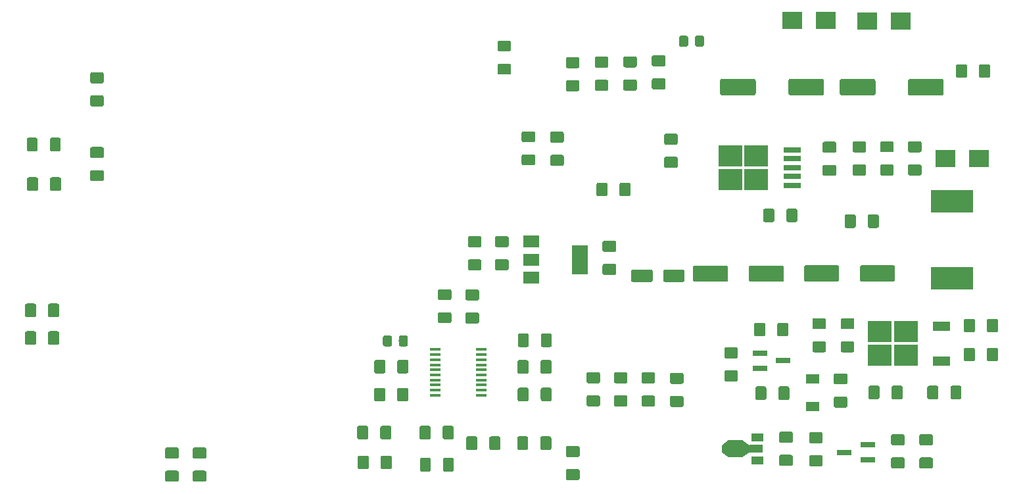
<source format=gbr>
%TF.GenerationSoftware,KiCad,Pcbnew,(5.1.4-0-10_14)*%
%TF.CreationDate,2019-11-24T22:14:09+02:00*%
%TF.ProjectId,READY,52454144-592e-46b6-9963-61645f706362,3.0*%
%TF.SameCoordinates,Original*%
%TF.FileFunction,Paste,Top*%
%TF.FilePolarity,Positive*%
%FSLAX46Y46*%
G04 Gerber Fmt 4.6, Leading zero omitted, Abs format (unit mm)*
G04 Created by KiCad (PCBNEW (5.1.4-0-10_14)) date 2019-11-24 22:14:09*
%MOMM*%
%LPD*%
G04 APERTURE LIST*
%ADD10C,0.150000*%
%ADD11C,1.425000*%
%ADD12R,2.500000X2.300000*%
%ADD13R,1.700000X1.300000*%
%ADD14C,0.850000*%
%ADD15R,1.500000X1.000000*%
%ADD16R,1.800000X1.000000*%
%ADD17R,1.840000X2.200000*%
%ADD18C,1.000000*%
%ADD19C,1.150000*%
%ADD20R,2.200000X1.200000*%
%ADD21R,3.050000X2.750000*%
%ADD22R,1.450000X0.450000*%
%ADD23C,1.600000*%
%ADD24R,2.200000X0.800000*%
%ADD25R,5.400000X2.900000*%
%ADD26C,2.100000*%
%ADD27R,1.900000X0.800000*%
%ADD28R,2.000000X3.800000*%
%ADD29R,2.000000X1.500000*%
G04 APERTURE END LIST*
D10*
%TO.C,C3*%
G36*
X158091504Y-66408204D02*
G01*
X158115773Y-66411804D01*
X158139571Y-66417765D01*
X158162671Y-66426030D01*
X158184849Y-66436520D01*
X158205893Y-66449133D01*
X158225598Y-66463747D01*
X158243777Y-66480223D01*
X158260253Y-66498402D01*
X158274867Y-66518107D01*
X158287480Y-66539151D01*
X158297970Y-66561329D01*
X158306235Y-66584429D01*
X158312196Y-66608227D01*
X158315796Y-66632496D01*
X158317000Y-66657000D01*
X158317000Y-67582000D01*
X158315796Y-67606504D01*
X158312196Y-67630773D01*
X158306235Y-67654571D01*
X158297970Y-67677671D01*
X158287480Y-67699849D01*
X158274867Y-67720893D01*
X158260253Y-67740598D01*
X158243777Y-67758777D01*
X158225598Y-67775253D01*
X158205893Y-67789867D01*
X158184849Y-67802480D01*
X158162671Y-67812970D01*
X158139571Y-67821235D01*
X158115773Y-67827196D01*
X158091504Y-67830796D01*
X158067000Y-67832000D01*
X156817000Y-67832000D01*
X156792496Y-67830796D01*
X156768227Y-67827196D01*
X156744429Y-67821235D01*
X156721329Y-67812970D01*
X156699151Y-67802480D01*
X156678107Y-67789867D01*
X156658402Y-67775253D01*
X156640223Y-67758777D01*
X156623747Y-67740598D01*
X156609133Y-67720893D01*
X156596520Y-67699849D01*
X156586030Y-67677671D01*
X156577765Y-67654571D01*
X156571804Y-67630773D01*
X156568204Y-67606504D01*
X156567000Y-67582000D01*
X156567000Y-66657000D01*
X156568204Y-66632496D01*
X156571804Y-66608227D01*
X156577765Y-66584429D01*
X156586030Y-66561329D01*
X156596520Y-66539151D01*
X156609133Y-66518107D01*
X156623747Y-66498402D01*
X156640223Y-66480223D01*
X156658402Y-66463747D01*
X156678107Y-66449133D01*
X156699151Y-66436520D01*
X156721329Y-66426030D01*
X156744429Y-66417765D01*
X156768227Y-66411804D01*
X156792496Y-66408204D01*
X156817000Y-66407000D01*
X158067000Y-66407000D01*
X158091504Y-66408204D01*
X158091504Y-66408204D01*
G37*
D11*
X157442000Y-67119500D03*
D10*
G36*
X158091504Y-69383204D02*
G01*
X158115773Y-69386804D01*
X158139571Y-69392765D01*
X158162671Y-69401030D01*
X158184849Y-69411520D01*
X158205893Y-69424133D01*
X158225598Y-69438747D01*
X158243777Y-69455223D01*
X158260253Y-69473402D01*
X158274867Y-69493107D01*
X158287480Y-69514151D01*
X158297970Y-69536329D01*
X158306235Y-69559429D01*
X158312196Y-69583227D01*
X158315796Y-69607496D01*
X158317000Y-69632000D01*
X158317000Y-70557000D01*
X158315796Y-70581504D01*
X158312196Y-70605773D01*
X158306235Y-70629571D01*
X158297970Y-70652671D01*
X158287480Y-70674849D01*
X158274867Y-70695893D01*
X158260253Y-70715598D01*
X158243777Y-70733777D01*
X158225598Y-70750253D01*
X158205893Y-70764867D01*
X158184849Y-70777480D01*
X158162671Y-70787970D01*
X158139571Y-70796235D01*
X158115773Y-70802196D01*
X158091504Y-70805796D01*
X158067000Y-70807000D01*
X156817000Y-70807000D01*
X156792496Y-70805796D01*
X156768227Y-70802196D01*
X156744429Y-70796235D01*
X156721329Y-70787970D01*
X156699151Y-70777480D01*
X156678107Y-70764867D01*
X156658402Y-70750253D01*
X156640223Y-70733777D01*
X156623747Y-70715598D01*
X156609133Y-70695893D01*
X156596520Y-70674849D01*
X156586030Y-70652671D01*
X156577765Y-70629571D01*
X156571804Y-70605773D01*
X156568204Y-70581504D01*
X156567000Y-70557000D01*
X156567000Y-69632000D01*
X156568204Y-69607496D01*
X156571804Y-69583227D01*
X156577765Y-69559429D01*
X156586030Y-69536329D01*
X156596520Y-69514151D01*
X156609133Y-69493107D01*
X156623747Y-69473402D01*
X156640223Y-69455223D01*
X156658402Y-69438747D01*
X156678107Y-69424133D01*
X156699151Y-69411520D01*
X156721329Y-69401030D01*
X156744429Y-69392765D01*
X156768227Y-69386804D01*
X156792496Y-69383204D01*
X156817000Y-69382000D01*
X158067000Y-69382000D01*
X158091504Y-69383204D01*
X158091504Y-69383204D01*
G37*
D11*
X157442000Y-70094500D03*
%TD*%
D10*
%TO.C,C5*%
G36*
X164111504Y-107048204D02*
G01*
X164135773Y-107051804D01*
X164159571Y-107057765D01*
X164182671Y-107066030D01*
X164204849Y-107076520D01*
X164225893Y-107089133D01*
X164245598Y-107103747D01*
X164263777Y-107120223D01*
X164280253Y-107138402D01*
X164294867Y-107158107D01*
X164307480Y-107179151D01*
X164317970Y-107201329D01*
X164326235Y-107224429D01*
X164332196Y-107248227D01*
X164335796Y-107272496D01*
X164337000Y-107297000D01*
X164337000Y-108222000D01*
X164335796Y-108246504D01*
X164332196Y-108270773D01*
X164326235Y-108294571D01*
X164317970Y-108317671D01*
X164307480Y-108339849D01*
X164294867Y-108360893D01*
X164280253Y-108380598D01*
X164263777Y-108398777D01*
X164245598Y-108415253D01*
X164225893Y-108429867D01*
X164204849Y-108442480D01*
X164182671Y-108452970D01*
X164159571Y-108461235D01*
X164135773Y-108467196D01*
X164111504Y-108470796D01*
X164087000Y-108472000D01*
X162837000Y-108472000D01*
X162812496Y-108470796D01*
X162788227Y-108467196D01*
X162764429Y-108461235D01*
X162741329Y-108452970D01*
X162719151Y-108442480D01*
X162698107Y-108429867D01*
X162678402Y-108415253D01*
X162660223Y-108398777D01*
X162643747Y-108380598D01*
X162629133Y-108360893D01*
X162616520Y-108339849D01*
X162606030Y-108317671D01*
X162597765Y-108294571D01*
X162591804Y-108270773D01*
X162588204Y-108246504D01*
X162587000Y-108222000D01*
X162587000Y-107297000D01*
X162588204Y-107272496D01*
X162591804Y-107248227D01*
X162597765Y-107224429D01*
X162606030Y-107201329D01*
X162616520Y-107179151D01*
X162629133Y-107158107D01*
X162643747Y-107138402D01*
X162660223Y-107120223D01*
X162678402Y-107103747D01*
X162698107Y-107089133D01*
X162719151Y-107076520D01*
X162741329Y-107066030D01*
X162764429Y-107057765D01*
X162788227Y-107051804D01*
X162812496Y-107048204D01*
X162837000Y-107047000D01*
X164087000Y-107047000D01*
X164111504Y-107048204D01*
X164111504Y-107048204D01*
G37*
D11*
X163462000Y-107759500D03*
D10*
G36*
X164111504Y-110023204D02*
G01*
X164135773Y-110026804D01*
X164159571Y-110032765D01*
X164182671Y-110041030D01*
X164204849Y-110051520D01*
X164225893Y-110064133D01*
X164245598Y-110078747D01*
X164263777Y-110095223D01*
X164280253Y-110113402D01*
X164294867Y-110133107D01*
X164307480Y-110154151D01*
X164317970Y-110176329D01*
X164326235Y-110199429D01*
X164332196Y-110223227D01*
X164335796Y-110247496D01*
X164337000Y-110272000D01*
X164337000Y-111197000D01*
X164335796Y-111221504D01*
X164332196Y-111245773D01*
X164326235Y-111269571D01*
X164317970Y-111292671D01*
X164307480Y-111314849D01*
X164294867Y-111335893D01*
X164280253Y-111355598D01*
X164263777Y-111373777D01*
X164245598Y-111390253D01*
X164225893Y-111404867D01*
X164204849Y-111417480D01*
X164182671Y-111427970D01*
X164159571Y-111436235D01*
X164135773Y-111442196D01*
X164111504Y-111445796D01*
X164087000Y-111447000D01*
X162837000Y-111447000D01*
X162812496Y-111445796D01*
X162788227Y-111442196D01*
X162764429Y-111436235D01*
X162741329Y-111427970D01*
X162719151Y-111417480D01*
X162698107Y-111404867D01*
X162678402Y-111390253D01*
X162660223Y-111373777D01*
X162643747Y-111355598D01*
X162629133Y-111335893D01*
X162616520Y-111314849D01*
X162606030Y-111292671D01*
X162597765Y-111269571D01*
X162591804Y-111245773D01*
X162588204Y-111221504D01*
X162587000Y-111197000D01*
X162587000Y-110272000D01*
X162588204Y-110247496D01*
X162591804Y-110223227D01*
X162597765Y-110199429D01*
X162606030Y-110176329D01*
X162616520Y-110154151D01*
X162629133Y-110133107D01*
X162643747Y-110113402D01*
X162660223Y-110095223D01*
X162678402Y-110078747D01*
X162698107Y-110064133D01*
X162719151Y-110051520D01*
X162741329Y-110041030D01*
X162764429Y-110032765D01*
X162788227Y-110026804D01*
X162812496Y-110023204D01*
X162837000Y-110022000D01*
X164087000Y-110022000D01*
X164111504Y-110023204D01*
X164111504Y-110023204D01*
G37*
D11*
X163462000Y-110734500D03*
%TD*%
D10*
%TO.C,C7*%
G36*
X205296504Y-100142204D02*
G01*
X205320773Y-100145804D01*
X205344571Y-100151765D01*
X205367671Y-100160030D01*
X205389849Y-100170520D01*
X205410893Y-100183133D01*
X205430598Y-100197747D01*
X205448777Y-100214223D01*
X205465253Y-100232402D01*
X205479867Y-100252107D01*
X205492480Y-100273151D01*
X205502970Y-100295329D01*
X205511235Y-100318429D01*
X205517196Y-100342227D01*
X205520796Y-100366496D01*
X205522000Y-100391000D01*
X205522000Y-101641000D01*
X205520796Y-101665504D01*
X205517196Y-101689773D01*
X205511235Y-101713571D01*
X205502970Y-101736671D01*
X205492480Y-101758849D01*
X205479867Y-101779893D01*
X205465253Y-101799598D01*
X205448777Y-101817777D01*
X205430598Y-101834253D01*
X205410893Y-101848867D01*
X205389849Y-101861480D01*
X205367671Y-101871970D01*
X205344571Y-101880235D01*
X205320773Y-101886196D01*
X205296504Y-101889796D01*
X205272000Y-101891000D01*
X204347000Y-101891000D01*
X204322496Y-101889796D01*
X204298227Y-101886196D01*
X204274429Y-101880235D01*
X204251329Y-101871970D01*
X204229151Y-101861480D01*
X204208107Y-101848867D01*
X204188402Y-101834253D01*
X204170223Y-101817777D01*
X204153747Y-101799598D01*
X204139133Y-101779893D01*
X204126520Y-101758849D01*
X204116030Y-101736671D01*
X204107765Y-101713571D01*
X204101804Y-101689773D01*
X204098204Y-101665504D01*
X204097000Y-101641000D01*
X204097000Y-100391000D01*
X204098204Y-100366496D01*
X204101804Y-100342227D01*
X204107765Y-100318429D01*
X204116030Y-100295329D01*
X204126520Y-100273151D01*
X204139133Y-100252107D01*
X204153747Y-100232402D01*
X204170223Y-100214223D01*
X204188402Y-100197747D01*
X204208107Y-100183133D01*
X204229151Y-100170520D01*
X204251329Y-100160030D01*
X204274429Y-100151765D01*
X204298227Y-100145804D01*
X204322496Y-100142204D01*
X204347000Y-100141000D01*
X205272000Y-100141000D01*
X205296504Y-100142204D01*
X205296504Y-100142204D01*
G37*
D11*
X204809500Y-101016000D03*
D10*
G36*
X208271504Y-100142204D02*
G01*
X208295773Y-100145804D01*
X208319571Y-100151765D01*
X208342671Y-100160030D01*
X208364849Y-100170520D01*
X208385893Y-100183133D01*
X208405598Y-100197747D01*
X208423777Y-100214223D01*
X208440253Y-100232402D01*
X208454867Y-100252107D01*
X208467480Y-100273151D01*
X208477970Y-100295329D01*
X208486235Y-100318429D01*
X208492196Y-100342227D01*
X208495796Y-100366496D01*
X208497000Y-100391000D01*
X208497000Y-101641000D01*
X208495796Y-101665504D01*
X208492196Y-101689773D01*
X208486235Y-101713571D01*
X208477970Y-101736671D01*
X208467480Y-101758849D01*
X208454867Y-101779893D01*
X208440253Y-101799598D01*
X208423777Y-101817777D01*
X208405598Y-101834253D01*
X208385893Y-101848867D01*
X208364849Y-101861480D01*
X208342671Y-101871970D01*
X208319571Y-101880235D01*
X208295773Y-101886196D01*
X208271504Y-101889796D01*
X208247000Y-101891000D01*
X207322000Y-101891000D01*
X207297496Y-101889796D01*
X207273227Y-101886196D01*
X207249429Y-101880235D01*
X207226329Y-101871970D01*
X207204151Y-101861480D01*
X207183107Y-101848867D01*
X207163402Y-101834253D01*
X207145223Y-101817777D01*
X207128747Y-101799598D01*
X207114133Y-101779893D01*
X207101520Y-101758849D01*
X207091030Y-101736671D01*
X207082765Y-101713571D01*
X207076804Y-101689773D01*
X207073204Y-101665504D01*
X207072000Y-101641000D01*
X207072000Y-100391000D01*
X207073204Y-100366496D01*
X207076804Y-100342227D01*
X207082765Y-100318429D01*
X207091030Y-100295329D01*
X207101520Y-100273151D01*
X207114133Y-100252107D01*
X207128747Y-100232402D01*
X207145223Y-100214223D01*
X207163402Y-100197747D01*
X207183107Y-100183133D01*
X207204151Y-100170520D01*
X207226329Y-100160030D01*
X207249429Y-100151765D01*
X207273227Y-100145804D01*
X207297496Y-100142204D01*
X207322000Y-100141000D01*
X208247000Y-100141000D01*
X208271504Y-100142204D01*
X208271504Y-100142204D01*
G37*
D11*
X207784500Y-101016000D03*
%TD*%
D10*
%TO.C,C8*%
G36*
X205285504Y-103888204D02*
G01*
X205309773Y-103891804D01*
X205333571Y-103897765D01*
X205356671Y-103906030D01*
X205378849Y-103916520D01*
X205399893Y-103929133D01*
X205419598Y-103943747D01*
X205437777Y-103960223D01*
X205454253Y-103978402D01*
X205468867Y-103998107D01*
X205481480Y-104019151D01*
X205491970Y-104041329D01*
X205500235Y-104064429D01*
X205506196Y-104088227D01*
X205509796Y-104112496D01*
X205511000Y-104137000D01*
X205511000Y-105387000D01*
X205509796Y-105411504D01*
X205506196Y-105435773D01*
X205500235Y-105459571D01*
X205491970Y-105482671D01*
X205481480Y-105504849D01*
X205468867Y-105525893D01*
X205454253Y-105545598D01*
X205437777Y-105563777D01*
X205419598Y-105580253D01*
X205399893Y-105594867D01*
X205378849Y-105607480D01*
X205356671Y-105617970D01*
X205333571Y-105626235D01*
X205309773Y-105632196D01*
X205285504Y-105635796D01*
X205261000Y-105637000D01*
X204336000Y-105637000D01*
X204311496Y-105635796D01*
X204287227Y-105632196D01*
X204263429Y-105626235D01*
X204240329Y-105617970D01*
X204218151Y-105607480D01*
X204197107Y-105594867D01*
X204177402Y-105580253D01*
X204159223Y-105563777D01*
X204142747Y-105545598D01*
X204128133Y-105525893D01*
X204115520Y-105504849D01*
X204105030Y-105482671D01*
X204096765Y-105459571D01*
X204090804Y-105435773D01*
X204087204Y-105411504D01*
X204086000Y-105387000D01*
X204086000Y-104137000D01*
X204087204Y-104112496D01*
X204090804Y-104088227D01*
X204096765Y-104064429D01*
X204105030Y-104041329D01*
X204115520Y-104019151D01*
X204128133Y-103998107D01*
X204142747Y-103978402D01*
X204159223Y-103960223D01*
X204177402Y-103943747D01*
X204197107Y-103929133D01*
X204218151Y-103916520D01*
X204240329Y-103906030D01*
X204263429Y-103897765D01*
X204287227Y-103891804D01*
X204311496Y-103888204D01*
X204336000Y-103887000D01*
X205261000Y-103887000D01*
X205285504Y-103888204D01*
X205285504Y-103888204D01*
G37*
D11*
X204798500Y-104762000D03*
D10*
G36*
X208260504Y-103888204D02*
G01*
X208284773Y-103891804D01*
X208308571Y-103897765D01*
X208331671Y-103906030D01*
X208353849Y-103916520D01*
X208374893Y-103929133D01*
X208394598Y-103943747D01*
X208412777Y-103960223D01*
X208429253Y-103978402D01*
X208443867Y-103998107D01*
X208456480Y-104019151D01*
X208466970Y-104041329D01*
X208475235Y-104064429D01*
X208481196Y-104088227D01*
X208484796Y-104112496D01*
X208486000Y-104137000D01*
X208486000Y-105387000D01*
X208484796Y-105411504D01*
X208481196Y-105435773D01*
X208475235Y-105459571D01*
X208466970Y-105482671D01*
X208456480Y-105504849D01*
X208443867Y-105525893D01*
X208429253Y-105545598D01*
X208412777Y-105563777D01*
X208394598Y-105580253D01*
X208374893Y-105594867D01*
X208353849Y-105607480D01*
X208331671Y-105617970D01*
X208308571Y-105626235D01*
X208284773Y-105632196D01*
X208260504Y-105635796D01*
X208236000Y-105637000D01*
X207311000Y-105637000D01*
X207286496Y-105635796D01*
X207262227Y-105632196D01*
X207238429Y-105626235D01*
X207215329Y-105617970D01*
X207193151Y-105607480D01*
X207172107Y-105594867D01*
X207152402Y-105580253D01*
X207134223Y-105563777D01*
X207117747Y-105545598D01*
X207103133Y-105525893D01*
X207090520Y-105504849D01*
X207080030Y-105482671D01*
X207071765Y-105459571D01*
X207065804Y-105435773D01*
X207062204Y-105411504D01*
X207061000Y-105387000D01*
X207061000Y-104137000D01*
X207062204Y-104112496D01*
X207065804Y-104088227D01*
X207071765Y-104064429D01*
X207080030Y-104041329D01*
X207090520Y-104019151D01*
X207103133Y-103998107D01*
X207117747Y-103978402D01*
X207134223Y-103960223D01*
X207152402Y-103943747D01*
X207172107Y-103929133D01*
X207193151Y-103916520D01*
X207215329Y-103906030D01*
X207238429Y-103897765D01*
X207262227Y-103891804D01*
X207286496Y-103888204D01*
X207311000Y-103887000D01*
X208236000Y-103887000D01*
X208260504Y-103888204D01*
X208260504Y-103888204D01*
G37*
D11*
X207773500Y-104762000D03*
%TD*%
D10*
%TO.C,C9*%
G36*
X189765504Y-100060204D02*
G01*
X189789773Y-100063804D01*
X189813571Y-100069765D01*
X189836671Y-100078030D01*
X189858849Y-100088520D01*
X189879893Y-100101133D01*
X189899598Y-100115747D01*
X189917777Y-100132223D01*
X189934253Y-100150402D01*
X189948867Y-100170107D01*
X189961480Y-100191151D01*
X189971970Y-100213329D01*
X189980235Y-100236429D01*
X189986196Y-100260227D01*
X189989796Y-100284496D01*
X189991000Y-100309000D01*
X189991000Y-101234000D01*
X189989796Y-101258504D01*
X189986196Y-101282773D01*
X189980235Y-101306571D01*
X189971970Y-101329671D01*
X189961480Y-101351849D01*
X189948867Y-101372893D01*
X189934253Y-101392598D01*
X189917777Y-101410777D01*
X189899598Y-101427253D01*
X189879893Y-101441867D01*
X189858849Y-101454480D01*
X189836671Y-101464970D01*
X189813571Y-101473235D01*
X189789773Y-101479196D01*
X189765504Y-101482796D01*
X189741000Y-101484000D01*
X188491000Y-101484000D01*
X188466496Y-101482796D01*
X188442227Y-101479196D01*
X188418429Y-101473235D01*
X188395329Y-101464970D01*
X188373151Y-101454480D01*
X188352107Y-101441867D01*
X188332402Y-101427253D01*
X188314223Y-101410777D01*
X188297747Y-101392598D01*
X188283133Y-101372893D01*
X188270520Y-101351849D01*
X188260030Y-101329671D01*
X188251765Y-101306571D01*
X188245804Y-101282773D01*
X188242204Y-101258504D01*
X188241000Y-101234000D01*
X188241000Y-100309000D01*
X188242204Y-100284496D01*
X188245804Y-100260227D01*
X188251765Y-100236429D01*
X188260030Y-100213329D01*
X188270520Y-100191151D01*
X188283133Y-100170107D01*
X188297747Y-100150402D01*
X188314223Y-100132223D01*
X188332402Y-100115747D01*
X188352107Y-100101133D01*
X188373151Y-100088520D01*
X188395329Y-100078030D01*
X188418429Y-100069765D01*
X188442227Y-100063804D01*
X188466496Y-100060204D01*
X188491000Y-100059000D01*
X189741000Y-100059000D01*
X189765504Y-100060204D01*
X189765504Y-100060204D01*
G37*
D11*
X189116000Y-100771500D03*
D10*
G36*
X189765504Y-103035204D02*
G01*
X189789773Y-103038804D01*
X189813571Y-103044765D01*
X189836671Y-103053030D01*
X189858849Y-103063520D01*
X189879893Y-103076133D01*
X189899598Y-103090747D01*
X189917777Y-103107223D01*
X189934253Y-103125402D01*
X189948867Y-103145107D01*
X189961480Y-103166151D01*
X189971970Y-103188329D01*
X189980235Y-103211429D01*
X189986196Y-103235227D01*
X189989796Y-103259496D01*
X189991000Y-103284000D01*
X189991000Y-104209000D01*
X189989796Y-104233504D01*
X189986196Y-104257773D01*
X189980235Y-104281571D01*
X189971970Y-104304671D01*
X189961480Y-104326849D01*
X189948867Y-104347893D01*
X189934253Y-104367598D01*
X189917777Y-104385777D01*
X189899598Y-104402253D01*
X189879893Y-104416867D01*
X189858849Y-104429480D01*
X189836671Y-104439970D01*
X189813571Y-104448235D01*
X189789773Y-104454196D01*
X189765504Y-104457796D01*
X189741000Y-104459000D01*
X188491000Y-104459000D01*
X188466496Y-104457796D01*
X188442227Y-104454196D01*
X188418429Y-104448235D01*
X188395329Y-104439970D01*
X188373151Y-104429480D01*
X188352107Y-104416867D01*
X188332402Y-104402253D01*
X188314223Y-104385777D01*
X188297747Y-104367598D01*
X188283133Y-104347893D01*
X188270520Y-104326849D01*
X188260030Y-104304671D01*
X188251765Y-104281571D01*
X188245804Y-104257773D01*
X188242204Y-104233504D01*
X188241000Y-104209000D01*
X188241000Y-103284000D01*
X188242204Y-103259496D01*
X188245804Y-103235227D01*
X188251765Y-103211429D01*
X188260030Y-103188329D01*
X188270520Y-103166151D01*
X188283133Y-103145107D01*
X188297747Y-103125402D01*
X188314223Y-103107223D01*
X188332402Y-103090747D01*
X188352107Y-103076133D01*
X188373151Y-103063520D01*
X188395329Y-103053030D01*
X188418429Y-103044765D01*
X188442227Y-103038804D01*
X188466496Y-103035204D01*
X188491000Y-103034000D01*
X189741000Y-103034000D01*
X189765504Y-103035204D01*
X189765504Y-103035204D01*
G37*
D11*
X189116000Y-103746500D03*
%TD*%
D10*
%TO.C,D5*%
G36*
X167768504Y-110071204D02*
G01*
X167792773Y-110074804D01*
X167816571Y-110080765D01*
X167839671Y-110089030D01*
X167861849Y-110099520D01*
X167882893Y-110112133D01*
X167902598Y-110126747D01*
X167920777Y-110143223D01*
X167937253Y-110161402D01*
X167951867Y-110181107D01*
X167964480Y-110202151D01*
X167974970Y-110224329D01*
X167983235Y-110247429D01*
X167989196Y-110271227D01*
X167992796Y-110295496D01*
X167994000Y-110320000D01*
X167994000Y-111245000D01*
X167992796Y-111269504D01*
X167989196Y-111293773D01*
X167983235Y-111317571D01*
X167974970Y-111340671D01*
X167964480Y-111362849D01*
X167951867Y-111383893D01*
X167937253Y-111403598D01*
X167920777Y-111421777D01*
X167902598Y-111438253D01*
X167882893Y-111452867D01*
X167861849Y-111465480D01*
X167839671Y-111475970D01*
X167816571Y-111484235D01*
X167792773Y-111490196D01*
X167768504Y-111493796D01*
X167744000Y-111495000D01*
X166494000Y-111495000D01*
X166469496Y-111493796D01*
X166445227Y-111490196D01*
X166421429Y-111484235D01*
X166398329Y-111475970D01*
X166376151Y-111465480D01*
X166355107Y-111452867D01*
X166335402Y-111438253D01*
X166317223Y-111421777D01*
X166300747Y-111403598D01*
X166286133Y-111383893D01*
X166273520Y-111362849D01*
X166263030Y-111340671D01*
X166254765Y-111317571D01*
X166248804Y-111293773D01*
X166245204Y-111269504D01*
X166244000Y-111245000D01*
X166244000Y-110320000D01*
X166245204Y-110295496D01*
X166248804Y-110271227D01*
X166254765Y-110247429D01*
X166263030Y-110224329D01*
X166273520Y-110202151D01*
X166286133Y-110181107D01*
X166300747Y-110161402D01*
X166317223Y-110143223D01*
X166335402Y-110126747D01*
X166355107Y-110112133D01*
X166376151Y-110099520D01*
X166398329Y-110089030D01*
X166421429Y-110080765D01*
X166445227Y-110074804D01*
X166469496Y-110071204D01*
X166494000Y-110070000D01*
X167744000Y-110070000D01*
X167768504Y-110071204D01*
X167768504Y-110071204D01*
G37*
D11*
X167119000Y-110782500D03*
D10*
G36*
X167768504Y-107096204D02*
G01*
X167792773Y-107099804D01*
X167816571Y-107105765D01*
X167839671Y-107114030D01*
X167861849Y-107124520D01*
X167882893Y-107137133D01*
X167902598Y-107151747D01*
X167920777Y-107168223D01*
X167937253Y-107186402D01*
X167951867Y-107206107D01*
X167964480Y-107227151D01*
X167974970Y-107249329D01*
X167983235Y-107272429D01*
X167989196Y-107296227D01*
X167992796Y-107320496D01*
X167994000Y-107345000D01*
X167994000Y-108270000D01*
X167992796Y-108294504D01*
X167989196Y-108318773D01*
X167983235Y-108342571D01*
X167974970Y-108365671D01*
X167964480Y-108387849D01*
X167951867Y-108408893D01*
X167937253Y-108428598D01*
X167920777Y-108446777D01*
X167902598Y-108463253D01*
X167882893Y-108477867D01*
X167861849Y-108490480D01*
X167839671Y-108500970D01*
X167816571Y-108509235D01*
X167792773Y-108515196D01*
X167768504Y-108518796D01*
X167744000Y-108520000D01*
X166494000Y-108520000D01*
X166469496Y-108518796D01*
X166445227Y-108515196D01*
X166421429Y-108509235D01*
X166398329Y-108500970D01*
X166376151Y-108490480D01*
X166355107Y-108477867D01*
X166335402Y-108463253D01*
X166317223Y-108446777D01*
X166300747Y-108428598D01*
X166286133Y-108408893D01*
X166273520Y-108387849D01*
X166263030Y-108365671D01*
X166254765Y-108342571D01*
X166248804Y-108318773D01*
X166245204Y-108294504D01*
X166244000Y-108270000D01*
X166244000Y-107345000D01*
X166245204Y-107320496D01*
X166248804Y-107296227D01*
X166254765Y-107272429D01*
X166263030Y-107249329D01*
X166273520Y-107227151D01*
X166286133Y-107206107D01*
X166300747Y-107186402D01*
X166317223Y-107168223D01*
X166335402Y-107151747D01*
X166355107Y-107137133D01*
X166376151Y-107124520D01*
X166398329Y-107114030D01*
X166421429Y-107105765D01*
X166445227Y-107099804D01*
X166469496Y-107096204D01*
X166494000Y-107095000D01*
X167744000Y-107095000D01*
X167768504Y-107096204D01*
X167768504Y-107096204D01*
G37*
D11*
X167119000Y-107807500D03*
%TD*%
D12*
%TO.C,D9*%
X181971000Y-61772800D03*
X186271000Y-61772800D03*
%TD*%
D10*
%TO.C,D10*%
G36*
X161749504Y-66368504D02*
G01*
X161773773Y-66372104D01*
X161797571Y-66378065D01*
X161820671Y-66386330D01*
X161842849Y-66396820D01*
X161863893Y-66409433D01*
X161883598Y-66424047D01*
X161901777Y-66440523D01*
X161918253Y-66458702D01*
X161932867Y-66478407D01*
X161945480Y-66499451D01*
X161955970Y-66521629D01*
X161964235Y-66544729D01*
X161970196Y-66568527D01*
X161973796Y-66592796D01*
X161975000Y-66617300D01*
X161975000Y-67542300D01*
X161973796Y-67566804D01*
X161970196Y-67591073D01*
X161964235Y-67614871D01*
X161955970Y-67637971D01*
X161945480Y-67660149D01*
X161932867Y-67681193D01*
X161918253Y-67700898D01*
X161901777Y-67719077D01*
X161883598Y-67735553D01*
X161863893Y-67750167D01*
X161842849Y-67762780D01*
X161820671Y-67773270D01*
X161797571Y-67781535D01*
X161773773Y-67787496D01*
X161749504Y-67791096D01*
X161725000Y-67792300D01*
X160475000Y-67792300D01*
X160450496Y-67791096D01*
X160426227Y-67787496D01*
X160402429Y-67781535D01*
X160379329Y-67773270D01*
X160357151Y-67762780D01*
X160336107Y-67750167D01*
X160316402Y-67735553D01*
X160298223Y-67719077D01*
X160281747Y-67700898D01*
X160267133Y-67681193D01*
X160254520Y-67660149D01*
X160244030Y-67637971D01*
X160235765Y-67614871D01*
X160229804Y-67591073D01*
X160226204Y-67566804D01*
X160225000Y-67542300D01*
X160225000Y-66617300D01*
X160226204Y-66592796D01*
X160229804Y-66568527D01*
X160235765Y-66544729D01*
X160244030Y-66521629D01*
X160254520Y-66499451D01*
X160267133Y-66478407D01*
X160281747Y-66458702D01*
X160298223Y-66440523D01*
X160316402Y-66424047D01*
X160336107Y-66409433D01*
X160357151Y-66396820D01*
X160379329Y-66386330D01*
X160402429Y-66378065D01*
X160426227Y-66372104D01*
X160450496Y-66368504D01*
X160475000Y-66367300D01*
X161725000Y-66367300D01*
X161749504Y-66368504D01*
X161749504Y-66368504D01*
G37*
D11*
X161100000Y-67079800D03*
D10*
G36*
X161749504Y-69343504D02*
G01*
X161773773Y-69347104D01*
X161797571Y-69353065D01*
X161820671Y-69361330D01*
X161842849Y-69371820D01*
X161863893Y-69384433D01*
X161883598Y-69399047D01*
X161901777Y-69415523D01*
X161918253Y-69433702D01*
X161932867Y-69453407D01*
X161945480Y-69474451D01*
X161955970Y-69496629D01*
X161964235Y-69519729D01*
X161970196Y-69543527D01*
X161973796Y-69567796D01*
X161975000Y-69592300D01*
X161975000Y-70517300D01*
X161973796Y-70541804D01*
X161970196Y-70566073D01*
X161964235Y-70589871D01*
X161955970Y-70612971D01*
X161945480Y-70635149D01*
X161932867Y-70656193D01*
X161918253Y-70675898D01*
X161901777Y-70694077D01*
X161883598Y-70710553D01*
X161863893Y-70725167D01*
X161842849Y-70737780D01*
X161820671Y-70748270D01*
X161797571Y-70756535D01*
X161773773Y-70762496D01*
X161749504Y-70766096D01*
X161725000Y-70767300D01*
X160475000Y-70767300D01*
X160450496Y-70766096D01*
X160426227Y-70762496D01*
X160402429Y-70756535D01*
X160379329Y-70748270D01*
X160357151Y-70737780D01*
X160336107Y-70725167D01*
X160316402Y-70710553D01*
X160298223Y-70694077D01*
X160281747Y-70675898D01*
X160267133Y-70656193D01*
X160254520Y-70635149D01*
X160244030Y-70612971D01*
X160235765Y-70589871D01*
X160229804Y-70566073D01*
X160226204Y-70541804D01*
X160225000Y-70517300D01*
X160225000Y-69592300D01*
X160226204Y-69567796D01*
X160229804Y-69543527D01*
X160235765Y-69519729D01*
X160244030Y-69496629D01*
X160254520Y-69474451D01*
X160267133Y-69453407D01*
X160281747Y-69433702D01*
X160298223Y-69415523D01*
X160316402Y-69399047D01*
X160336107Y-69384433D01*
X160357151Y-69371820D01*
X160379329Y-69361330D01*
X160402429Y-69353065D01*
X160426227Y-69347104D01*
X160450496Y-69343504D01*
X160475000Y-69342300D01*
X161725000Y-69342300D01*
X161749504Y-69343504D01*
X161749504Y-69343504D01*
G37*
D11*
X161100000Y-70054800D03*
%TD*%
D13*
%TO.C,D11*%
X184658000Y-111414000D03*
X184658000Y-107914000D03*
%TD*%
D10*
%TO.C,D17*%
G36*
X135229504Y-118064204D02*
G01*
X135253773Y-118067804D01*
X135277571Y-118073765D01*
X135300671Y-118082030D01*
X135322849Y-118092520D01*
X135343893Y-118105133D01*
X135363598Y-118119747D01*
X135381777Y-118136223D01*
X135398253Y-118154402D01*
X135412867Y-118174107D01*
X135425480Y-118195151D01*
X135435970Y-118217329D01*
X135444235Y-118240429D01*
X135450196Y-118264227D01*
X135453796Y-118288496D01*
X135455000Y-118313000D01*
X135455000Y-119563000D01*
X135453796Y-119587504D01*
X135450196Y-119611773D01*
X135444235Y-119635571D01*
X135435970Y-119658671D01*
X135425480Y-119680849D01*
X135412867Y-119701893D01*
X135398253Y-119721598D01*
X135381777Y-119739777D01*
X135363598Y-119756253D01*
X135343893Y-119770867D01*
X135322849Y-119783480D01*
X135300671Y-119793970D01*
X135277571Y-119802235D01*
X135253773Y-119808196D01*
X135229504Y-119811796D01*
X135205000Y-119813000D01*
X134280000Y-119813000D01*
X134255496Y-119811796D01*
X134231227Y-119808196D01*
X134207429Y-119802235D01*
X134184329Y-119793970D01*
X134162151Y-119783480D01*
X134141107Y-119770867D01*
X134121402Y-119756253D01*
X134103223Y-119739777D01*
X134086747Y-119721598D01*
X134072133Y-119701893D01*
X134059520Y-119680849D01*
X134049030Y-119658671D01*
X134040765Y-119635571D01*
X134034804Y-119611773D01*
X134031204Y-119587504D01*
X134030000Y-119563000D01*
X134030000Y-118313000D01*
X134031204Y-118288496D01*
X134034804Y-118264227D01*
X134040765Y-118240429D01*
X134049030Y-118217329D01*
X134059520Y-118195151D01*
X134072133Y-118174107D01*
X134086747Y-118154402D01*
X134103223Y-118136223D01*
X134121402Y-118119747D01*
X134141107Y-118105133D01*
X134162151Y-118092520D01*
X134184329Y-118082030D01*
X134207429Y-118073765D01*
X134231227Y-118067804D01*
X134255496Y-118064204D01*
X134280000Y-118063000D01*
X135205000Y-118063000D01*
X135229504Y-118064204D01*
X135229504Y-118064204D01*
G37*
D11*
X134742500Y-118938000D03*
D10*
G36*
X138204504Y-118064204D02*
G01*
X138228773Y-118067804D01*
X138252571Y-118073765D01*
X138275671Y-118082030D01*
X138297849Y-118092520D01*
X138318893Y-118105133D01*
X138338598Y-118119747D01*
X138356777Y-118136223D01*
X138373253Y-118154402D01*
X138387867Y-118174107D01*
X138400480Y-118195151D01*
X138410970Y-118217329D01*
X138419235Y-118240429D01*
X138425196Y-118264227D01*
X138428796Y-118288496D01*
X138430000Y-118313000D01*
X138430000Y-119563000D01*
X138428796Y-119587504D01*
X138425196Y-119611773D01*
X138419235Y-119635571D01*
X138410970Y-119658671D01*
X138400480Y-119680849D01*
X138387867Y-119701893D01*
X138373253Y-119721598D01*
X138356777Y-119739777D01*
X138338598Y-119756253D01*
X138318893Y-119770867D01*
X138297849Y-119783480D01*
X138275671Y-119793970D01*
X138252571Y-119802235D01*
X138228773Y-119808196D01*
X138204504Y-119811796D01*
X138180000Y-119813000D01*
X137255000Y-119813000D01*
X137230496Y-119811796D01*
X137206227Y-119808196D01*
X137182429Y-119802235D01*
X137159329Y-119793970D01*
X137137151Y-119783480D01*
X137116107Y-119770867D01*
X137096402Y-119756253D01*
X137078223Y-119739777D01*
X137061747Y-119721598D01*
X137047133Y-119701893D01*
X137034520Y-119680849D01*
X137024030Y-119658671D01*
X137015765Y-119635571D01*
X137009804Y-119611773D01*
X137006204Y-119587504D01*
X137005000Y-119563000D01*
X137005000Y-118313000D01*
X137006204Y-118288496D01*
X137009804Y-118264227D01*
X137015765Y-118240429D01*
X137024030Y-118217329D01*
X137034520Y-118195151D01*
X137047133Y-118174107D01*
X137061747Y-118154402D01*
X137078223Y-118136223D01*
X137096402Y-118119747D01*
X137116107Y-118105133D01*
X137137151Y-118092520D01*
X137159329Y-118082030D01*
X137182429Y-118073765D01*
X137206227Y-118067804D01*
X137230496Y-118064204D01*
X137255000Y-118063000D01*
X138180000Y-118063000D01*
X138204504Y-118064204D01*
X138204504Y-118064204D01*
G37*
D11*
X137717500Y-118938000D03*
%TD*%
D14*
%TO.C,Q9*%
X173330000Y-116891000D03*
D10*
G36*
X173755000Y-117991000D02*
G01*
X172905000Y-117391000D01*
X172905000Y-116391000D01*
X173755000Y-115791000D01*
X173755000Y-117991000D01*
X173755000Y-117991000D01*
G37*
D15*
X177477000Y-118391000D03*
D16*
X177330500Y-116891000D03*
D15*
X177477000Y-115391000D03*
D17*
X174663500Y-116891000D03*
D18*
X176073200Y-116891000D03*
D10*
G36*
X175573200Y-115791000D02*
G01*
X176573200Y-116491000D01*
X176573200Y-117291000D01*
X175573200Y-117991000D01*
X175573200Y-115791000D01*
X175573200Y-115791000D01*
G37*
%TD*%
%TO.C,R4*%
G36*
X168352505Y-63715604D02*
G01*
X168376773Y-63719204D01*
X168400572Y-63725165D01*
X168423671Y-63733430D01*
X168445850Y-63743920D01*
X168466893Y-63756532D01*
X168486599Y-63771147D01*
X168504777Y-63787623D01*
X168521253Y-63805801D01*
X168535868Y-63825507D01*
X168548480Y-63846550D01*
X168558970Y-63868729D01*
X168567235Y-63891828D01*
X168573196Y-63915627D01*
X168576796Y-63939895D01*
X168578000Y-63964399D01*
X168578000Y-64864401D01*
X168576796Y-64888905D01*
X168573196Y-64913173D01*
X168567235Y-64936972D01*
X168558970Y-64960071D01*
X168548480Y-64982250D01*
X168535868Y-65003293D01*
X168521253Y-65022999D01*
X168504777Y-65041177D01*
X168486599Y-65057653D01*
X168466893Y-65072268D01*
X168445850Y-65084880D01*
X168423671Y-65095370D01*
X168400572Y-65103635D01*
X168376773Y-65109596D01*
X168352505Y-65113196D01*
X168328001Y-65114400D01*
X167677999Y-65114400D01*
X167653495Y-65113196D01*
X167629227Y-65109596D01*
X167605428Y-65103635D01*
X167582329Y-65095370D01*
X167560150Y-65084880D01*
X167539107Y-65072268D01*
X167519401Y-65057653D01*
X167501223Y-65041177D01*
X167484747Y-65022999D01*
X167470132Y-65003293D01*
X167457520Y-64982250D01*
X167447030Y-64960071D01*
X167438765Y-64936972D01*
X167432804Y-64913173D01*
X167429204Y-64888905D01*
X167428000Y-64864401D01*
X167428000Y-63964399D01*
X167429204Y-63939895D01*
X167432804Y-63915627D01*
X167438765Y-63891828D01*
X167447030Y-63868729D01*
X167457520Y-63846550D01*
X167470132Y-63825507D01*
X167484747Y-63805801D01*
X167501223Y-63787623D01*
X167519401Y-63771147D01*
X167539107Y-63756532D01*
X167560150Y-63743920D01*
X167582329Y-63733430D01*
X167605428Y-63725165D01*
X167629227Y-63719204D01*
X167653495Y-63715604D01*
X167677999Y-63714400D01*
X168328001Y-63714400D01*
X168352505Y-63715604D01*
X168352505Y-63715604D01*
G37*
D19*
X168003000Y-64414400D03*
D10*
G36*
X170402505Y-63715604D02*
G01*
X170426773Y-63719204D01*
X170450572Y-63725165D01*
X170473671Y-63733430D01*
X170495850Y-63743920D01*
X170516893Y-63756532D01*
X170536599Y-63771147D01*
X170554777Y-63787623D01*
X170571253Y-63805801D01*
X170585868Y-63825507D01*
X170598480Y-63846550D01*
X170608970Y-63868729D01*
X170617235Y-63891828D01*
X170623196Y-63915627D01*
X170626796Y-63939895D01*
X170628000Y-63964399D01*
X170628000Y-64864401D01*
X170626796Y-64888905D01*
X170623196Y-64913173D01*
X170617235Y-64936972D01*
X170608970Y-64960071D01*
X170598480Y-64982250D01*
X170585868Y-65003293D01*
X170571253Y-65022999D01*
X170554777Y-65041177D01*
X170536599Y-65057653D01*
X170516893Y-65072268D01*
X170495850Y-65084880D01*
X170473671Y-65095370D01*
X170450572Y-65103635D01*
X170426773Y-65109596D01*
X170402505Y-65113196D01*
X170378001Y-65114400D01*
X169727999Y-65114400D01*
X169703495Y-65113196D01*
X169679227Y-65109596D01*
X169655428Y-65103635D01*
X169632329Y-65095370D01*
X169610150Y-65084880D01*
X169589107Y-65072268D01*
X169569401Y-65057653D01*
X169551223Y-65041177D01*
X169534747Y-65022999D01*
X169520132Y-65003293D01*
X169507520Y-64982250D01*
X169497030Y-64960071D01*
X169488765Y-64936972D01*
X169482804Y-64913173D01*
X169479204Y-64888905D01*
X169478000Y-64864401D01*
X169478000Y-63964399D01*
X169479204Y-63939895D01*
X169482804Y-63915627D01*
X169488765Y-63891828D01*
X169497030Y-63868729D01*
X169507520Y-63846550D01*
X169520132Y-63825507D01*
X169534747Y-63805801D01*
X169551223Y-63787623D01*
X169569401Y-63771147D01*
X169589107Y-63756532D01*
X169610150Y-63743920D01*
X169632329Y-63733430D01*
X169655428Y-63725165D01*
X169679227Y-63719204D01*
X169703495Y-63715604D01*
X169727999Y-63714400D01*
X170378001Y-63714400D01*
X170402505Y-63715604D01*
X170402505Y-63715604D01*
G37*
D19*
X170053000Y-64414400D03*
%TD*%
D20*
%TO.C,U1*%
X201232000Y-105627000D03*
X201232000Y-101067000D03*
D21*
X193257000Y-101822000D03*
X196607000Y-104872000D03*
X193257000Y-104872000D03*
X196607000Y-101822000D03*
%TD*%
D22*
%TO.C,U2*%
X141939000Y-109961000D03*
X141939000Y-109311000D03*
X141939000Y-108661000D03*
X141939000Y-108011000D03*
X141939000Y-107361000D03*
X141939000Y-106711000D03*
X141939000Y-106061000D03*
X141939000Y-105411000D03*
X141939000Y-104761000D03*
X141939000Y-104111000D03*
X136039000Y-104111000D03*
X136039000Y-104761000D03*
X136039000Y-105411000D03*
X136039000Y-106061000D03*
X136039000Y-106711000D03*
X136039000Y-107361000D03*
X136039000Y-108011000D03*
X136039000Y-108661000D03*
X136039000Y-109311000D03*
X136039000Y-109961000D03*
%TD*%
D10*
%TO.C,C4*%
G36*
X137873504Y-99301204D02*
G01*
X137897773Y-99304804D01*
X137921571Y-99310765D01*
X137944671Y-99319030D01*
X137966849Y-99329520D01*
X137987893Y-99342133D01*
X138007598Y-99356747D01*
X138025777Y-99373223D01*
X138042253Y-99391402D01*
X138056867Y-99411107D01*
X138069480Y-99432151D01*
X138079970Y-99454329D01*
X138088235Y-99477429D01*
X138094196Y-99501227D01*
X138097796Y-99525496D01*
X138099000Y-99550000D01*
X138099000Y-100475000D01*
X138097796Y-100499504D01*
X138094196Y-100523773D01*
X138088235Y-100547571D01*
X138079970Y-100570671D01*
X138069480Y-100592849D01*
X138056867Y-100613893D01*
X138042253Y-100633598D01*
X138025777Y-100651777D01*
X138007598Y-100668253D01*
X137987893Y-100682867D01*
X137966849Y-100695480D01*
X137944671Y-100705970D01*
X137921571Y-100714235D01*
X137897773Y-100720196D01*
X137873504Y-100723796D01*
X137849000Y-100725000D01*
X136599000Y-100725000D01*
X136574496Y-100723796D01*
X136550227Y-100720196D01*
X136526429Y-100714235D01*
X136503329Y-100705970D01*
X136481151Y-100695480D01*
X136460107Y-100682867D01*
X136440402Y-100668253D01*
X136422223Y-100651777D01*
X136405747Y-100633598D01*
X136391133Y-100613893D01*
X136378520Y-100592849D01*
X136368030Y-100570671D01*
X136359765Y-100547571D01*
X136353804Y-100523773D01*
X136350204Y-100499504D01*
X136349000Y-100475000D01*
X136349000Y-99550000D01*
X136350204Y-99525496D01*
X136353804Y-99501227D01*
X136359765Y-99477429D01*
X136368030Y-99454329D01*
X136378520Y-99432151D01*
X136391133Y-99411107D01*
X136405747Y-99391402D01*
X136422223Y-99373223D01*
X136440402Y-99356747D01*
X136460107Y-99342133D01*
X136481151Y-99329520D01*
X136503329Y-99319030D01*
X136526429Y-99310765D01*
X136550227Y-99304804D01*
X136574496Y-99301204D01*
X136599000Y-99300000D01*
X137849000Y-99300000D01*
X137873504Y-99301204D01*
X137873504Y-99301204D01*
G37*
D11*
X137224000Y-100012500D03*
D10*
G36*
X137873504Y-96326204D02*
G01*
X137897773Y-96329804D01*
X137921571Y-96335765D01*
X137944671Y-96344030D01*
X137966849Y-96354520D01*
X137987893Y-96367133D01*
X138007598Y-96381747D01*
X138025777Y-96398223D01*
X138042253Y-96416402D01*
X138056867Y-96436107D01*
X138069480Y-96457151D01*
X138079970Y-96479329D01*
X138088235Y-96502429D01*
X138094196Y-96526227D01*
X138097796Y-96550496D01*
X138099000Y-96575000D01*
X138099000Y-97500000D01*
X138097796Y-97524504D01*
X138094196Y-97548773D01*
X138088235Y-97572571D01*
X138079970Y-97595671D01*
X138069480Y-97617849D01*
X138056867Y-97638893D01*
X138042253Y-97658598D01*
X138025777Y-97676777D01*
X138007598Y-97693253D01*
X137987893Y-97707867D01*
X137966849Y-97720480D01*
X137944671Y-97730970D01*
X137921571Y-97739235D01*
X137897773Y-97745196D01*
X137873504Y-97748796D01*
X137849000Y-97750000D01*
X136599000Y-97750000D01*
X136574496Y-97748796D01*
X136550227Y-97745196D01*
X136526429Y-97739235D01*
X136503329Y-97730970D01*
X136481151Y-97720480D01*
X136460107Y-97707867D01*
X136440402Y-97693253D01*
X136422223Y-97676777D01*
X136405747Y-97658598D01*
X136391133Y-97638893D01*
X136378520Y-97617849D01*
X136368030Y-97595671D01*
X136359765Y-97572571D01*
X136353804Y-97548773D01*
X136350204Y-97524504D01*
X136349000Y-97500000D01*
X136349000Y-96575000D01*
X136350204Y-96550496D01*
X136353804Y-96526227D01*
X136359765Y-96502429D01*
X136368030Y-96479329D01*
X136378520Y-96457151D01*
X136391133Y-96436107D01*
X136405747Y-96416402D01*
X136422223Y-96398223D01*
X136440402Y-96381747D01*
X136460107Y-96367133D01*
X136481151Y-96354520D01*
X136503329Y-96344030D01*
X136526429Y-96335765D01*
X136550227Y-96329804D01*
X136574496Y-96326204D01*
X136599000Y-96325000D01*
X137849000Y-96325000D01*
X137873504Y-96326204D01*
X137873504Y-96326204D01*
G37*
D11*
X137224000Y-97037500D03*
%TD*%
D10*
%TO.C,C11*%
G36*
X129347504Y-109039204D02*
G01*
X129371773Y-109042804D01*
X129395571Y-109048765D01*
X129418671Y-109057030D01*
X129440849Y-109067520D01*
X129461893Y-109080133D01*
X129481598Y-109094747D01*
X129499777Y-109111223D01*
X129516253Y-109129402D01*
X129530867Y-109149107D01*
X129543480Y-109170151D01*
X129553970Y-109192329D01*
X129562235Y-109215429D01*
X129568196Y-109239227D01*
X129571796Y-109263496D01*
X129573000Y-109288000D01*
X129573000Y-110538000D01*
X129571796Y-110562504D01*
X129568196Y-110586773D01*
X129562235Y-110610571D01*
X129553970Y-110633671D01*
X129543480Y-110655849D01*
X129530867Y-110676893D01*
X129516253Y-110696598D01*
X129499777Y-110714777D01*
X129481598Y-110731253D01*
X129461893Y-110745867D01*
X129440849Y-110758480D01*
X129418671Y-110768970D01*
X129395571Y-110777235D01*
X129371773Y-110783196D01*
X129347504Y-110786796D01*
X129323000Y-110788000D01*
X128398000Y-110788000D01*
X128373496Y-110786796D01*
X128349227Y-110783196D01*
X128325429Y-110777235D01*
X128302329Y-110768970D01*
X128280151Y-110758480D01*
X128259107Y-110745867D01*
X128239402Y-110731253D01*
X128221223Y-110714777D01*
X128204747Y-110696598D01*
X128190133Y-110676893D01*
X128177520Y-110655849D01*
X128167030Y-110633671D01*
X128158765Y-110610571D01*
X128152804Y-110586773D01*
X128149204Y-110562504D01*
X128148000Y-110538000D01*
X128148000Y-109288000D01*
X128149204Y-109263496D01*
X128152804Y-109239227D01*
X128158765Y-109215429D01*
X128167030Y-109192329D01*
X128177520Y-109170151D01*
X128190133Y-109149107D01*
X128204747Y-109129402D01*
X128221223Y-109111223D01*
X128239402Y-109094747D01*
X128259107Y-109080133D01*
X128280151Y-109067520D01*
X128302329Y-109057030D01*
X128325429Y-109048765D01*
X128349227Y-109042804D01*
X128373496Y-109039204D01*
X128398000Y-109038000D01*
X129323000Y-109038000D01*
X129347504Y-109039204D01*
X129347504Y-109039204D01*
G37*
D11*
X128860500Y-109913000D03*
D10*
G36*
X132322504Y-109039204D02*
G01*
X132346773Y-109042804D01*
X132370571Y-109048765D01*
X132393671Y-109057030D01*
X132415849Y-109067520D01*
X132436893Y-109080133D01*
X132456598Y-109094747D01*
X132474777Y-109111223D01*
X132491253Y-109129402D01*
X132505867Y-109149107D01*
X132518480Y-109170151D01*
X132528970Y-109192329D01*
X132537235Y-109215429D01*
X132543196Y-109239227D01*
X132546796Y-109263496D01*
X132548000Y-109288000D01*
X132548000Y-110538000D01*
X132546796Y-110562504D01*
X132543196Y-110586773D01*
X132537235Y-110610571D01*
X132528970Y-110633671D01*
X132518480Y-110655849D01*
X132505867Y-110676893D01*
X132491253Y-110696598D01*
X132474777Y-110714777D01*
X132456598Y-110731253D01*
X132436893Y-110745867D01*
X132415849Y-110758480D01*
X132393671Y-110768970D01*
X132370571Y-110777235D01*
X132346773Y-110783196D01*
X132322504Y-110786796D01*
X132298000Y-110788000D01*
X131373000Y-110788000D01*
X131348496Y-110786796D01*
X131324227Y-110783196D01*
X131300429Y-110777235D01*
X131277329Y-110768970D01*
X131255151Y-110758480D01*
X131234107Y-110745867D01*
X131214402Y-110731253D01*
X131196223Y-110714777D01*
X131179747Y-110696598D01*
X131165133Y-110676893D01*
X131152520Y-110655849D01*
X131142030Y-110633671D01*
X131133765Y-110610571D01*
X131127804Y-110586773D01*
X131124204Y-110562504D01*
X131123000Y-110538000D01*
X131123000Y-109288000D01*
X131124204Y-109263496D01*
X131127804Y-109239227D01*
X131133765Y-109215429D01*
X131142030Y-109192329D01*
X131152520Y-109170151D01*
X131165133Y-109149107D01*
X131179747Y-109129402D01*
X131196223Y-109111223D01*
X131214402Y-109094747D01*
X131234107Y-109080133D01*
X131255151Y-109067520D01*
X131277329Y-109057030D01*
X131300429Y-109048765D01*
X131324227Y-109042804D01*
X131348496Y-109039204D01*
X131373000Y-109038000D01*
X132298000Y-109038000D01*
X132322504Y-109039204D01*
X132322504Y-109039204D01*
G37*
D11*
X131835500Y-109913000D03*
%TD*%
D10*
%TO.C,C13*%
G36*
X163788504Y-93801004D02*
G01*
X163812773Y-93804604D01*
X163836571Y-93810565D01*
X163859671Y-93818830D01*
X163881849Y-93829320D01*
X163902893Y-93841933D01*
X163922598Y-93856547D01*
X163940777Y-93873023D01*
X163957253Y-93891202D01*
X163971867Y-93910907D01*
X163984480Y-93931951D01*
X163994970Y-93954129D01*
X164003235Y-93977229D01*
X164009196Y-94001027D01*
X164012796Y-94025296D01*
X164014000Y-94049800D01*
X164014000Y-95149800D01*
X164012796Y-95174304D01*
X164009196Y-95198573D01*
X164003235Y-95222371D01*
X163994970Y-95245471D01*
X163984480Y-95267649D01*
X163971867Y-95288693D01*
X163957253Y-95308398D01*
X163940777Y-95326577D01*
X163922598Y-95343053D01*
X163902893Y-95357667D01*
X163881849Y-95370280D01*
X163859671Y-95380770D01*
X163836571Y-95389035D01*
X163812773Y-95394996D01*
X163788504Y-95398596D01*
X163764000Y-95399800D01*
X161489000Y-95399800D01*
X161464496Y-95398596D01*
X161440227Y-95394996D01*
X161416429Y-95389035D01*
X161393329Y-95380770D01*
X161371151Y-95370280D01*
X161350107Y-95357667D01*
X161330402Y-95343053D01*
X161312223Y-95326577D01*
X161295747Y-95308398D01*
X161281133Y-95288693D01*
X161268520Y-95267649D01*
X161258030Y-95245471D01*
X161249765Y-95222371D01*
X161243804Y-95198573D01*
X161240204Y-95174304D01*
X161239000Y-95149800D01*
X161239000Y-94049800D01*
X161240204Y-94025296D01*
X161243804Y-94001027D01*
X161249765Y-93977229D01*
X161258030Y-93954129D01*
X161268520Y-93931951D01*
X161281133Y-93910907D01*
X161295747Y-93891202D01*
X161312223Y-93873023D01*
X161330402Y-93856547D01*
X161350107Y-93841933D01*
X161371151Y-93829320D01*
X161393329Y-93818830D01*
X161416429Y-93810565D01*
X161440227Y-93804604D01*
X161464496Y-93801004D01*
X161489000Y-93799800D01*
X163764000Y-93799800D01*
X163788504Y-93801004D01*
X163788504Y-93801004D01*
G37*
D23*
X162626500Y-94599800D03*
D10*
G36*
X167913504Y-93801004D02*
G01*
X167937773Y-93804604D01*
X167961571Y-93810565D01*
X167984671Y-93818830D01*
X168006849Y-93829320D01*
X168027893Y-93841933D01*
X168047598Y-93856547D01*
X168065777Y-93873023D01*
X168082253Y-93891202D01*
X168096867Y-93910907D01*
X168109480Y-93931951D01*
X168119970Y-93954129D01*
X168128235Y-93977229D01*
X168134196Y-94001027D01*
X168137796Y-94025296D01*
X168139000Y-94049800D01*
X168139000Y-95149800D01*
X168137796Y-95174304D01*
X168134196Y-95198573D01*
X168128235Y-95222371D01*
X168119970Y-95245471D01*
X168109480Y-95267649D01*
X168096867Y-95288693D01*
X168082253Y-95308398D01*
X168065777Y-95326577D01*
X168047598Y-95343053D01*
X168027893Y-95357667D01*
X168006849Y-95370280D01*
X167984671Y-95380770D01*
X167961571Y-95389035D01*
X167937773Y-95394996D01*
X167913504Y-95398596D01*
X167889000Y-95399800D01*
X165614000Y-95399800D01*
X165589496Y-95398596D01*
X165565227Y-95394996D01*
X165541429Y-95389035D01*
X165518329Y-95380770D01*
X165496151Y-95370280D01*
X165475107Y-95357667D01*
X165455402Y-95343053D01*
X165437223Y-95326577D01*
X165420747Y-95308398D01*
X165406133Y-95288693D01*
X165393520Y-95267649D01*
X165383030Y-95245471D01*
X165374765Y-95222371D01*
X165368804Y-95198573D01*
X165365204Y-95174304D01*
X165364000Y-95149800D01*
X165364000Y-94049800D01*
X165365204Y-94025296D01*
X165368804Y-94001027D01*
X165374765Y-93977229D01*
X165383030Y-93954129D01*
X165393520Y-93931951D01*
X165406133Y-93910907D01*
X165420747Y-93891202D01*
X165437223Y-93873023D01*
X165455402Y-93856547D01*
X165475107Y-93841933D01*
X165496151Y-93829320D01*
X165518329Y-93818830D01*
X165541429Y-93810565D01*
X165565227Y-93804604D01*
X165589496Y-93801004D01*
X165614000Y-93799800D01*
X167889000Y-93799800D01*
X167913504Y-93801004D01*
X167913504Y-93801004D01*
G37*
D23*
X166751500Y-94599800D03*
%TD*%
D10*
%TO.C,C14*%
G36*
X141429504Y-99328204D02*
G01*
X141453773Y-99331804D01*
X141477571Y-99337765D01*
X141500671Y-99346030D01*
X141522849Y-99356520D01*
X141543893Y-99369133D01*
X141563598Y-99383747D01*
X141581777Y-99400223D01*
X141598253Y-99418402D01*
X141612867Y-99438107D01*
X141625480Y-99459151D01*
X141635970Y-99481329D01*
X141644235Y-99504429D01*
X141650196Y-99528227D01*
X141653796Y-99552496D01*
X141655000Y-99577000D01*
X141655000Y-100502000D01*
X141653796Y-100526504D01*
X141650196Y-100550773D01*
X141644235Y-100574571D01*
X141635970Y-100597671D01*
X141625480Y-100619849D01*
X141612867Y-100640893D01*
X141598253Y-100660598D01*
X141581777Y-100678777D01*
X141563598Y-100695253D01*
X141543893Y-100709867D01*
X141522849Y-100722480D01*
X141500671Y-100732970D01*
X141477571Y-100741235D01*
X141453773Y-100747196D01*
X141429504Y-100750796D01*
X141405000Y-100752000D01*
X140155000Y-100752000D01*
X140130496Y-100750796D01*
X140106227Y-100747196D01*
X140082429Y-100741235D01*
X140059329Y-100732970D01*
X140037151Y-100722480D01*
X140016107Y-100709867D01*
X139996402Y-100695253D01*
X139978223Y-100678777D01*
X139961747Y-100660598D01*
X139947133Y-100640893D01*
X139934520Y-100619849D01*
X139924030Y-100597671D01*
X139915765Y-100574571D01*
X139909804Y-100550773D01*
X139906204Y-100526504D01*
X139905000Y-100502000D01*
X139905000Y-99577000D01*
X139906204Y-99552496D01*
X139909804Y-99528227D01*
X139915765Y-99504429D01*
X139924030Y-99481329D01*
X139934520Y-99459151D01*
X139947133Y-99438107D01*
X139961747Y-99418402D01*
X139978223Y-99400223D01*
X139996402Y-99383747D01*
X140016107Y-99369133D01*
X140037151Y-99356520D01*
X140059329Y-99346030D01*
X140082429Y-99337765D01*
X140106227Y-99331804D01*
X140130496Y-99328204D01*
X140155000Y-99327000D01*
X141405000Y-99327000D01*
X141429504Y-99328204D01*
X141429504Y-99328204D01*
G37*
D11*
X140780000Y-100039500D03*
D10*
G36*
X141429504Y-96353204D02*
G01*
X141453773Y-96356804D01*
X141477571Y-96362765D01*
X141500671Y-96371030D01*
X141522849Y-96381520D01*
X141543893Y-96394133D01*
X141563598Y-96408747D01*
X141581777Y-96425223D01*
X141598253Y-96443402D01*
X141612867Y-96463107D01*
X141625480Y-96484151D01*
X141635970Y-96506329D01*
X141644235Y-96529429D01*
X141650196Y-96553227D01*
X141653796Y-96577496D01*
X141655000Y-96602000D01*
X141655000Y-97527000D01*
X141653796Y-97551504D01*
X141650196Y-97575773D01*
X141644235Y-97599571D01*
X141635970Y-97622671D01*
X141625480Y-97644849D01*
X141612867Y-97665893D01*
X141598253Y-97685598D01*
X141581777Y-97703777D01*
X141563598Y-97720253D01*
X141543893Y-97734867D01*
X141522849Y-97747480D01*
X141500671Y-97757970D01*
X141477571Y-97766235D01*
X141453773Y-97772196D01*
X141429504Y-97775796D01*
X141405000Y-97777000D01*
X140155000Y-97777000D01*
X140130496Y-97775796D01*
X140106227Y-97772196D01*
X140082429Y-97766235D01*
X140059329Y-97757970D01*
X140037151Y-97747480D01*
X140016107Y-97734867D01*
X139996402Y-97720253D01*
X139978223Y-97703777D01*
X139961747Y-97685598D01*
X139947133Y-97665893D01*
X139934520Y-97644849D01*
X139924030Y-97622671D01*
X139915765Y-97599571D01*
X139909804Y-97575773D01*
X139906204Y-97551504D01*
X139905000Y-97527000D01*
X139905000Y-96602000D01*
X139906204Y-96577496D01*
X139909804Y-96553227D01*
X139915765Y-96529429D01*
X139924030Y-96506329D01*
X139934520Y-96484151D01*
X139947133Y-96463107D01*
X139961747Y-96443402D01*
X139978223Y-96425223D01*
X139996402Y-96408747D01*
X140016107Y-96394133D01*
X140037151Y-96381520D01*
X140059329Y-96371030D01*
X140082429Y-96362765D01*
X140106227Y-96356804D01*
X140130496Y-96353204D01*
X140155000Y-96352000D01*
X141405000Y-96352000D01*
X141429504Y-96353204D01*
X141429504Y-96353204D01*
G37*
D11*
X140780000Y-97064500D03*
%TD*%
D10*
%TO.C,C15*%
G36*
X132334504Y-105420204D02*
G01*
X132358773Y-105423804D01*
X132382571Y-105429765D01*
X132405671Y-105438030D01*
X132427849Y-105448520D01*
X132448893Y-105461133D01*
X132468598Y-105475747D01*
X132486777Y-105492223D01*
X132503253Y-105510402D01*
X132517867Y-105530107D01*
X132530480Y-105551151D01*
X132540970Y-105573329D01*
X132549235Y-105596429D01*
X132555196Y-105620227D01*
X132558796Y-105644496D01*
X132560000Y-105669000D01*
X132560000Y-106919000D01*
X132558796Y-106943504D01*
X132555196Y-106967773D01*
X132549235Y-106991571D01*
X132540970Y-107014671D01*
X132530480Y-107036849D01*
X132517867Y-107057893D01*
X132503253Y-107077598D01*
X132486777Y-107095777D01*
X132468598Y-107112253D01*
X132448893Y-107126867D01*
X132427849Y-107139480D01*
X132405671Y-107149970D01*
X132382571Y-107158235D01*
X132358773Y-107164196D01*
X132334504Y-107167796D01*
X132310000Y-107169000D01*
X131385000Y-107169000D01*
X131360496Y-107167796D01*
X131336227Y-107164196D01*
X131312429Y-107158235D01*
X131289329Y-107149970D01*
X131267151Y-107139480D01*
X131246107Y-107126867D01*
X131226402Y-107112253D01*
X131208223Y-107095777D01*
X131191747Y-107077598D01*
X131177133Y-107057893D01*
X131164520Y-107036849D01*
X131154030Y-107014671D01*
X131145765Y-106991571D01*
X131139804Y-106967773D01*
X131136204Y-106943504D01*
X131135000Y-106919000D01*
X131135000Y-105669000D01*
X131136204Y-105644496D01*
X131139804Y-105620227D01*
X131145765Y-105596429D01*
X131154030Y-105573329D01*
X131164520Y-105551151D01*
X131177133Y-105530107D01*
X131191747Y-105510402D01*
X131208223Y-105492223D01*
X131226402Y-105475747D01*
X131246107Y-105461133D01*
X131267151Y-105448520D01*
X131289329Y-105438030D01*
X131312429Y-105429765D01*
X131336227Y-105423804D01*
X131360496Y-105420204D01*
X131385000Y-105419000D01*
X132310000Y-105419000D01*
X132334504Y-105420204D01*
X132334504Y-105420204D01*
G37*
D11*
X131847500Y-106294000D03*
D10*
G36*
X129359504Y-105420204D02*
G01*
X129383773Y-105423804D01*
X129407571Y-105429765D01*
X129430671Y-105438030D01*
X129452849Y-105448520D01*
X129473893Y-105461133D01*
X129493598Y-105475747D01*
X129511777Y-105492223D01*
X129528253Y-105510402D01*
X129542867Y-105530107D01*
X129555480Y-105551151D01*
X129565970Y-105573329D01*
X129574235Y-105596429D01*
X129580196Y-105620227D01*
X129583796Y-105644496D01*
X129585000Y-105669000D01*
X129585000Y-106919000D01*
X129583796Y-106943504D01*
X129580196Y-106967773D01*
X129574235Y-106991571D01*
X129565970Y-107014671D01*
X129555480Y-107036849D01*
X129542867Y-107057893D01*
X129528253Y-107077598D01*
X129511777Y-107095777D01*
X129493598Y-107112253D01*
X129473893Y-107126867D01*
X129452849Y-107139480D01*
X129430671Y-107149970D01*
X129407571Y-107158235D01*
X129383773Y-107164196D01*
X129359504Y-107167796D01*
X129335000Y-107169000D01*
X128410000Y-107169000D01*
X128385496Y-107167796D01*
X128361227Y-107164196D01*
X128337429Y-107158235D01*
X128314329Y-107149970D01*
X128292151Y-107139480D01*
X128271107Y-107126867D01*
X128251402Y-107112253D01*
X128233223Y-107095777D01*
X128216747Y-107077598D01*
X128202133Y-107057893D01*
X128189520Y-107036849D01*
X128179030Y-107014671D01*
X128170765Y-106991571D01*
X128164804Y-106967773D01*
X128161204Y-106943504D01*
X128160000Y-106919000D01*
X128160000Y-105669000D01*
X128161204Y-105644496D01*
X128164804Y-105620227D01*
X128170765Y-105596429D01*
X128179030Y-105573329D01*
X128189520Y-105551151D01*
X128202133Y-105530107D01*
X128216747Y-105510402D01*
X128233223Y-105492223D01*
X128251402Y-105475747D01*
X128271107Y-105461133D01*
X128292151Y-105448520D01*
X128314329Y-105438030D01*
X128337429Y-105429765D01*
X128361227Y-105423804D01*
X128385496Y-105420204D01*
X128410000Y-105419000D01*
X129335000Y-105419000D01*
X129359504Y-105420204D01*
X129359504Y-105420204D01*
G37*
D11*
X128872500Y-106294000D03*
%TD*%
D12*
%TO.C,D20*%
X191661000Y-61823600D03*
X195961000Y-61823600D03*
%TD*%
D10*
%TO.C,C2*%
G36*
X186107504Y-103035204D02*
G01*
X186131773Y-103038804D01*
X186155571Y-103044765D01*
X186178671Y-103053030D01*
X186200849Y-103063520D01*
X186221893Y-103076133D01*
X186241598Y-103090747D01*
X186259777Y-103107223D01*
X186276253Y-103125402D01*
X186290867Y-103145107D01*
X186303480Y-103166151D01*
X186313970Y-103188329D01*
X186322235Y-103211429D01*
X186328196Y-103235227D01*
X186331796Y-103259496D01*
X186333000Y-103284000D01*
X186333000Y-104209000D01*
X186331796Y-104233504D01*
X186328196Y-104257773D01*
X186322235Y-104281571D01*
X186313970Y-104304671D01*
X186303480Y-104326849D01*
X186290867Y-104347893D01*
X186276253Y-104367598D01*
X186259777Y-104385777D01*
X186241598Y-104402253D01*
X186221893Y-104416867D01*
X186200849Y-104429480D01*
X186178671Y-104439970D01*
X186155571Y-104448235D01*
X186131773Y-104454196D01*
X186107504Y-104457796D01*
X186083000Y-104459000D01*
X184833000Y-104459000D01*
X184808496Y-104457796D01*
X184784227Y-104454196D01*
X184760429Y-104448235D01*
X184737329Y-104439970D01*
X184715151Y-104429480D01*
X184694107Y-104416867D01*
X184674402Y-104402253D01*
X184656223Y-104385777D01*
X184639747Y-104367598D01*
X184625133Y-104347893D01*
X184612520Y-104326849D01*
X184602030Y-104304671D01*
X184593765Y-104281571D01*
X184587804Y-104257773D01*
X184584204Y-104233504D01*
X184583000Y-104209000D01*
X184583000Y-103284000D01*
X184584204Y-103259496D01*
X184587804Y-103235227D01*
X184593765Y-103211429D01*
X184602030Y-103188329D01*
X184612520Y-103166151D01*
X184625133Y-103145107D01*
X184639747Y-103125402D01*
X184656223Y-103107223D01*
X184674402Y-103090747D01*
X184694107Y-103076133D01*
X184715151Y-103063520D01*
X184737329Y-103053030D01*
X184760429Y-103044765D01*
X184784227Y-103038804D01*
X184808496Y-103035204D01*
X184833000Y-103034000D01*
X186083000Y-103034000D01*
X186107504Y-103035204D01*
X186107504Y-103035204D01*
G37*
D11*
X185458000Y-103746500D03*
D10*
G36*
X186107504Y-100060204D02*
G01*
X186131773Y-100063804D01*
X186155571Y-100069765D01*
X186178671Y-100078030D01*
X186200849Y-100088520D01*
X186221893Y-100101133D01*
X186241598Y-100115747D01*
X186259777Y-100132223D01*
X186276253Y-100150402D01*
X186290867Y-100170107D01*
X186303480Y-100191151D01*
X186313970Y-100213329D01*
X186322235Y-100236429D01*
X186328196Y-100260227D01*
X186331796Y-100284496D01*
X186333000Y-100309000D01*
X186333000Y-101234000D01*
X186331796Y-101258504D01*
X186328196Y-101282773D01*
X186322235Y-101306571D01*
X186313970Y-101329671D01*
X186303480Y-101351849D01*
X186290867Y-101372893D01*
X186276253Y-101392598D01*
X186259777Y-101410777D01*
X186241598Y-101427253D01*
X186221893Y-101441867D01*
X186200849Y-101454480D01*
X186178671Y-101464970D01*
X186155571Y-101473235D01*
X186131773Y-101479196D01*
X186107504Y-101482796D01*
X186083000Y-101484000D01*
X184833000Y-101484000D01*
X184808496Y-101482796D01*
X184784227Y-101479196D01*
X184760429Y-101473235D01*
X184737329Y-101464970D01*
X184715151Y-101454480D01*
X184694107Y-101441867D01*
X184674402Y-101427253D01*
X184656223Y-101410777D01*
X184639747Y-101392598D01*
X184625133Y-101372893D01*
X184612520Y-101351849D01*
X184602030Y-101329671D01*
X184593765Y-101306571D01*
X184587804Y-101282773D01*
X184584204Y-101258504D01*
X184583000Y-101234000D01*
X184583000Y-100309000D01*
X184584204Y-100284496D01*
X184587804Y-100260227D01*
X184593765Y-100236429D01*
X184602030Y-100213329D01*
X184612520Y-100191151D01*
X184625133Y-100170107D01*
X184639747Y-100150402D01*
X184656223Y-100132223D01*
X184674402Y-100115747D01*
X184694107Y-100101133D01*
X184715151Y-100088520D01*
X184737329Y-100078030D01*
X184760429Y-100069765D01*
X184784227Y-100063804D01*
X184808496Y-100060204D01*
X184833000Y-100059000D01*
X186083000Y-100059000D01*
X186107504Y-100060204D01*
X186107504Y-100060204D01*
G37*
D11*
X185458000Y-100771500D03*
%TD*%
D10*
%TO.C,R25*%
G36*
X200588504Y-108752204D02*
G01*
X200612773Y-108755804D01*
X200636571Y-108761765D01*
X200659671Y-108770030D01*
X200681849Y-108780520D01*
X200702893Y-108793133D01*
X200722598Y-108807747D01*
X200740777Y-108824223D01*
X200757253Y-108842402D01*
X200771867Y-108862107D01*
X200784480Y-108883151D01*
X200794970Y-108905329D01*
X200803235Y-108928429D01*
X200809196Y-108952227D01*
X200812796Y-108976496D01*
X200814000Y-109001000D01*
X200814000Y-110251000D01*
X200812796Y-110275504D01*
X200809196Y-110299773D01*
X200803235Y-110323571D01*
X200794970Y-110346671D01*
X200784480Y-110368849D01*
X200771867Y-110389893D01*
X200757253Y-110409598D01*
X200740777Y-110427777D01*
X200722598Y-110444253D01*
X200702893Y-110458867D01*
X200681849Y-110471480D01*
X200659671Y-110481970D01*
X200636571Y-110490235D01*
X200612773Y-110496196D01*
X200588504Y-110499796D01*
X200564000Y-110501000D01*
X199639000Y-110501000D01*
X199614496Y-110499796D01*
X199590227Y-110496196D01*
X199566429Y-110490235D01*
X199543329Y-110481970D01*
X199521151Y-110471480D01*
X199500107Y-110458867D01*
X199480402Y-110444253D01*
X199462223Y-110427777D01*
X199445747Y-110409598D01*
X199431133Y-110389893D01*
X199418520Y-110368849D01*
X199408030Y-110346671D01*
X199399765Y-110323571D01*
X199393804Y-110299773D01*
X199390204Y-110275504D01*
X199389000Y-110251000D01*
X199389000Y-109001000D01*
X199390204Y-108976496D01*
X199393804Y-108952227D01*
X199399765Y-108928429D01*
X199408030Y-108905329D01*
X199418520Y-108883151D01*
X199431133Y-108862107D01*
X199445747Y-108842402D01*
X199462223Y-108824223D01*
X199480402Y-108807747D01*
X199500107Y-108793133D01*
X199521151Y-108780520D01*
X199543329Y-108770030D01*
X199566429Y-108761765D01*
X199590227Y-108755804D01*
X199614496Y-108752204D01*
X199639000Y-108751000D01*
X200564000Y-108751000D01*
X200588504Y-108752204D01*
X200588504Y-108752204D01*
G37*
D11*
X200101500Y-109626000D03*
D10*
G36*
X203563504Y-108752204D02*
G01*
X203587773Y-108755804D01*
X203611571Y-108761765D01*
X203634671Y-108770030D01*
X203656849Y-108780520D01*
X203677893Y-108793133D01*
X203697598Y-108807747D01*
X203715777Y-108824223D01*
X203732253Y-108842402D01*
X203746867Y-108862107D01*
X203759480Y-108883151D01*
X203769970Y-108905329D01*
X203778235Y-108928429D01*
X203784196Y-108952227D01*
X203787796Y-108976496D01*
X203789000Y-109001000D01*
X203789000Y-110251000D01*
X203787796Y-110275504D01*
X203784196Y-110299773D01*
X203778235Y-110323571D01*
X203769970Y-110346671D01*
X203759480Y-110368849D01*
X203746867Y-110389893D01*
X203732253Y-110409598D01*
X203715777Y-110427777D01*
X203697598Y-110444253D01*
X203677893Y-110458867D01*
X203656849Y-110471480D01*
X203634671Y-110481970D01*
X203611571Y-110490235D01*
X203587773Y-110496196D01*
X203563504Y-110499796D01*
X203539000Y-110501000D01*
X202614000Y-110501000D01*
X202589496Y-110499796D01*
X202565227Y-110496196D01*
X202541429Y-110490235D01*
X202518329Y-110481970D01*
X202496151Y-110471480D01*
X202475107Y-110458867D01*
X202455402Y-110444253D01*
X202437223Y-110427777D01*
X202420747Y-110409598D01*
X202406133Y-110389893D01*
X202393520Y-110368849D01*
X202383030Y-110346671D01*
X202374765Y-110323571D01*
X202368804Y-110299773D01*
X202365204Y-110275504D01*
X202364000Y-110251000D01*
X202364000Y-109001000D01*
X202365204Y-108976496D01*
X202368804Y-108952227D01*
X202374765Y-108928429D01*
X202383030Y-108905329D01*
X202393520Y-108883151D01*
X202406133Y-108862107D01*
X202420747Y-108842402D01*
X202437223Y-108824223D01*
X202455402Y-108807747D01*
X202475107Y-108793133D01*
X202496151Y-108780520D01*
X202518329Y-108770030D01*
X202541429Y-108761765D01*
X202565227Y-108755804D01*
X202589496Y-108752204D01*
X202614000Y-108751000D01*
X203539000Y-108751000D01*
X203563504Y-108752204D01*
X203563504Y-108752204D01*
G37*
D11*
X203076500Y-109626000D03*
%TD*%
D10*
%TO.C,R29*%
G36*
X195979504Y-108752204D02*
G01*
X196003773Y-108755804D01*
X196027571Y-108761765D01*
X196050671Y-108770030D01*
X196072849Y-108780520D01*
X196093893Y-108793133D01*
X196113598Y-108807747D01*
X196131777Y-108824223D01*
X196148253Y-108842402D01*
X196162867Y-108862107D01*
X196175480Y-108883151D01*
X196185970Y-108905329D01*
X196194235Y-108928429D01*
X196200196Y-108952227D01*
X196203796Y-108976496D01*
X196205000Y-109001000D01*
X196205000Y-110251000D01*
X196203796Y-110275504D01*
X196200196Y-110299773D01*
X196194235Y-110323571D01*
X196185970Y-110346671D01*
X196175480Y-110368849D01*
X196162867Y-110389893D01*
X196148253Y-110409598D01*
X196131777Y-110427777D01*
X196113598Y-110444253D01*
X196093893Y-110458867D01*
X196072849Y-110471480D01*
X196050671Y-110481970D01*
X196027571Y-110490235D01*
X196003773Y-110496196D01*
X195979504Y-110499796D01*
X195955000Y-110501000D01*
X195030000Y-110501000D01*
X195005496Y-110499796D01*
X194981227Y-110496196D01*
X194957429Y-110490235D01*
X194934329Y-110481970D01*
X194912151Y-110471480D01*
X194891107Y-110458867D01*
X194871402Y-110444253D01*
X194853223Y-110427777D01*
X194836747Y-110409598D01*
X194822133Y-110389893D01*
X194809520Y-110368849D01*
X194799030Y-110346671D01*
X194790765Y-110323571D01*
X194784804Y-110299773D01*
X194781204Y-110275504D01*
X194780000Y-110251000D01*
X194780000Y-109001000D01*
X194781204Y-108976496D01*
X194784804Y-108952227D01*
X194790765Y-108928429D01*
X194799030Y-108905329D01*
X194809520Y-108883151D01*
X194822133Y-108862107D01*
X194836747Y-108842402D01*
X194853223Y-108824223D01*
X194871402Y-108807747D01*
X194891107Y-108793133D01*
X194912151Y-108780520D01*
X194934329Y-108770030D01*
X194957429Y-108761765D01*
X194981227Y-108755804D01*
X195005496Y-108752204D01*
X195030000Y-108751000D01*
X195955000Y-108751000D01*
X195979504Y-108752204D01*
X195979504Y-108752204D01*
G37*
D11*
X195492500Y-109626000D03*
D10*
G36*
X193004504Y-108752204D02*
G01*
X193028773Y-108755804D01*
X193052571Y-108761765D01*
X193075671Y-108770030D01*
X193097849Y-108780520D01*
X193118893Y-108793133D01*
X193138598Y-108807747D01*
X193156777Y-108824223D01*
X193173253Y-108842402D01*
X193187867Y-108862107D01*
X193200480Y-108883151D01*
X193210970Y-108905329D01*
X193219235Y-108928429D01*
X193225196Y-108952227D01*
X193228796Y-108976496D01*
X193230000Y-109001000D01*
X193230000Y-110251000D01*
X193228796Y-110275504D01*
X193225196Y-110299773D01*
X193219235Y-110323571D01*
X193210970Y-110346671D01*
X193200480Y-110368849D01*
X193187867Y-110389893D01*
X193173253Y-110409598D01*
X193156777Y-110427777D01*
X193138598Y-110444253D01*
X193118893Y-110458867D01*
X193097849Y-110471480D01*
X193075671Y-110481970D01*
X193052571Y-110490235D01*
X193028773Y-110496196D01*
X193004504Y-110499796D01*
X192980000Y-110501000D01*
X192055000Y-110501000D01*
X192030496Y-110499796D01*
X192006227Y-110496196D01*
X191982429Y-110490235D01*
X191959329Y-110481970D01*
X191937151Y-110471480D01*
X191916107Y-110458867D01*
X191896402Y-110444253D01*
X191878223Y-110427777D01*
X191861747Y-110409598D01*
X191847133Y-110389893D01*
X191834520Y-110368849D01*
X191824030Y-110346671D01*
X191815765Y-110323571D01*
X191809804Y-110299773D01*
X191806204Y-110275504D01*
X191805000Y-110251000D01*
X191805000Y-109001000D01*
X191806204Y-108976496D01*
X191809804Y-108952227D01*
X191815765Y-108928429D01*
X191824030Y-108905329D01*
X191834520Y-108883151D01*
X191847133Y-108862107D01*
X191861747Y-108842402D01*
X191878223Y-108824223D01*
X191896402Y-108807747D01*
X191916107Y-108793133D01*
X191937151Y-108780520D01*
X191959329Y-108770030D01*
X191982429Y-108761765D01*
X192006227Y-108755804D01*
X192030496Y-108752204D01*
X192055000Y-108751000D01*
X192980000Y-108751000D01*
X193004504Y-108752204D01*
X193004504Y-108752204D01*
G37*
D11*
X192517500Y-109626000D03*
%TD*%
D10*
%TO.C,R57*%
G36*
X199887504Y-115024204D02*
G01*
X199911773Y-115027804D01*
X199935571Y-115033765D01*
X199958671Y-115042030D01*
X199980849Y-115052520D01*
X200001893Y-115065133D01*
X200021598Y-115079747D01*
X200039777Y-115096223D01*
X200056253Y-115114402D01*
X200070867Y-115134107D01*
X200083480Y-115155151D01*
X200093970Y-115177329D01*
X200102235Y-115200429D01*
X200108196Y-115224227D01*
X200111796Y-115248496D01*
X200113000Y-115273000D01*
X200113000Y-116198000D01*
X200111796Y-116222504D01*
X200108196Y-116246773D01*
X200102235Y-116270571D01*
X200093970Y-116293671D01*
X200083480Y-116315849D01*
X200070867Y-116336893D01*
X200056253Y-116356598D01*
X200039777Y-116374777D01*
X200021598Y-116391253D01*
X200001893Y-116405867D01*
X199980849Y-116418480D01*
X199958671Y-116428970D01*
X199935571Y-116437235D01*
X199911773Y-116443196D01*
X199887504Y-116446796D01*
X199863000Y-116448000D01*
X198613000Y-116448000D01*
X198588496Y-116446796D01*
X198564227Y-116443196D01*
X198540429Y-116437235D01*
X198517329Y-116428970D01*
X198495151Y-116418480D01*
X198474107Y-116405867D01*
X198454402Y-116391253D01*
X198436223Y-116374777D01*
X198419747Y-116356598D01*
X198405133Y-116336893D01*
X198392520Y-116315849D01*
X198382030Y-116293671D01*
X198373765Y-116270571D01*
X198367804Y-116246773D01*
X198364204Y-116222504D01*
X198363000Y-116198000D01*
X198363000Y-115273000D01*
X198364204Y-115248496D01*
X198367804Y-115224227D01*
X198373765Y-115200429D01*
X198382030Y-115177329D01*
X198392520Y-115155151D01*
X198405133Y-115134107D01*
X198419747Y-115114402D01*
X198436223Y-115096223D01*
X198454402Y-115079747D01*
X198474107Y-115065133D01*
X198495151Y-115052520D01*
X198517329Y-115042030D01*
X198540429Y-115033765D01*
X198564227Y-115027804D01*
X198588496Y-115024204D01*
X198613000Y-115023000D01*
X199863000Y-115023000D01*
X199887504Y-115024204D01*
X199887504Y-115024204D01*
G37*
D11*
X199238000Y-115735500D03*
D10*
G36*
X199887504Y-117999204D02*
G01*
X199911773Y-118002804D01*
X199935571Y-118008765D01*
X199958671Y-118017030D01*
X199980849Y-118027520D01*
X200001893Y-118040133D01*
X200021598Y-118054747D01*
X200039777Y-118071223D01*
X200056253Y-118089402D01*
X200070867Y-118109107D01*
X200083480Y-118130151D01*
X200093970Y-118152329D01*
X200102235Y-118175429D01*
X200108196Y-118199227D01*
X200111796Y-118223496D01*
X200113000Y-118248000D01*
X200113000Y-119173000D01*
X200111796Y-119197504D01*
X200108196Y-119221773D01*
X200102235Y-119245571D01*
X200093970Y-119268671D01*
X200083480Y-119290849D01*
X200070867Y-119311893D01*
X200056253Y-119331598D01*
X200039777Y-119349777D01*
X200021598Y-119366253D01*
X200001893Y-119380867D01*
X199980849Y-119393480D01*
X199958671Y-119403970D01*
X199935571Y-119412235D01*
X199911773Y-119418196D01*
X199887504Y-119421796D01*
X199863000Y-119423000D01*
X198613000Y-119423000D01*
X198588496Y-119421796D01*
X198564227Y-119418196D01*
X198540429Y-119412235D01*
X198517329Y-119403970D01*
X198495151Y-119393480D01*
X198474107Y-119380867D01*
X198454402Y-119366253D01*
X198436223Y-119349777D01*
X198419747Y-119331598D01*
X198405133Y-119311893D01*
X198392520Y-119290849D01*
X198382030Y-119268671D01*
X198373765Y-119245571D01*
X198367804Y-119221773D01*
X198364204Y-119197504D01*
X198363000Y-119173000D01*
X198363000Y-118248000D01*
X198364204Y-118223496D01*
X198367804Y-118199227D01*
X198373765Y-118175429D01*
X198382030Y-118152329D01*
X198392520Y-118130151D01*
X198405133Y-118109107D01*
X198419747Y-118089402D01*
X198436223Y-118071223D01*
X198454402Y-118054747D01*
X198474107Y-118040133D01*
X198495151Y-118027520D01*
X198517329Y-118017030D01*
X198540429Y-118008765D01*
X198564227Y-118002804D01*
X198588496Y-117999204D01*
X198613000Y-117998000D01*
X199863000Y-117998000D01*
X199887504Y-117999204D01*
X199887504Y-117999204D01*
G37*
D11*
X199238000Y-118710500D03*
%TD*%
D10*
%TO.C,R58*%
G36*
X196242504Y-114998204D02*
G01*
X196266773Y-115001804D01*
X196290571Y-115007765D01*
X196313671Y-115016030D01*
X196335849Y-115026520D01*
X196356893Y-115039133D01*
X196376598Y-115053747D01*
X196394777Y-115070223D01*
X196411253Y-115088402D01*
X196425867Y-115108107D01*
X196438480Y-115129151D01*
X196448970Y-115151329D01*
X196457235Y-115174429D01*
X196463196Y-115198227D01*
X196466796Y-115222496D01*
X196468000Y-115247000D01*
X196468000Y-116172000D01*
X196466796Y-116196504D01*
X196463196Y-116220773D01*
X196457235Y-116244571D01*
X196448970Y-116267671D01*
X196438480Y-116289849D01*
X196425867Y-116310893D01*
X196411253Y-116330598D01*
X196394777Y-116348777D01*
X196376598Y-116365253D01*
X196356893Y-116379867D01*
X196335849Y-116392480D01*
X196313671Y-116402970D01*
X196290571Y-116411235D01*
X196266773Y-116417196D01*
X196242504Y-116420796D01*
X196218000Y-116422000D01*
X194968000Y-116422000D01*
X194943496Y-116420796D01*
X194919227Y-116417196D01*
X194895429Y-116411235D01*
X194872329Y-116402970D01*
X194850151Y-116392480D01*
X194829107Y-116379867D01*
X194809402Y-116365253D01*
X194791223Y-116348777D01*
X194774747Y-116330598D01*
X194760133Y-116310893D01*
X194747520Y-116289849D01*
X194737030Y-116267671D01*
X194728765Y-116244571D01*
X194722804Y-116220773D01*
X194719204Y-116196504D01*
X194718000Y-116172000D01*
X194718000Y-115247000D01*
X194719204Y-115222496D01*
X194722804Y-115198227D01*
X194728765Y-115174429D01*
X194737030Y-115151329D01*
X194747520Y-115129151D01*
X194760133Y-115108107D01*
X194774747Y-115088402D01*
X194791223Y-115070223D01*
X194809402Y-115053747D01*
X194829107Y-115039133D01*
X194850151Y-115026520D01*
X194872329Y-115016030D01*
X194895429Y-115007765D01*
X194919227Y-115001804D01*
X194943496Y-114998204D01*
X194968000Y-114997000D01*
X196218000Y-114997000D01*
X196242504Y-114998204D01*
X196242504Y-114998204D01*
G37*
D11*
X195593000Y-115709500D03*
D10*
G36*
X196242504Y-117973204D02*
G01*
X196266773Y-117976804D01*
X196290571Y-117982765D01*
X196313671Y-117991030D01*
X196335849Y-118001520D01*
X196356893Y-118014133D01*
X196376598Y-118028747D01*
X196394777Y-118045223D01*
X196411253Y-118063402D01*
X196425867Y-118083107D01*
X196438480Y-118104151D01*
X196448970Y-118126329D01*
X196457235Y-118149429D01*
X196463196Y-118173227D01*
X196466796Y-118197496D01*
X196468000Y-118222000D01*
X196468000Y-119147000D01*
X196466796Y-119171504D01*
X196463196Y-119195773D01*
X196457235Y-119219571D01*
X196448970Y-119242671D01*
X196438480Y-119264849D01*
X196425867Y-119285893D01*
X196411253Y-119305598D01*
X196394777Y-119323777D01*
X196376598Y-119340253D01*
X196356893Y-119354867D01*
X196335849Y-119367480D01*
X196313671Y-119377970D01*
X196290571Y-119386235D01*
X196266773Y-119392196D01*
X196242504Y-119395796D01*
X196218000Y-119397000D01*
X194968000Y-119397000D01*
X194943496Y-119395796D01*
X194919227Y-119392196D01*
X194895429Y-119386235D01*
X194872329Y-119377970D01*
X194850151Y-119367480D01*
X194829107Y-119354867D01*
X194809402Y-119340253D01*
X194791223Y-119323777D01*
X194774747Y-119305598D01*
X194760133Y-119285893D01*
X194747520Y-119264849D01*
X194737030Y-119242671D01*
X194728765Y-119219571D01*
X194722804Y-119195773D01*
X194719204Y-119171504D01*
X194718000Y-119147000D01*
X194718000Y-118222000D01*
X194719204Y-118197496D01*
X194722804Y-118173227D01*
X194728765Y-118149429D01*
X194737030Y-118126329D01*
X194747520Y-118104151D01*
X194760133Y-118083107D01*
X194774747Y-118063402D01*
X194791223Y-118045223D01*
X194809402Y-118028747D01*
X194829107Y-118014133D01*
X194850151Y-118001520D01*
X194872329Y-117991030D01*
X194895429Y-117982765D01*
X194919227Y-117976804D01*
X194943496Y-117973204D01*
X194968000Y-117972000D01*
X196218000Y-117972000D01*
X196242504Y-117973204D01*
X196242504Y-117973204D01*
G37*
D11*
X195593000Y-118684500D03*
%TD*%
D10*
%TO.C,R59*%
G36*
X185688504Y-114731204D02*
G01*
X185712773Y-114734804D01*
X185736571Y-114740765D01*
X185759671Y-114749030D01*
X185781849Y-114759520D01*
X185802893Y-114772133D01*
X185822598Y-114786747D01*
X185840777Y-114803223D01*
X185857253Y-114821402D01*
X185871867Y-114841107D01*
X185884480Y-114862151D01*
X185894970Y-114884329D01*
X185903235Y-114907429D01*
X185909196Y-114931227D01*
X185912796Y-114955496D01*
X185914000Y-114980000D01*
X185914000Y-115905000D01*
X185912796Y-115929504D01*
X185909196Y-115953773D01*
X185903235Y-115977571D01*
X185894970Y-116000671D01*
X185884480Y-116022849D01*
X185871867Y-116043893D01*
X185857253Y-116063598D01*
X185840777Y-116081777D01*
X185822598Y-116098253D01*
X185802893Y-116112867D01*
X185781849Y-116125480D01*
X185759671Y-116135970D01*
X185736571Y-116144235D01*
X185712773Y-116150196D01*
X185688504Y-116153796D01*
X185664000Y-116155000D01*
X184414000Y-116155000D01*
X184389496Y-116153796D01*
X184365227Y-116150196D01*
X184341429Y-116144235D01*
X184318329Y-116135970D01*
X184296151Y-116125480D01*
X184275107Y-116112867D01*
X184255402Y-116098253D01*
X184237223Y-116081777D01*
X184220747Y-116063598D01*
X184206133Y-116043893D01*
X184193520Y-116022849D01*
X184183030Y-116000671D01*
X184174765Y-115977571D01*
X184168804Y-115953773D01*
X184165204Y-115929504D01*
X184164000Y-115905000D01*
X184164000Y-114980000D01*
X184165204Y-114955496D01*
X184168804Y-114931227D01*
X184174765Y-114907429D01*
X184183030Y-114884329D01*
X184193520Y-114862151D01*
X184206133Y-114841107D01*
X184220747Y-114821402D01*
X184237223Y-114803223D01*
X184255402Y-114786747D01*
X184275107Y-114772133D01*
X184296151Y-114759520D01*
X184318329Y-114749030D01*
X184341429Y-114740765D01*
X184365227Y-114734804D01*
X184389496Y-114731204D01*
X184414000Y-114730000D01*
X185664000Y-114730000D01*
X185688504Y-114731204D01*
X185688504Y-114731204D01*
G37*
D11*
X185039000Y-115442500D03*
D10*
G36*
X185688504Y-117706204D02*
G01*
X185712773Y-117709804D01*
X185736571Y-117715765D01*
X185759671Y-117724030D01*
X185781849Y-117734520D01*
X185802893Y-117747133D01*
X185822598Y-117761747D01*
X185840777Y-117778223D01*
X185857253Y-117796402D01*
X185871867Y-117816107D01*
X185884480Y-117837151D01*
X185894970Y-117859329D01*
X185903235Y-117882429D01*
X185909196Y-117906227D01*
X185912796Y-117930496D01*
X185914000Y-117955000D01*
X185914000Y-118880000D01*
X185912796Y-118904504D01*
X185909196Y-118928773D01*
X185903235Y-118952571D01*
X185894970Y-118975671D01*
X185884480Y-118997849D01*
X185871867Y-119018893D01*
X185857253Y-119038598D01*
X185840777Y-119056777D01*
X185822598Y-119073253D01*
X185802893Y-119087867D01*
X185781849Y-119100480D01*
X185759671Y-119110970D01*
X185736571Y-119119235D01*
X185712773Y-119125196D01*
X185688504Y-119128796D01*
X185664000Y-119130000D01*
X184414000Y-119130000D01*
X184389496Y-119128796D01*
X184365227Y-119125196D01*
X184341429Y-119119235D01*
X184318329Y-119110970D01*
X184296151Y-119100480D01*
X184275107Y-119087867D01*
X184255402Y-119073253D01*
X184237223Y-119056777D01*
X184220747Y-119038598D01*
X184206133Y-119018893D01*
X184193520Y-118997849D01*
X184183030Y-118975671D01*
X184174765Y-118952571D01*
X184168804Y-118928773D01*
X184165204Y-118904504D01*
X184164000Y-118880000D01*
X184164000Y-117955000D01*
X184165204Y-117930496D01*
X184168804Y-117906227D01*
X184174765Y-117882429D01*
X184183030Y-117859329D01*
X184193520Y-117837151D01*
X184206133Y-117816107D01*
X184220747Y-117796402D01*
X184237223Y-117778223D01*
X184255402Y-117761747D01*
X184275107Y-117747133D01*
X184296151Y-117734520D01*
X184318329Y-117724030D01*
X184341429Y-117715765D01*
X184365227Y-117709804D01*
X184389496Y-117706204D01*
X184414000Y-117705000D01*
X185664000Y-117705000D01*
X185688504Y-117706204D01*
X185688504Y-117706204D01*
G37*
D11*
X185039000Y-118417500D03*
%TD*%
D10*
%TO.C,R60*%
G36*
X181827504Y-114677204D02*
G01*
X181851773Y-114680804D01*
X181875571Y-114686765D01*
X181898671Y-114695030D01*
X181920849Y-114705520D01*
X181941893Y-114718133D01*
X181961598Y-114732747D01*
X181979777Y-114749223D01*
X181996253Y-114767402D01*
X182010867Y-114787107D01*
X182023480Y-114808151D01*
X182033970Y-114830329D01*
X182042235Y-114853429D01*
X182048196Y-114877227D01*
X182051796Y-114901496D01*
X182053000Y-114926000D01*
X182053000Y-115851000D01*
X182051796Y-115875504D01*
X182048196Y-115899773D01*
X182042235Y-115923571D01*
X182033970Y-115946671D01*
X182023480Y-115968849D01*
X182010867Y-115989893D01*
X181996253Y-116009598D01*
X181979777Y-116027777D01*
X181961598Y-116044253D01*
X181941893Y-116058867D01*
X181920849Y-116071480D01*
X181898671Y-116081970D01*
X181875571Y-116090235D01*
X181851773Y-116096196D01*
X181827504Y-116099796D01*
X181803000Y-116101000D01*
X180553000Y-116101000D01*
X180528496Y-116099796D01*
X180504227Y-116096196D01*
X180480429Y-116090235D01*
X180457329Y-116081970D01*
X180435151Y-116071480D01*
X180414107Y-116058867D01*
X180394402Y-116044253D01*
X180376223Y-116027777D01*
X180359747Y-116009598D01*
X180345133Y-115989893D01*
X180332520Y-115968849D01*
X180322030Y-115946671D01*
X180313765Y-115923571D01*
X180307804Y-115899773D01*
X180304204Y-115875504D01*
X180303000Y-115851000D01*
X180303000Y-114926000D01*
X180304204Y-114901496D01*
X180307804Y-114877227D01*
X180313765Y-114853429D01*
X180322030Y-114830329D01*
X180332520Y-114808151D01*
X180345133Y-114787107D01*
X180359747Y-114767402D01*
X180376223Y-114749223D01*
X180394402Y-114732747D01*
X180414107Y-114718133D01*
X180435151Y-114705520D01*
X180457329Y-114695030D01*
X180480429Y-114686765D01*
X180504227Y-114680804D01*
X180528496Y-114677204D01*
X180553000Y-114676000D01*
X181803000Y-114676000D01*
X181827504Y-114677204D01*
X181827504Y-114677204D01*
G37*
D11*
X181178000Y-115388500D03*
D10*
G36*
X181827504Y-117652204D02*
G01*
X181851773Y-117655804D01*
X181875571Y-117661765D01*
X181898671Y-117670030D01*
X181920849Y-117680520D01*
X181941893Y-117693133D01*
X181961598Y-117707747D01*
X181979777Y-117724223D01*
X181996253Y-117742402D01*
X182010867Y-117762107D01*
X182023480Y-117783151D01*
X182033970Y-117805329D01*
X182042235Y-117828429D01*
X182048196Y-117852227D01*
X182051796Y-117876496D01*
X182053000Y-117901000D01*
X182053000Y-118826000D01*
X182051796Y-118850504D01*
X182048196Y-118874773D01*
X182042235Y-118898571D01*
X182033970Y-118921671D01*
X182023480Y-118943849D01*
X182010867Y-118964893D01*
X181996253Y-118984598D01*
X181979777Y-119002777D01*
X181961598Y-119019253D01*
X181941893Y-119033867D01*
X181920849Y-119046480D01*
X181898671Y-119056970D01*
X181875571Y-119065235D01*
X181851773Y-119071196D01*
X181827504Y-119074796D01*
X181803000Y-119076000D01*
X180553000Y-119076000D01*
X180528496Y-119074796D01*
X180504227Y-119071196D01*
X180480429Y-119065235D01*
X180457329Y-119056970D01*
X180435151Y-119046480D01*
X180414107Y-119033867D01*
X180394402Y-119019253D01*
X180376223Y-119002777D01*
X180359747Y-118984598D01*
X180345133Y-118964893D01*
X180332520Y-118943849D01*
X180322030Y-118921671D01*
X180313765Y-118898571D01*
X180307804Y-118874773D01*
X180304204Y-118850504D01*
X180303000Y-118826000D01*
X180303000Y-117901000D01*
X180304204Y-117876496D01*
X180307804Y-117852227D01*
X180313765Y-117828429D01*
X180322030Y-117805329D01*
X180332520Y-117783151D01*
X180345133Y-117762107D01*
X180359747Y-117742402D01*
X180376223Y-117724223D01*
X180394402Y-117707747D01*
X180414107Y-117693133D01*
X180435151Y-117680520D01*
X180457329Y-117670030D01*
X180480429Y-117661765D01*
X180504227Y-117655804D01*
X180528496Y-117652204D01*
X180553000Y-117651000D01*
X181803000Y-117651000D01*
X181827504Y-117652204D01*
X181827504Y-117652204D01*
G37*
D11*
X181178000Y-118363500D03*
%TD*%
D10*
%TO.C,R9*%
G36*
X157024504Y-107019204D02*
G01*
X157048773Y-107022804D01*
X157072571Y-107028765D01*
X157095671Y-107037030D01*
X157117849Y-107047520D01*
X157138893Y-107060133D01*
X157158598Y-107074747D01*
X157176777Y-107091223D01*
X157193253Y-107109402D01*
X157207867Y-107129107D01*
X157220480Y-107150151D01*
X157230970Y-107172329D01*
X157239235Y-107195429D01*
X157245196Y-107219227D01*
X157248796Y-107243496D01*
X157250000Y-107268000D01*
X157250000Y-108193000D01*
X157248796Y-108217504D01*
X157245196Y-108241773D01*
X157239235Y-108265571D01*
X157230970Y-108288671D01*
X157220480Y-108310849D01*
X157207867Y-108331893D01*
X157193253Y-108351598D01*
X157176777Y-108369777D01*
X157158598Y-108386253D01*
X157138893Y-108400867D01*
X157117849Y-108413480D01*
X157095671Y-108423970D01*
X157072571Y-108432235D01*
X157048773Y-108438196D01*
X157024504Y-108441796D01*
X157000000Y-108443000D01*
X155750000Y-108443000D01*
X155725496Y-108441796D01*
X155701227Y-108438196D01*
X155677429Y-108432235D01*
X155654329Y-108423970D01*
X155632151Y-108413480D01*
X155611107Y-108400867D01*
X155591402Y-108386253D01*
X155573223Y-108369777D01*
X155556747Y-108351598D01*
X155542133Y-108331893D01*
X155529520Y-108310849D01*
X155519030Y-108288671D01*
X155510765Y-108265571D01*
X155504804Y-108241773D01*
X155501204Y-108217504D01*
X155500000Y-108193000D01*
X155500000Y-107268000D01*
X155501204Y-107243496D01*
X155504804Y-107219227D01*
X155510765Y-107195429D01*
X155519030Y-107172329D01*
X155529520Y-107150151D01*
X155542133Y-107129107D01*
X155556747Y-107109402D01*
X155573223Y-107091223D01*
X155591402Y-107074747D01*
X155611107Y-107060133D01*
X155632151Y-107047520D01*
X155654329Y-107037030D01*
X155677429Y-107028765D01*
X155701227Y-107022804D01*
X155725496Y-107019204D01*
X155750000Y-107018000D01*
X157000000Y-107018000D01*
X157024504Y-107019204D01*
X157024504Y-107019204D01*
G37*
D11*
X156375000Y-107730500D03*
D10*
G36*
X157024504Y-109994204D02*
G01*
X157048773Y-109997804D01*
X157072571Y-110003765D01*
X157095671Y-110012030D01*
X157117849Y-110022520D01*
X157138893Y-110035133D01*
X157158598Y-110049747D01*
X157176777Y-110066223D01*
X157193253Y-110084402D01*
X157207867Y-110104107D01*
X157220480Y-110125151D01*
X157230970Y-110147329D01*
X157239235Y-110170429D01*
X157245196Y-110194227D01*
X157248796Y-110218496D01*
X157250000Y-110243000D01*
X157250000Y-111168000D01*
X157248796Y-111192504D01*
X157245196Y-111216773D01*
X157239235Y-111240571D01*
X157230970Y-111263671D01*
X157220480Y-111285849D01*
X157207867Y-111306893D01*
X157193253Y-111326598D01*
X157176777Y-111344777D01*
X157158598Y-111361253D01*
X157138893Y-111375867D01*
X157117849Y-111388480D01*
X157095671Y-111398970D01*
X157072571Y-111407235D01*
X157048773Y-111413196D01*
X157024504Y-111416796D01*
X157000000Y-111418000D01*
X155750000Y-111418000D01*
X155725496Y-111416796D01*
X155701227Y-111413196D01*
X155677429Y-111407235D01*
X155654329Y-111398970D01*
X155632151Y-111388480D01*
X155611107Y-111375867D01*
X155591402Y-111361253D01*
X155573223Y-111344777D01*
X155556747Y-111326598D01*
X155542133Y-111306893D01*
X155529520Y-111285849D01*
X155519030Y-111263671D01*
X155510765Y-111240571D01*
X155504804Y-111216773D01*
X155501204Y-111192504D01*
X155500000Y-111168000D01*
X155500000Y-110243000D01*
X155501204Y-110218496D01*
X155504804Y-110194227D01*
X155510765Y-110170429D01*
X155519030Y-110147329D01*
X155529520Y-110125151D01*
X155542133Y-110104107D01*
X155556747Y-110084402D01*
X155573223Y-110066223D01*
X155591402Y-110049747D01*
X155611107Y-110035133D01*
X155632151Y-110022520D01*
X155654329Y-110012030D01*
X155677429Y-110003765D01*
X155701227Y-109997804D01*
X155725496Y-109994204D01*
X155750000Y-109993000D01*
X157000000Y-109993000D01*
X157024504Y-109994204D01*
X157024504Y-109994204D01*
G37*
D11*
X156375000Y-110705500D03*
%TD*%
D10*
%TO.C,R12*%
G36*
X160555504Y-109994204D02*
G01*
X160579773Y-109997804D01*
X160603571Y-110003765D01*
X160626671Y-110012030D01*
X160648849Y-110022520D01*
X160669893Y-110035133D01*
X160689598Y-110049747D01*
X160707777Y-110066223D01*
X160724253Y-110084402D01*
X160738867Y-110104107D01*
X160751480Y-110125151D01*
X160761970Y-110147329D01*
X160770235Y-110170429D01*
X160776196Y-110194227D01*
X160779796Y-110218496D01*
X160781000Y-110243000D01*
X160781000Y-111168000D01*
X160779796Y-111192504D01*
X160776196Y-111216773D01*
X160770235Y-111240571D01*
X160761970Y-111263671D01*
X160751480Y-111285849D01*
X160738867Y-111306893D01*
X160724253Y-111326598D01*
X160707777Y-111344777D01*
X160689598Y-111361253D01*
X160669893Y-111375867D01*
X160648849Y-111388480D01*
X160626671Y-111398970D01*
X160603571Y-111407235D01*
X160579773Y-111413196D01*
X160555504Y-111416796D01*
X160531000Y-111418000D01*
X159281000Y-111418000D01*
X159256496Y-111416796D01*
X159232227Y-111413196D01*
X159208429Y-111407235D01*
X159185329Y-111398970D01*
X159163151Y-111388480D01*
X159142107Y-111375867D01*
X159122402Y-111361253D01*
X159104223Y-111344777D01*
X159087747Y-111326598D01*
X159073133Y-111306893D01*
X159060520Y-111285849D01*
X159050030Y-111263671D01*
X159041765Y-111240571D01*
X159035804Y-111216773D01*
X159032204Y-111192504D01*
X159031000Y-111168000D01*
X159031000Y-110243000D01*
X159032204Y-110218496D01*
X159035804Y-110194227D01*
X159041765Y-110170429D01*
X159050030Y-110147329D01*
X159060520Y-110125151D01*
X159073133Y-110104107D01*
X159087747Y-110084402D01*
X159104223Y-110066223D01*
X159122402Y-110049747D01*
X159142107Y-110035133D01*
X159163151Y-110022520D01*
X159185329Y-110012030D01*
X159208429Y-110003765D01*
X159232227Y-109997804D01*
X159256496Y-109994204D01*
X159281000Y-109993000D01*
X160531000Y-109993000D01*
X160555504Y-109994204D01*
X160555504Y-109994204D01*
G37*
D11*
X159906000Y-110705500D03*
D10*
G36*
X160555504Y-107019204D02*
G01*
X160579773Y-107022804D01*
X160603571Y-107028765D01*
X160626671Y-107037030D01*
X160648849Y-107047520D01*
X160669893Y-107060133D01*
X160689598Y-107074747D01*
X160707777Y-107091223D01*
X160724253Y-107109402D01*
X160738867Y-107129107D01*
X160751480Y-107150151D01*
X160761970Y-107172329D01*
X160770235Y-107195429D01*
X160776196Y-107219227D01*
X160779796Y-107243496D01*
X160781000Y-107268000D01*
X160781000Y-108193000D01*
X160779796Y-108217504D01*
X160776196Y-108241773D01*
X160770235Y-108265571D01*
X160761970Y-108288671D01*
X160751480Y-108310849D01*
X160738867Y-108331893D01*
X160724253Y-108351598D01*
X160707777Y-108369777D01*
X160689598Y-108386253D01*
X160669893Y-108400867D01*
X160648849Y-108413480D01*
X160626671Y-108423970D01*
X160603571Y-108432235D01*
X160579773Y-108438196D01*
X160555504Y-108441796D01*
X160531000Y-108443000D01*
X159281000Y-108443000D01*
X159256496Y-108441796D01*
X159232227Y-108438196D01*
X159208429Y-108432235D01*
X159185329Y-108423970D01*
X159163151Y-108413480D01*
X159142107Y-108400867D01*
X159122402Y-108386253D01*
X159104223Y-108369777D01*
X159087747Y-108351598D01*
X159073133Y-108331893D01*
X159060520Y-108310849D01*
X159050030Y-108288671D01*
X159041765Y-108265571D01*
X159035804Y-108241773D01*
X159032204Y-108217504D01*
X159031000Y-108193000D01*
X159031000Y-107268000D01*
X159032204Y-107243496D01*
X159035804Y-107219227D01*
X159041765Y-107195429D01*
X159050030Y-107172329D01*
X159060520Y-107150151D01*
X159073133Y-107129107D01*
X159087747Y-107109402D01*
X159104223Y-107091223D01*
X159122402Y-107074747D01*
X159142107Y-107060133D01*
X159163151Y-107047520D01*
X159185329Y-107037030D01*
X159208429Y-107028765D01*
X159232227Y-107022804D01*
X159256496Y-107019204D01*
X159281000Y-107018000D01*
X160531000Y-107018000D01*
X160555504Y-107019204D01*
X160555504Y-107019204D01*
G37*
D11*
X159906000Y-107730500D03*
%TD*%
D10*
%TO.C,R44*%
G36*
X135195504Y-113921204D02*
G01*
X135219773Y-113924804D01*
X135243571Y-113930765D01*
X135266671Y-113939030D01*
X135288849Y-113949520D01*
X135309893Y-113962133D01*
X135329598Y-113976747D01*
X135347777Y-113993223D01*
X135364253Y-114011402D01*
X135378867Y-114031107D01*
X135391480Y-114052151D01*
X135401970Y-114074329D01*
X135410235Y-114097429D01*
X135416196Y-114121227D01*
X135419796Y-114145496D01*
X135421000Y-114170000D01*
X135421000Y-115420000D01*
X135419796Y-115444504D01*
X135416196Y-115468773D01*
X135410235Y-115492571D01*
X135401970Y-115515671D01*
X135391480Y-115537849D01*
X135378867Y-115558893D01*
X135364253Y-115578598D01*
X135347777Y-115596777D01*
X135329598Y-115613253D01*
X135309893Y-115627867D01*
X135288849Y-115640480D01*
X135266671Y-115650970D01*
X135243571Y-115659235D01*
X135219773Y-115665196D01*
X135195504Y-115668796D01*
X135171000Y-115670000D01*
X134246000Y-115670000D01*
X134221496Y-115668796D01*
X134197227Y-115665196D01*
X134173429Y-115659235D01*
X134150329Y-115650970D01*
X134128151Y-115640480D01*
X134107107Y-115627867D01*
X134087402Y-115613253D01*
X134069223Y-115596777D01*
X134052747Y-115578598D01*
X134038133Y-115558893D01*
X134025520Y-115537849D01*
X134015030Y-115515671D01*
X134006765Y-115492571D01*
X134000804Y-115468773D01*
X133997204Y-115444504D01*
X133996000Y-115420000D01*
X133996000Y-114170000D01*
X133997204Y-114145496D01*
X134000804Y-114121227D01*
X134006765Y-114097429D01*
X134015030Y-114074329D01*
X134025520Y-114052151D01*
X134038133Y-114031107D01*
X134052747Y-114011402D01*
X134069223Y-113993223D01*
X134087402Y-113976747D01*
X134107107Y-113962133D01*
X134128151Y-113949520D01*
X134150329Y-113939030D01*
X134173429Y-113930765D01*
X134197227Y-113924804D01*
X134221496Y-113921204D01*
X134246000Y-113920000D01*
X135171000Y-113920000D01*
X135195504Y-113921204D01*
X135195504Y-113921204D01*
G37*
D11*
X134708500Y-114795000D03*
D10*
G36*
X138170504Y-113921204D02*
G01*
X138194773Y-113924804D01*
X138218571Y-113930765D01*
X138241671Y-113939030D01*
X138263849Y-113949520D01*
X138284893Y-113962133D01*
X138304598Y-113976747D01*
X138322777Y-113993223D01*
X138339253Y-114011402D01*
X138353867Y-114031107D01*
X138366480Y-114052151D01*
X138376970Y-114074329D01*
X138385235Y-114097429D01*
X138391196Y-114121227D01*
X138394796Y-114145496D01*
X138396000Y-114170000D01*
X138396000Y-115420000D01*
X138394796Y-115444504D01*
X138391196Y-115468773D01*
X138385235Y-115492571D01*
X138376970Y-115515671D01*
X138366480Y-115537849D01*
X138353867Y-115558893D01*
X138339253Y-115578598D01*
X138322777Y-115596777D01*
X138304598Y-115613253D01*
X138284893Y-115627867D01*
X138263849Y-115640480D01*
X138241671Y-115650970D01*
X138218571Y-115659235D01*
X138194773Y-115665196D01*
X138170504Y-115668796D01*
X138146000Y-115670000D01*
X137221000Y-115670000D01*
X137196496Y-115668796D01*
X137172227Y-115665196D01*
X137148429Y-115659235D01*
X137125329Y-115650970D01*
X137103151Y-115640480D01*
X137082107Y-115627867D01*
X137062402Y-115613253D01*
X137044223Y-115596777D01*
X137027747Y-115578598D01*
X137013133Y-115558893D01*
X137000520Y-115537849D01*
X136990030Y-115515671D01*
X136981765Y-115492571D01*
X136975804Y-115468773D01*
X136972204Y-115444504D01*
X136971000Y-115420000D01*
X136971000Y-114170000D01*
X136972204Y-114145496D01*
X136975804Y-114121227D01*
X136981765Y-114097429D01*
X136990030Y-114074329D01*
X137000520Y-114052151D01*
X137013133Y-114031107D01*
X137027747Y-114011402D01*
X137044223Y-113993223D01*
X137062402Y-113976747D01*
X137082107Y-113962133D01*
X137103151Y-113949520D01*
X137125329Y-113939030D01*
X137148429Y-113930765D01*
X137172227Y-113924804D01*
X137196496Y-113921204D01*
X137221000Y-113920000D01*
X138146000Y-113920000D01*
X138170504Y-113921204D01*
X138170504Y-113921204D01*
G37*
D11*
X137683500Y-114795000D03*
%TD*%
D10*
%TO.C,R8*%
G36*
X165431504Y-69202204D02*
G01*
X165455773Y-69205804D01*
X165479571Y-69211765D01*
X165502671Y-69220030D01*
X165524849Y-69230520D01*
X165545893Y-69243133D01*
X165565598Y-69257747D01*
X165583777Y-69274223D01*
X165600253Y-69292402D01*
X165614867Y-69312107D01*
X165627480Y-69333151D01*
X165637970Y-69355329D01*
X165646235Y-69378429D01*
X165652196Y-69402227D01*
X165655796Y-69426496D01*
X165657000Y-69451000D01*
X165657000Y-70376000D01*
X165655796Y-70400504D01*
X165652196Y-70424773D01*
X165646235Y-70448571D01*
X165637970Y-70471671D01*
X165627480Y-70493849D01*
X165614867Y-70514893D01*
X165600253Y-70534598D01*
X165583777Y-70552777D01*
X165565598Y-70569253D01*
X165545893Y-70583867D01*
X165524849Y-70596480D01*
X165502671Y-70606970D01*
X165479571Y-70615235D01*
X165455773Y-70621196D01*
X165431504Y-70624796D01*
X165407000Y-70626000D01*
X164157000Y-70626000D01*
X164132496Y-70624796D01*
X164108227Y-70621196D01*
X164084429Y-70615235D01*
X164061329Y-70606970D01*
X164039151Y-70596480D01*
X164018107Y-70583867D01*
X163998402Y-70569253D01*
X163980223Y-70552777D01*
X163963747Y-70534598D01*
X163949133Y-70514893D01*
X163936520Y-70493849D01*
X163926030Y-70471671D01*
X163917765Y-70448571D01*
X163911804Y-70424773D01*
X163908204Y-70400504D01*
X163907000Y-70376000D01*
X163907000Y-69451000D01*
X163908204Y-69426496D01*
X163911804Y-69402227D01*
X163917765Y-69378429D01*
X163926030Y-69355329D01*
X163936520Y-69333151D01*
X163949133Y-69312107D01*
X163963747Y-69292402D01*
X163980223Y-69274223D01*
X163998402Y-69257747D01*
X164018107Y-69243133D01*
X164039151Y-69230520D01*
X164061329Y-69220030D01*
X164084429Y-69211765D01*
X164108227Y-69205804D01*
X164132496Y-69202204D01*
X164157000Y-69201000D01*
X165407000Y-69201000D01*
X165431504Y-69202204D01*
X165431504Y-69202204D01*
G37*
D11*
X164782000Y-69913500D03*
D10*
G36*
X165431504Y-66227204D02*
G01*
X165455773Y-66230804D01*
X165479571Y-66236765D01*
X165502671Y-66245030D01*
X165524849Y-66255520D01*
X165545893Y-66268133D01*
X165565598Y-66282747D01*
X165583777Y-66299223D01*
X165600253Y-66317402D01*
X165614867Y-66337107D01*
X165627480Y-66358151D01*
X165637970Y-66380329D01*
X165646235Y-66403429D01*
X165652196Y-66427227D01*
X165655796Y-66451496D01*
X165657000Y-66476000D01*
X165657000Y-67401000D01*
X165655796Y-67425504D01*
X165652196Y-67449773D01*
X165646235Y-67473571D01*
X165637970Y-67496671D01*
X165627480Y-67518849D01*
X165614867Y-67539893D01*
X165600253Y-67559598D01*
X165583777Y-67577777D01*
X165565598Y-67594253D01*
X165545893Y-67608867D01*
X165524849Y-67621480D01*
X165502671Y-67631970D01*
X165479571Y-67640235D01*
X165455773Y-67646196D01*
X165431504Y-67649796D01*
X165407000Y-67651000D01*
X164157000Y-67651000D01*
X164132496Y-67649796D01*
X164108227Y-67646196D01*
X164084429Y-67640235D01*
X164061329Y-67631970D01*
X164039151Y-67621480D01*
X164018107Y-67608867D01*
X163998402Y-67594253D01*
X163980223Y-67577777D01*
X163963747Y-67559598D01*
X163949133Y-67539893D01*
X163936520Y-67518849D01*
X163926030Y-67496671D01*
X163917765Y-67473571D01*
X163911804Y-67449773D01*
X163908204Y-67425504D01*
X163907000Y-67401000D01*
X163907000Y-66476000D01*
X163908204Y-66451496D01*
X163911804Y-66427227D01*
X163917765Y-66403429D01*
X163926030Y-66380329D01*
X163936520Y-66358151D01*
X163949133Y-66337107D01*
X163963747Y-66317402D01*
X163980223Y-66299223D01*
X163998402Y-66282747D01*
X164018107Y-66268133D01*
X164039151Y-66255520D01*
X164061329Y-66245030D01*
X164084429Y-66236765D01*
X164108227Y-66230804D01*
X164132496Y-66227204D01*
X164157000Y-66226000D01*
X165407000Y-66226000D01*
X165431504Y-66227204D01*
X165431504Y-66227204D01*
G37*
D11*
X164782000Y-66938500D03*
%TD*%
D10*
%TO.C,R14*%
G36*
X154357504Y-69430804D02*
G01*
X154381773Y-69434404D01*
X154405571Y-69440365D01*
X154428671Y-69448630D01*
X154450849Y-69459120D01*
X154471893Y-69471733D01*
X154491598Y-69486347D01*
X154509777Y-69502823D01*
X154526253Y-69521002D01*
X154540867Y-69540707D01*
X154553480Y-69561751D01*
X154563970Y-69583929D01*
X154572235Y-69607029D01*
X154578196Y-69630827D01*
X154581796Y-69655096D01*
X154583000Y-69679600D01*
X154583000Y-70604600D01*
X154581796Y-70629104D01*
X154578196Y-70653373D01*
X154572235Y-70677171D01*
X154563970Y-70700271D01*
X154553480Y-70722449D01*
X154540867Y-70743493D01*
X154526253Y-70763198D01*
X154509777Y-70781377D01*
X154491598Y-70797853D01*
X154471893Y-70812467D01*
X154450849Y-70825080D01*
X154428671Y-70835570D01*
X154405571Y-70843835D01*
X154381773Y-70849796D01*
X154357504Y-70853396D01*
X154333000Y-70854600D01*
X153083000Y-70854600D01*
X153058496Y-70853396D01*
X153034227Y-70849796D01*
X153010429Y-70843835D01*
X152987329Y-70835570D01*
X152965151Y-70825080D01*
X152944107Y-70812467D01*
X152924402Y-70797853D01*
X152906223Y-70781377D01*
X152889747Y-70763198D01*
X152875133Y-70743493D01*
X152862520Y-70722449D01*
X152852030Y-70700271D01*
X152843765Y-70677171D01*
X152837804Y-70653373D01*
X152834204Y-70629104D01*
X152833000Y-70604600D01*
X152833000Y-69679600D01*
X152834204Y-69655096D01*
X152837804Y-69630827D01*
X152843765Y-69607029D01*
X152852030Y-69583929D01*
X152862520Y-69561751D01*
X152875133Y-69540707D01*
X152889747Y-69521002D01*
X152906223Y-69502823D01*
X152924402Y-69486347D01*
X152944107Y-69471733D01*
X152965151Y-69459120D01*
X152987329Y-69448630D01*
X153010429Y-69440365D01*
X153034227Y-69434404D01*
X153058496Y-69430804D01*
X153083000Y-69429600D01*
X154333000Y-69429600D01*
X154357504Y-69430804D01*
X154357504Y-69430804D01*
G37*
D11*
X153708000Y-70142100D03*
D10*
G36*
X154357504Y-66455804D02*
G01*
X154381773Y-66459404D01*
X154405571Y-66465365D01*
X154428671Y-66473630D01*
X154450849Y-66484120D01*
X154471893Y-66496733D01*
X154491598Y-66511347D01*
X154509777Y-66527823D01*
X154526253Y-66546002D01*
X154540867Y-66565707D01*
X154553480Y-66586751D01*
X154563970Y-66608929D01*
X154572235Y-66632029D01*
X154578196Y-66655827D01*
X154581796Y-66680096D01*
X154583000Y-66704600D01*
X154583000Y-67629600D01*
X154581796Y-67654104D01*
X154578196Y-67678373D01*
X154572235Y-67702171D01*
X154563970Y-67725271D01*
X154553480Y-67747449D01*
X154540867Y-67768493D01*
X154526253Y-67788198D01*
X154509777Y-67806377D01*
X154491598Y-67822853D01*
X154471893Y-67837467D01*
X154450849Y-67850080D01*
X154428671Y-67860570D01*
X154405571Y-67868835D01*
X154381773Y-67874796D01*
X154357504Y-67878396D01*
X154333000Y-67879600D01*
X153083000Y-67879600D01*
X153058496Y-67878396D01*
X153034227Y-67874796D01*
X153010429Y-67868835D01*
X152987329Y-67860570D01*
X152965151Y-67850080D01*
X152944107Y-67837467D01*
X152924402Y-67822853D01*
X152906223Y-67806377D01*
X152889747Y-67788198D01*
X152875133Y-67768493D01*
X152862520Y-67747449D01*
X152852030Y-67725271D01*
X152843765Y-67702171D01*
X152837804Y-67678373D01*
X152834204Y-67654104D01*
X152833000Y-67629600D01*
X152833000Y-66704600D01*
X152834204Y-66680096D01*
X152837804Y-66655827D01*
X152843765Y-66632029D01*
X152852030Y-66608929D01*
X152862520Y-66586751D01*
X152875133Y-66565707D01*
X152889747Y-66546002D01*
X152906223Y-66527823D01*
X152924402Y-66511347D01*
X152944107Y-66496733D01*
X152965151Y-66484120D01*
X152987329Y-66473630D01*
X153010429Y-66465365D01*
X153034227Y-66459404D01*
X153058496Y-66455804D01*
X153083000Y-66454600D01*
X154333000Y-66454600D01*
X154357504Y-66455804D01*
X154357504Y-66455804D01*
G37*
D11*
X153708000Y-67167100D03*
%TD*%
D10*
%TO.C,R21*%
G36*
X181262504Y-100662204D02*
G01*
X181286773Y-100665804D01*
X181310571Y-100671765D01*
X181333671Y-100680030D01*
X181355849Y-100690520D01*
X181376893Y-100703133D01*
X181396598Y-100717747D01*
X181414777Y-100734223D01*
X181431253Y-100752402D01*
X181445867Y-100772107D01*
X181458480Y-100793151D01*
X181468970Y-100815329D01*
X181477235Y-100838429D01*
X181483196Y-100862227D01*
X181486796Y-100886496D01*
X181488000Y-100911000D01*
X181488000Y-102161000D01*
X181486796Y-102185504D01*
X181483196Y-102209773D01*
X181477235Y-102233571D01*
X181468970Y-102256671D01*
X181458480Y-102278849D01*
X181445867Y-102299893D01*
X181431253Y-102319598D01*
X181414777Y-102337777D01*
X181396598Y-102354253D01*
X181376893Y-102368867D01*
X181355849Y-102381480D01*
X181333671Y-102391970D01*
X181310571Y-102400235D01*
X181286773Y-102406196D01*
X181262504Y-102409796D01*
X181238000Y-102411000D01*
X180313000Y-102411000D01*
X180288496Y-102409796D01*
X180264227Y-102406196D01*
X180240429Y-102400235D01*
X180217329Y-102391970D01*
X180195151Y-102381480D01*
X180174107Y-102368867D01*
X180154402Y-102354253D01*
X180136223Y-102337777D01*
X180119747Y-102319598D01*
X180105133Y-102299893D01*
X180092520Y-102278849D01*
X180082030Y-102256671D01*
X180073765Y-102233571D01*
X180067804Y-102209773D01*
X180064204Y-102185504D01*
X180063000Y-102161000D01*
X180063000Y-100911000D01*
X180064204Y-100886496D01*
X180067804Y-100862227D01*
X180073765Y-100838429D01*
X180082030Y-100815329D01*
X180092520Y-100793151D01*
X180105133Y-100772107D01*
X180119747Y-100752402D01*
X180136223Y-100734223D01*
X180154402Y-100717747D01*
X180174107Y-100703133D01*
X180195151Y-100690520D01*
X180217329Y-100680030D01*
X180240429Y-100671765D01*
X180264227Y-100665804D01*
X180288496Y-100662204D01*
X180313000Y-100661000D01*
X181238000Y-100661000D01*
X181262504Y-100662204D01*
X181262504Y-100662204D01*
G37*
D11*
X180775500Y-101536000D03*
D10*
G36*
X178287504Y-100662204D02*
G01*
X178311773Y-100665804D01*
X178335571Y-100671765D01*
X178358671Y-100680030D01*
X178380849Y-100690520D01*
X178401893Y-100703133D01*
X178421598Y-100717747D01*
X178439777Y-100734223D01*
X178456253Y-100752402D01*
X178470867Y-100772107D01*
X178483480Y-100793151D01*
X178493970Y-100815329D01*
X178502235Y-100838429D01*
X178508196Y-100862227D01*
X178511796Y-100886496D01*
X178513000Y-100911000D01*
X178513000Y-102161000D01*
X178511796Y-102185504D01*
X178508196Y-102209773D01*
X178502235Y-102233571D01*
X178493970Y-102256671D01*
X178483480Y-102278849D01*
X178470867Y-102299893D01*
X178456253Y-102319598D01*
X178439777Y-102337777D01*
X178421598Y-102354253D01*
X178401893Y-102368867D01*
X178380849Y-102381480D01*
X178358671Y-102391970D01*
X178335571Y-102400235D01*
X178311773Y-102406196D01*
X178287504Y-102409796D01*
X178263000Y-102411000D01*
X177338000Y-102411000D01*
X177313496Y-102409796D01*
X177289227Y-102406196D01*
X177265429Y-102400235D01*
X177242329Y-102391970D01*
X177220151Y-102381480D01*
X177199107Y-102368867D01*
X177179402Y-102354253D01*
X177161223Y-102337777D01*
X177144747Y-102319598D01*
X177130133Y-102299893D01*
X177117520Y-102278849D01*
X177107030Y-102256671D01*
X177098765Y-102233571D01*
X177092804Y-102209773D01*
X177089204Y-102185504D01*
X177088000Y-102161000D01*
X177088000Y-100911000D01*
X177089204Y-100886496D01*
X177092804Y-100862227D01*
X177098765Y-100838429D01*
X177107030Y-100815329D01*
X177117520Y-100793151D01*
X177130133Y-100772107D01*
X177144747Y-100752402D01*
X177161223Y-100734223D01*
X177179402Y-100717747D01*
X177199107Y-100703133D01*
X177220151Y-100690520D01*
X177242329Y-100680030D01*
X177265429Y-100671765D01*
X177289227Y-100665804D01*
X177313496Y-100662204D01*
X177338000Y-100661000D01*
X178263000Y-100661000D01*
X178287504Y-100662204D01*
X178287504Y-100662204D01*
G37*
D11*
X177800500Y-101536000D03*
%TD*%
D10*
%TO.C,R22*%
G36*
X174766504Y-103809204D02*
G01*
X174790773Y-103812804D01*
X174814571Y-103818765D01*
X174837671Y-103827030D01*
X174859849Y-103837520D01*
X174880893Y-103850133D01*
X174900598Y-103864747D01*
X174918777Y-103881223D01*
X174935253Y-103899402D01*
X174949867Y-103919107D01*
X174962480Y-103940151D01*
X174972970Y-103962329D01*
X174981235Y-103985429D01*
X174987196Y-104009227D01*
X174990796Y-104033496D01*
X174992000Y-104058000D01*
X174992000Y-104983000D01*
X174990796Y-105007504D01*
X174987196Y-105031773D01*
X174981235Y-105055571D01*
X174972970Y-105078671D01*
X174962480Y-105100849D01*
X174949867Y-105121893D01*
X174935253Y-105141598D01*
X174918777Y-105159777D01*
X174900598Y-105176253D01*
X174880893Y-105190867D01*
X174859849Y-105203480D01*
X174837671Y-105213970D01*
X174814571Y-105222235D01*
X174790773Y-105228196D01*
X174766504Y-105231796D01*
X174742000Y-105233000D01*
X173492000Y-105233000D01*
X173467496Y-105231796D01*
X173443227Y-105228196D01*
X173419429Y-105222235D01*
X173396329Y-105213970D01*
X173374151Y-105203480D01*
X173353107Y-105190867D01*
X173333402Y-105176253D01*
X173315223Y-105159777D01*
X173298747Y-105141598D01*
X173284133Y-105121893D01*
X173271520Y-105100849D01*
X173261030Y-105078671D01*
X173252765Y-105055571D01*
X173246804Y-105031773D01*
X173243204Y-105007504D01*
X173242000Y-104983000D01*
X173242000Y-104058000D01*
X173243204Y-104033496D01*
X173246804Y-104009227D01*
X173252765Y-103985429D01*
X173261030Y-103962329D01*
X173271520Y-103940151D01*
X173284133Y-103919107D01*
X173298747Y-103899402D01*
X173315223Y-103881223D01*
X173333402Y-103864747D01*
X173353107Y-103850133D01*
X173374151Y-103837520D01*
X173396329Y-103827030D01*
X173419429Y-103818765D01*
X173443227Y-103812804D01*
X173467496Y-103809204D01*
X173492000Y-103808000D01*
X174742000Y-103808000D01*
X174766504Y-103809204D01*
X174766504Y-103809204D01*
G37*
D11*
X174117000Y-104520500D03*
D10*
G36*
X174766504Y-106784204D02*
G01*
X174790773Y-106787804D01*
X174814571Y-106793765D01*
X174837671Y-106802030D01*
X174859849Y-106812520D01*
X174880893Y-106825133D01*
X174900598Y-106839747D01*
X174918777Y-106856223D01*
X174935253Y-106874402D01*
X174949867Y-106894107D01*
X174962480Y-106915151D01*
X174972970Y-106937329D01*
X174981235Y-106960429D01*
X174987196Y-106984227D01*
X174990796Y-107008496D01*
X174992000Y-107033000D01*
X174992000Y-107958000D01*
X174990796Y-107982504D01*
X174987196Y-108006773D01*
X174981235Y-108030571D01*
X174972970Y-108053671D01*
X174962480Y-108075849D01*
X174949867Y-108096893D01*
X174935253Y-108116598D01*
X174918777Y-108134777D01*
X174900598Y-108151253D01*
X174880893Y-108165867D01*
X174859849Y-108178480D01*
X174837671Y-108188970D01*
X174814571Y-108197235D01*
X174790773Y-108203196D01*
X174766504Y-108206796D01*
X174742000Y-108208000D01*
X173492000Y-108208000D01*
X173467496Y-108206796D01*
X173443227Y-108203196D01*
X173419429Y-108197235D01*
X173396329Y-108188970D01*
X173374151Y-108178480D01*
X173353107Y-108165867D01*
X173333402Y-108151253D01*
X173315223Y-108134777D01*
X173298747Y-108116598D01*
X173284133Y-108096893D01*
X173271520Y-108075849D01*
X173261030Y-108053671D01*
X173252765Y-108030571D01*
X173246804Y-108006773D01*
X173243204Y-107982504D01*
X173242000Y-107958000D01*
X173242000Y-107033000D01*
X173243204Y-107008496D01*
X173246804Y-106984227D01*
X173252765Y-106960429D01*
X173261030Y-106937329D01*
X173271520Y-106915151D01*
X173284133Y-106894107D01*
X173298747Y-106874402D01*
X173315223Y-106856223D01*
X173333402Y-106839747D01*
X173353107Y-106825133D01*
X173374151Y-106812520D01*
X173396329Y-106802030D01*
X173419429Y-106793765D01*
X173443227Y-106787804D01*
X173467496Y-106784204D01*
X173492000Y-106783000D01*
X174742000Y-106783000D01*
X174766504Y-106784204D01*
X174766504Y-106784204D01*
G37*
D11*
X174117000Y-107495500D03*
%TD*%
D10*
%TO.C,R23*%
G36*
X188863504Y-110150204D02*
G01*
X188887773Y-110153804D01*
X188911571Y-110159765D01*
X188934671Y-110168030D01*
X188956849Y-110178520D01*
X188977893Y-110191133D01*
X188997598Y-110205747D01*
X189015777Y-110222223D01*
X189032253Y-110240402D01*
X189046867Y-110260107D01*
X189059480Y-110281151D01*
X189069970Y-110303329D01*
X189078235Y-110326429D01*
X189084196Y-110350227D01*
X189087796Y-110374496D01*
X189089000Y-110399000D01*
X189089000Y-111324000D01*
X189087796Y-111348504D01*
X189084196Y-111372773D01*
X189078235Y-111396571D01*
X189069970Y-111419671D01*
X189059480Y-111441849D01*
X189046867Y-111462893D01*
X189032253Y-111482598D01*
X189015777Y-111500777D01*
X188997598Y-111517253D01*
X188977893Y-111531867D01*
X188956849Y-111544480D01*
X188934671Y-111554970D01*
X188911571Y-111563235D01*
X188887773Y-111569196D01*
X188863504Y-111572796D01*
X188839000Y-111574000D01*
X187589000Y-111574000D01*
X187564496Y-111572796D01*
X187540227Y-111569196D01*
X187516429Y-111563235D01*
X187493329Y-111554970D01*
X187471151Y-111544480D01*
X187450107Y-111531867D01*
X187430402Y-111517253D01*
X187412223Y-111500777D01*
X187395747Y-111482598D01*
X187381133Y-111462893D01*
X187368520Y-111441849D01*
X187358030Y-111419671D01*
X187349765Y-111396571D01*
X187343804Y-111372773D01*
X187340204Y-111348504D01*
X187339000Y-111324000D01*
X187339000Y-110399000D01*
X187340204Y-110374496D01*
X187343804Y-110350227D01*
X187349765Y-110326429D01*
X187358030Y-110303329D01*
X187368520Y-110281151D01*
X187381133Y-110260107D01*
X187395747Y-110240402D01*
X187412223Y-110222223D01*
X187430402Y-110205747D01*
X187450107Y-110191133D01*
X187471151Y-110178520D01*
X187493329Y-110168030D01*
X187516429Y-110159765D01*
X187540227Y-110153804D01*
X187564496Y-110150204D01*
X187589000Y-110149000D01*
X188839000Y-110149000D01*
X188863504Y-110150204D01*
X188863504Y-110150204D01*
G37*
D11*
X188214000Y-110861500D03*
D10*
G36*
X188863504Y-107175204D02*
G01*
X188887773Y-107178804D01*
X188911571Y-107184765D01*
X188934671Y-107193030D01*
X188956849Y-107203520D01*
X188977893Y-107216133D01*
X188997598Y-107230747D01*
X189015777Y-107247223D01*
X189032253Y-107265402D01*
X189046867Y-107285107D01*
X189059480Y-107306151D01*
X189069970Y-107328329D01*
X189078235Y-107351429D01*
X189084196Y-107375227D01*
X189087796Y-107399496D01*
X189089000Y-107424000D01*
X189089000Y-108349000D01*
X189087796Y-108373504D01*
X189084196Y-108397773D01*
X189078235Y-108421571D01*
X189069970Y-108444671D01*
X189059480Y-108466849D01*
X189046867Y-108487893D01*
X189032253Y-108507598D01*
X189015777Y-108525777D01*
X188997598Y-108542253D01*
X188977893Y-108556867D01*
X188956849Y-108569480D01*
X188934671Y-108579970D01*
X188911571Y-108588235D01*
X188887773Y-108594196D01*
X188863504Y-108597796D01*
X188839000Y-108599000D01*
X187589000Y-108599000D01*
X187564496Y-108597796D01*
X187540227Y-108594196D01*
X187516429Y-108588235D01*
X187493329Y-108579970D01*
X187471151Y-108569480D01*
X187450107Y-108556867D01*
X187430402Y-108542253D01*
X187412223Y-108525777D01*
X187395747Y-108507598D01*
X187381133Y-108487893D01*
X187368520Y-108466849D01*
X187358030Y-108444671D01*
X187349765Y-108421571D01*
X187343804Y-108397773D01*
X187340204Y-108373504D01*
X187339000Y-108349000D01*
X187339000Y-107424000D01*
X187340204Y-107399496D01*
X187343804Y-107375227D01*
X187349765Y-107351429D01*
X187358030Y-107328329D01*
X187368520Y-107306151D01*
X187381133Y-107285107D01*
X187395747Y-107265402D01*
X187412223Y-107247223D01*
X187430402Y-107230747D01*
X187450107Y-107216133D01*
X187471151Y-107203520D01*
X187493329Y-107193030D01*
X187516429Y-107184765D01*
X187540227Y-107178804D01*
X187564496Y-107175204D01*
X187589000Y-107174000D01*
X188839000Y-107174000D01*
X188863504Y-107175204D01*
X188863504Y-107175204D01*
G37*
D11*
X188214000Y-107886500D03*
%TD*%
D10*
%TO.C,R24*%
G36*
X178423504Y-108854204D02*
G01*
X178447773Y-108857804D01*
X178471571Y-108863765D01*
X178494671Y-108872030D01*
X178516849Y-108882520D01*
X178537893Y-108895133D01*
X178557598Y-108909747D01*
X178575777Y-108926223D01*
X178592253Y-108944402D01*
X178606867Y-108964107D01*
X178619480Y-108985151D01*
X178629970Y-109007329D01*
X178638235Y-109030429D01*
X178644196Y-109054227D01*
X178647796Y-109078496D01*
X178649000Y-109103000D01*
X178649000Y-110353000D01*
X178647796Y-110377504D01*
X178644196Y-110401773D01*
X178638235Y-110425571D01*
X178629970Y-110448671D01*
X178619480Y-110470849D01*
X178606867Y-110491893D01*
X178592253Y-110511598D01*
X178575777Y-110529777D01*
X178557598Y-110546253D01*
X178537893Y-110560867D01*
X178516849Y-110573480D01*
X178494671Y-110583970D01*
X178471571Y-110592235D01*
X178447773Y-110598196D01*
X178423504Y-110601796D01*
X178399000Y-110603000D01*
X177474000Y-110603000D01*
X177449496Y-110601796D01*
X177425227Y-110598196D01*
X177401429Y-110592235D01*
X177378329Y-110583970D01*
X177356151Y-110573480D01*
X177335107Y-110560867D01*
X177315402Y-110546253D01*
X177297223Y-110529777D01*
X177280747Y-110511598D01*
X177266133Y-110491893D01*
X177253520Y-110470849D01*
X177243030Y-110448671D01*
X177234765Y-110425571D01*
X177228804Y-110401773D01*
X177225204Y-110377504D01*
X177224000Y-110353000D01*
X177224000Y-109103000D01*
X177225204Y-109078496D01*
X177228804Y-109054227D01*
X177234765Y-109030429D01*
X177243030Y-109007329D01*
X177253520Y-108985151D01*
X177266133Y-108964107D01*
X177280747Y-108944402D01*
X177297223Y-108926223D01*
X177315402Y-108909747D01*
X177335107Y-108895133D01*
X177356151Y-108882520D01*
X177378329Y-108872030D01*
X177401429Y-108863765D01*
X177425227Y-108857804D01*
X177449496Y-108854204D01*
X177474000Y-108853000D01*
X178399000Y-108853000D01*
X178423504Y-108854204D01*
X178423504Y-108854204D01*
G37*
D11*
X177936500Y-109728000D03*
D10*
G36*
X181398504Y-108854204D02*
G01*
X181422773Y-108857804D01*
X181446571Y-108863765D01*
X181469671Y-108872030D01*
X181491849Y-108882520D01*
X181512893Y-108895133D01*
X181532598Y-108909747D01*
X181550777Y-108926223D01*
X181567253Y-108944402D01*
X181581867Y-108964107D01*
X181594480Y-108985151D01*
X181604970Y-109007329D01*
X181613235Y-109030429D01*
X181619196Y-109054227D01*
X181622796Y-109078496D01*
X181624000Y-109103000D01*
X181624000Y-110353000D01*
X181622796Y-110377504D01*
X181619196Y-110401773D01*
X181613235Y-110425571D01*
X181604970Y-110448671D01*
X181594480Y-110470849D01*
X181581867Y-110491893D01*
X181567253Y-110511598D01*
X181550777Y-110529777D01*
X181532598Y-110546253D01*
X181512893Y-110560867D01*
X181491849Y-110573480D01*
X181469671Y-110583970D01*
X181446571Y-110592235D01*
X181422773Y-110598196D01*
X181398504Y-110601796D01*
X181374000Y-110603000D01*
X180449000Y-110603000D01*
X180424496Y-110601796D01*
X180400227Y-110598196D01*
X180376429Y-110592235D01*
X180353329Y-110583970D01*
X180331151Y-110573480D01*
X180310107Y-110560867D01*
X180290402Y-110546253D01*
X180272223Y-110529777D01*
X180255747Y-110511598D01*
X180241133Y-110491893D01*
X180228520Y-110470849D01*
X180218030Y-110448671D01*
X180209765Y-110425571D01*
X180203804Y-110401773D01*
X180200204Y-110377504D01*
X180199000Y-110353000D01*
X180199000Y-109103000D01*
X180200204Y-109078496D01*
X180203804Y-109054227D01*
X180209765Y-109030429D01*
X180218030Y-109007329D01*
X180228520Y-108985151D01*
X180241133Y-108964107D01*
X180255747Y-108944402D01*
X180272223Y-108926223D01*
X180290402Y-108909747D01*
X180310107Y-108895133D01*
X180331151Y-108882520D01*
X180353329Y-108872030D01*
X180376429Y-108863765D01*
X180400227Y-108857804D01*
X180424496Y-108854204D01*
X180449000Y-108853000D01*
X181374000Y-108853000D01*
X181398504Y-108854204D01*
X181398504Y-108854204D01*
G37*
D11*
X180911500Y-109728000D03*
%TD*%
D10*
%TO.C,C16*%
G36*
X179464504Y-85956104D02*
G01*
X179488773Y-85959704D01*
X179512571Y-85965665D01*
X179535671Y-85973930D01*
X179557849Y-85984420D01*
X179578893Y-85997033D01*
X179598598Y-86011647D01*
X179616777Y-86028123D01*
X179633253Y-86046302D01*
X179647867Y-86066007D01*
X179660480Y-86087051D01*
X179670970Y-86109229D01*
X179679235Y-86132329D01*
X179685196Y-86156127D01*
X179688796Y-86180396D01*
X179690000Y-86204900D01*
X179690000Y-87454900D01*
X179688796Y-87479404D01*
X179685196Y-87503673D01*
X179679235Y-87527471D01*
X179670970Y-87550571D01*
X179660480Y-87572749D01*
X179647867Y-87593793D01*
X179633253Y-87613498D01*
X179616777Y-87631677D01*
X179598598Y-87648153D01*
X179578893Y-87662767D01*
X179557849Y-87675380D01*
X179535671Y-87685870D01*
X179512571Y-87694135D01*
X179488773Y-87700096D01*
X179464504Y-87703696D01*
X179440000Y-87704900D01*
X178515000Y-87704900D01*
X178490496Y-87703696D01*
X178466227Y-87700096D01*
X178442429Y-87694135D01*
X178419329Y-87685870D01*
X178397151Y-87675380D01*
X178376107Y-87662767D01*
X178356402Y-87648153D01*
X178338223Y-87631677D01*
X178321747Y-87613498D01*
X178307133Y-87593793D01*
X178294520Y-87572749D01*
X178284030Y-87550571D01*
X178275765Y-87527471D01*
X178269804Y-87503673D01*
X178266204Y-87479404D01*
X178265000Y-87454900D01*
X178265000Y-86204900D01*
X178266204Y-86180396D01*
X178269804Y-86156127D01*
X178275765Y-86132329D01*
X178284030Y-86109229D01*
X178294520Y-86087051D01*
X178307133Y-86066007D01*
X178321747Y-86046302D01*
X178338223Y-86028123D01*
X178356402Y-86011647D01*
X178376107Y-85997033D01*
X178397151Y-85984420D01*
X178419329Y-85973930D01*
X178442429Y-85965665D01*
X178466227Y-85959704D01*
X178490496Y-85956104D01*
X178515000Y-85954900D01*
X179440000Y-85954900D01*
X179464504Y-85956104D01*
X179464504Y-85956104D01*
G37*
D11*
X178977500Y-86829900D03*
D10*
G36*
X182439504Y-85956104D02*
G01*
X182463773Y-85959704D01*
X182487571Y-85965665D01*
X182510671Y-85973930D01*
X182532849Y-85984420D01*
X182553893Y-85997033D01*
X182573598Y-86011647D01*
X182591777Y-86028123D01*
X182608253Y-86046302D01*
X182622867Y-86066007D01*
X182635480Y-86087051D01*
X182645970Y-86109229D01*
X182654235Y-86132329D01*
X182660196Y-86156127D01*
X182663796Y-86180396D01*
X182665000Y-86204900D01*
X182665000Y-87454900D01*
X182663796Y-87479404D01*
X182660196Y-87503673D01*
X182654235Y-87527471D01*
X182645970Y-87550571D01*
X182635480Y-87572749D01*
X182622867Y-87593793D01*
X182608253Y-87613498D01*
X182591777Y-87631677D01*
X182573598Y-87648153D01*
X182553893Y-87662767D01*
X182532849Y-87675380D01*
X182510671Y-87685870D01*
X182487571Y-87694135D01*
X182463773Y-87700096D01*
X182439504Y-87703696D01*
X182415000Y-87704900D01*
X181490000Y-87704900D01*
X181465496Y-87703696D01*
X181441227Y-87700096D01*
X181417429Y-87694135D01*
X181394329Y-87685870D01*
X181372151Y-87675380D01*
X181351107Y-87662767D01*
X181331402Y-87648153D01*
X181313223Y-87631677D01*
X181296747Y-87613498D01*
X181282133Y-87593793D01*
X181269520Y-87572749D01*
X181259030Y-87550571D01*
X181250765Y-87527471D01*
X181244804Y-87503673D01*
X181241204Y-87479404D01*
X181240000Y-87454900D01*
X181240000Y-86204900D01*
X181241204Y-86180396D01*
X181244804Y-86156127D01*
X181250765Y-86132329D01*
X181259030Y-86109229D01*
X181269520Y-86087051D01*
X181282133Y-86066007D01*
X181296747Y-86046302D01*
X181313223Y-86028123D01*
X181331402Y-86011647D01*
X181351107Y-85997033D01*
X181372151Y-85984420D01*
X181394329Y-85973930D01*
X181417429Y-85965665D01*
X181441227Y-85959704D01*
X181465496Y-85956104D01*
X181490000Y-85954900D01*
X182415000Y-85954900D01*
X182439504Y-85956104D01*
X182439504Y-85956104D01*
G37*
D11*
X181952500Y-86829900D03*
%TD*%
D10*
%TO.C,C17*%
G36*
X191289504Y-80276604D02*
G01*
X191313773Y-80280204D01*
X191337571Y-80286165D01*
X191360671Y-80294430D01*
X191382849Y-80304920D01*
X191403893Y-80317533D01*
X191423598Y-80332147D01*
X191441777Y-80348623D01*
X191458253Y-80366802D01*
X191472867Y-80386507D01*
X191485480Y-80407551D01*
X191495970Y-80429729D01*
X191504235Y-80452829D01*
X191510196Y-80476627D01*
X191513796Y-80500896D01*
X191515000Y-80525400D01*
X191515000Y-81450400D01*
X191513796Y-81474904D01*
X191510196Y-81499173D01*
X191504235Y-81522971D01*
X191495970Y-81546071D01*
X191485480Y-81568249D01*
X191472867Y-81589293D01*
X191458253Y-81608998D01*
X191441777Y-81627177D01*
X191423598Y-81643653D01*
X191403893Y-81658267D01*
X191382849Y-81670880D01*
X191360671Y-81681370D01*
X191337571Y-81689635D01*
X191313773Y-81695596D01*
X191289504Y-81699196D01*
X191265000Y-81700400D01*
X190015000Y-81700400D01*
X189990496Y-81699196D01*
X189966227Y-81695596D01*
X189942429Y-81689635D01*
X189919329Y-81681370D01*
X189897151Y-81670880D01*
X189876107Y-81658267D01*
X189856402Y-81643653D01*
X189838223Y-81627177D01*
X189821747Y-81608998D01*
X189807133Y-81589293D01*
X189794520Y-81568249D01*
X189784030Y-81546071D01*
X189775765Y-81522971D01*
X189769804Y-81499173D01*
X189766204Y-81474904D01*
X189765000Y-81450400D01*
X189765000Y-80525400D01*
X189766204Y-80500896D01*
X189769804Y-80476627D01*
X189775765Y-80452829D01*
X189784030Y-80429729D01*
X189794520Y-80407551D01*
X189807133Y-80386507D01*
X189821747Y-80366802D01*
X189838223Y-80348623D01*
X189856402Y-80332147D01*
X189876107Y-80317533D01*
X189897151Y-80304920D01*
X189919329Y-80294430D01*
X189942429Y-80286165D01*
X189966227Y-80280204D01*
X189990496Y-80276604D01*
X190015000Y-80275400D01*
X191265000Y-80275400D01*
X191289504Y-80276604D01*
X191289504Y-80276604D01*
G37*
D11*
X190640000Y-80987900D03*
D10*
G36*
X191289504Y-77301604D02*
G01*
X191313773Y-77305204D01*
X191337571Y-77311165D01*
X191360671Y-77319430D01*
X191382849Y-77329920D01*
X191403893Y-77342533D01*
X191423598Y-77357147D01*
X191441777Y-77373623D01*
X191458253Y-77391802D01*
X191472867Y-77411507D01*
X191485480Y-77432551D01*
X191495970Y-77454729D01*
X191504235Y-77477829D01*
X191510196Y-77501627D01*
X191513796Y-77525896D01*
X191515000Y-77550400D01*
X191515000Y-78475400D01*
X191513796Y-78499904D01*
X191510196Y-78524173D01*
X191504235Y-78547971D01*
X191495970Y-78571071D01*
X191485480Y-78593249D01*
X191472867Y-78614293D01*
X191458253Y-78633998D01*
X191441777Y-78652177D01*
X191423598Y-78668653D01*
X191403893Y-78683267D01*
X191382849Y-78695880D01*
X191360671Y-78706370D01*
X191337571Y-78714635D01*
X191313773Y-78720596D01*
X191289504Y-78724196D01*
X191265000Y-78725400D01*
X190015000Y-78725400D01*
X189990496Y-78724196D01*
X189966227Y-78720596D01*
X189942429Y-78714635D01*
X189919329Y-78706370D01*
X189897151Y-78695880D01*
X189876107Y-78683267D01*
X189856402Y-78668653D01*
X189838223Y-78652177D01*
X189821747Y-78633998D01*
X189807133Y-78614293D01*
X189794520Y-78593249D01*
X189784030Y-78571071D01*
X189775765Y-78547971D01*
X189769804Y-78524173D01*
X189766204Y-78499904D01*
X189765000Y-78475400D01*
X189765000Y-77550400D01*
X189766204Y-77525896D01*
X189769804Y-77501627D01*
X189775765Y-77477829D01*
X189784030Y-77454729D01*
X189794520Y-77432551D01*
X189807133Y-77411507D01*
X189821747Y-77391802D01*
X189838223Y-77373623D01*
X189856402Y-77357147D01*
X189876107Y-77342533D01*
X189897151Y-77329920D01*
X189919329Y-77319430D01*
X189942429Y-77311165D01*
X189966227Y-77305204D01*
X189990496Y-77301604D01*
X190015000Y-77300400D01*
X191265000Y-77300400D01*
X191289504Y-77301604D01*
X191289504Y-77301604D01*
G37*
D11*
X190640000Y-78012900D03*
%TD*%
D10*
%TO.C,C18*%
G36*
X192918504Y-86705404D02*
G01*
X192942773Y-86709004D01*
X192966571Y-86714965D01*
X192989671Y-86723230D01*
X193011849Y-86733720D01*
X193032893Y-86746333D01*
X193052598Y-86760947D01*
X193070777Y-86777423D01*
X193087253Y-86795602D01*
X193101867Y-86815307D01*
X193114480Y-86836351D01*
X193124970Y-86858529D01*
X193133235Y-86881629D01*
X193139196Y-86905427D01*
X193142796Y-86929696D01*
X193144000Y-86954200D01*
X193144000Y-88204200D01*
X193142796Y-88228704D01*
X193139196Y-88252973D01*
X193133235Y-88276771D01*
X193124970Y-88299871D01*
X193114480Y-88322049D01*
X193101867Y-88343093D01*
X193087253Y-88362798D01*
X193070777Y-88380977D01*
X193052598Y-88397453D01*
X193032893Y-88412067D01*
X193011849Y-88424680D01*
X192989671Y-88435170D01*
X192966571Y-88443435D01*
X192942773Y-88449396D01*
X192918504Y-88452996D01*
X192894000Y-88454200D01*
X191969000Y-88454200D01*
X191944496Y-88452996D01*
X191920227Y-88449396D01*
X191896429Y-88443435D01*
X191873329Y-88435170D01*
X191851151Y-88424680D01*
X191830107Y-88412067D01*
X191810402Y-88397453D01*
X191792223Y-88380977D01*
X191775747Y-88362798D01*
X191761133Y-88343093D01*
X191748520Y-88322049D01*
X191738030Y-88299871D01*
X191729765Y-88276771D01*
X191723804Y-88252973D01*
X191720204Y-88228704D01*
X191719000Y-88204200D01*
X191719000Y-86954200D01*
X191720204Y-86929696D01*
X191723804Y-86905427D01*
X191729765Y-86881629D01*
X191738030Y-86858529D01*
X191748520Y-86836351D01*
X191761133Y-86815307D01*
X191775747Y-86795602D01*
X191792223Y-86777423D01*
X191810402Y-86760947D01*
X191830107Y-86746333D01*
X191851151Y-86733720D01*
X191873329Y-86723230D01*
X191896429Y-86714965D01*
X191920227Y-86709004D01*
X191944496Y-86705404D01*
X191969000Y-86704200D01*
X192894000Y-86704200D01*
X192918504Y-86705404D01*
X192918504Y-86705404D01*
G37*
D11*
X192431500Y-87579200D03*
D10*
G36*
X189943504Y-86705404D02*
G01*
X189967773Y-86709004D01*
X189991571Y-86714965D01*
X190014671Y-86723230D01*
X190036849Y-86733720D01*
X190057893Y-86746333D01*
X190077598Y-86760947D01*
X190095777Y-86777423D01*
X190112253Y-86795602D01*
X190126867Y-86815307D01*
X190139480Y-86836351D01*
X190149970Y-86858529D01*
X190158235Y-86881629D01*
X190164196Y-86905427D01*
X190167796Y-86929696D01*
X190169000Y-86954200D01*
X190169000Y-88204200D01*
X190167796Y-88228704D01*
X190164196Y-88252973D01*
X190158235Y-88276771D01*
X190149970Y-88299871D01*
X190139480Y-88322049D01*
X190126867Y-88343093D01*
X190112253Y-88362798D01*
X190095777Y-88380977D01*
X190077598Y-88397453D01*
X190057893Y-88412067D01*
X190036849Y-88424680D01*
X190014671Y-88435170D01*
X189991571Y-88443435D01*
X189967773Y-88449396D01*
X189943504Y-88452996D01*
X189919000Y-88454200D01*
X188994000Y-88454200D01*
X188969496Y-88452996D01*
X188945227Y-88449396D01*
X188921429Y-88443435D01*
X188898329Y-88435170D01*
X188876151Y-88424680D01*
X188855107Y-88412067D01*
X188835402Y-88397453D01*
X188817223Y-88380977D01*
X188800747Y-88362798D01*
X188786133Y-88343093D01*
X188773520Y-88322049D01*
X188763030Y-88299871D01*
X188754765Y-88276771D01*
X188748804Y-88252973D01*
X188745204Y-88228704D01*
X188744000Y-88204200D01*
X188744000Y-86954200D01*
X188745204Y-86929696D01*
X188748804Y-86905427D01*
X188754765Y-86881629D01*
X188763030Y-86858529D01*
X188773520Y-86836351D01*
X188786133Y-86815307D01*
X188800747Y-86795602D01*
X188817223Y-86777423D01*
X188835402Y-86760947D01*
X188855107Y-86746333D01*
X188876151Y-86733720D01*
X188898329Y-86723230D01*
X188921429Y-86714965D01*
X188945227Y-86709004D01*
X188969496Y-86705404D01*
X188994000Y-86704200D01*
X189919000Y-86704200D01*
X189943504Y-86705404D01*
X189943504Y-86705404D01*
G37*
D11*
X189456500Y-87579200D03*
%TD*%
D24*
%TO.C,D6*%
X181987000Y-82950400D03*
X181987000Y-81810400D03*
X181987000Y-80670400D03*
X181987000Y-79530400D03*
X181987000Y-78390400D03*
D21*
X174012000Y-79145400D03*
X177362000Y-82195400D03*
X174012000Y-82195400D03*
X177362000Y-79145400D03*
%TD*%
D12*
%TO.C,D12*%
X201758000Y-79502000D03*
X206058000Y-79502000D03*
%TD*%
D25*
%TO.C,L2*%
X202535000Y-85057400D03*
X202535000Y-94957400D03*
%TD*%
D10*
%TO.C,R17*%
G36*
X204282504Y-67376004D02*
G01*
X204306773Y-67379604D01*
X204330571Y-67385565D01*
X204353671Y-67393830D01*
X204375849Y-67404320D01*
X204396893Y-67416933D01*
X204416598Y-67431547D01*
X204434777Y-67448023D01*
X204451253Y-67466202D01*
X204465867Y-67485907D01*
X204478480Y-67506951D01*
X204488970Y-67529129D01*
X204497235Y-67552229D01*
X204503196Y-67576027D01*
X204506796Y-67600296D01*
X204508000Y-67624800D01*
X204508000Y-68874800D01*
X204506796Y-68899304D01*
X204503196Y-68923573D01*
X204497235Y-68947371D01*
X204488970Y-68970471D01*
X204478480Y-68992649D01*
X204465867Y-69013693D01*
X204451253Y-69033398D01*
X204434777Y-69051577D01*
X204416598Y-69068053D01*
X204396893Y-69082667D01*
X204375849Y-69095280D01*
X204353671Y-69105770D01*
X204330571Y-69114035D01*
X204306773Y-69119996D01*
X204282504Y-69123596D01*
X204258000Y-69124800D01*
X203333000Y-69124800D01*
X203308496Y-69123596D01*
X203284227Y-69119996D01*
X203260429Y-69114035D01*
X203237329Y-69105770D01*
X203215151Y-69095280D01*
X203194107Y-69082667D01*
X203174402Y-69068053D01*
X203156223Y-69051577D01*
X203139747Y-69033398D01*
X203125133Y-69013693D01*
X203112520Y-68992649D01*
X203102030Y-68970471D01*
X203093765Y-68947371D01*
X203087804Y-68923573D01*
X203084204Y-68899304D01*
X203083000Y-68874800D01*
X203083000Y-67624800D01*
X203084204Y-67600296D01*
X203087804Y-67576027D01*
X203093765Y-67552229D01*
X203102030Y-67529129D01*
X203112520Y-67506951D01*
X203125133Y-67485907D01*
X203139747Y-67466202D01*
X203156223Y-67448023D01*
X203174402Y-67431547D01*
X203194107Y-67416933D01*
X203215151Y-67404320D01*
X203237329Y-67393830D01*
X203260429Y-67385565D01*
X203284227Y-67379604D01*
X203308496Y-67376004D01*
X203333000Y-67374800D01*
X204258000Y-67374800D01*
X204282504Y-67376004D01*
X204282504Y-67376004D01*
G37*
D11*
X203795500Y-68249800D03*
D10*
G36*
X207257504Y-67376004D02*
G01*
X207281773Y-67379604D01*
X207305571Y-67385565D01*
X207328671Y-67393830D01*
X207350849Y-67404320D01*
X207371893Y-67416933D01*
X207391598Y-67431547D01*
X207409777Y-67448023D01*
X207426253Y-67466202D01*
X207440867Y-67485907D01*
X207453480Y-67506951D01*
X207463970Y-67529129D01*
X207472235Y-67552229D01*
X207478196Y-67576027D01*
X207481796Y-67600296D01*
X207483000Y-67624800D01*
X207483000Y-68874800D01*
X207481796Y-68899304D01*
X207478196Y-68923573D01*
X207472235Y-68947371D01*
X207463970Y-68970471D01*
X207453480Y-68992649D01*
X207440867Y-69013693D01*
X207426253Y-69033398D01*
X207409777Y-69051577D01*
X207391598Y-69068053D01*
X207371893Y-69082667D01*
X207350849Y-69095280D01*
X207328671Y-69105770D01*
X207305571Y-69114035D01*
X207281773Y-69119996D01*
X207257504Y-69123596D01*
X207233000Y-69124800D01*
X206308000Y-69124800D01*
X206283496Y-69123596D01*
X206259227Y-69119996D01*
X206235429Y-69114035D01*
X206212329Y-69105770D01*
X206190151Y-69095280D01*
X206169107Y-69082667D01*
X206149402Y-69068053D01*
X206131223Y-69051577D01*
X206114747Y-69033398D01*
X206100133Y-69013693D01*
X206087520Y-68992649D01*
X206077030Y-68970471D01*
X206068765Y-68947371D01*
X206062804Y-68923573D01*
X206059204Y-68899304D01*
X206058000Y-68874800D01*
X206058000Y-67624800D01*
X206059204Y-67600296D01*
X206062804Y-67576027D01*
X206068765Y-67552229D01*
X206077030Y-67529129D01*
X206087520Y-67506951D01*
X206100133Y-67485907D01*
X206114747Y-67466202D01*
X206131223Y-67448023D01*
X206149402Y-67431547D01*
X206169107Y-67416933D01*
X206190151Y-67404320D01*
X206212329Y-67393830D01*
X206235429Y-67385565D01*
X206259227Y-67379604D01*
X206283496Y-67376004D01*
X206308000Y-67374800D01*
X207233000Y-67374800D01*
X207257504Y-67376004D01*
X207257504Y-67376004D01*
G37*
D11*
X206770500Y-68249800D03*
%TD*%
D10*
%TO.C,R27*%
G36*
X187428504Y-80327404D02*
G01*
X187452773Y-80331004D01*
X187476571Y-80336965D01*
X187499671Y-80345230D01*
X187521849Y-80355720D01*
X187542893Y-80368333D01*
X187562598Y-80382947D01*
X187580777Y-80399423D01*
X187597253Y-80417602D01*
X187611867Y-80437307D01*
X187624480Y-80458351D01*
X187634970Y-80480529D01*
X187643235Y-80503629D01*
X187649196Y-80527427D01*
X187652796Y-80551696D01*
X187654000Y-80576200D01*
X187654000Y-81501200D01*
X187652796Y-81525704D01*
X187649196Y-81549973D01*
X187643235Y-81573771D01*
X187634970Y-81596871D01*
X187624480Y-81619049D01*
X187611867Y-81640093D01*
X187597253Y-81659798D01*
X187580777Y-81677977D01*
X187562598Y-81694453D01*
X187542893Y-81709067D01*
X187521849Y-81721680D01*
X187499671Y-81732170D01*
X187476571Y-81740435D01*
X187452773Y-81746396D01*
X187428504Y-81749996D01*
X187404000Y-81751200D01*
X186154000Y-81751200D01*
X186129496Y-81749996D01*
X186105227Y-81746396D01*
X186081429Y-81740435D01*
X186058329Y-81732170D01*
X186036151Y-81721680D01*
X186015107Y-81709067D01*
X185995402Y-81694453D01*
X185977223Y-81677977D01*
X185960747Y-81659798D01*
X185946133Y-81640093D01*
X185933520Y-81619049D01*
X185923030Y-81596871D01*
X185914765Y-81573771D01*
X185908804Y-81549973D01*
X185905204Y-81525704D01*
X185904000Y-81501200D01*
X185904000Y-80576200D01*
X185905204Y-80551696D01*
X185908804Y-80527427D01*
X185914765Y-80503629D01*
X185923030Y-80480529D01*
X185933520Y-80458351D01*
X185946133Y-80437307D01*
X185960747Y-80417602D01*
X185977223Y-80399423D01*
X185995402Y-80382947D01*
X186015107Y-80368333D01*
X186036151Y-80355720D01*
X186058329Y-80345230D01*
X186081429Y-80336965D01*
X186105227Y-80331004D01*
X186129496Y-80327404D01*
X186154000Y-80326200D01*
X187404000Y-80326200D01*
X187428504Y-80327404D01*
X187428504Y-80327404D01*
G37*
D11*
X186779000Y-81038700D03*
D10*
G36*
X187428504Y-77352404D02*
G01*
X187452773Y-77356004D01*
X187476571Y-77361965D01*
X187499671Y-77370230D01*
X187521849Y-77380720D01*
X187542893Y-77393333D01*
X187562598Y-77407947D01*
X187580777Y-77424423D01*
X187597253Y-77442602D01*
X187611867Y-77462307D01*
X187624480Y-77483351D01*
X187634970Y-77505529D01*
X187643235Y-77528629D01*
X187649196Y-77552427D01*
X187652796Y-77576696D01*
X187654000Y-77601200D01*
X187654000Y-78526200D01*
X187652796Y-78550704D01*
X187649196Y-78574973D01*
X187643235Y-78598771D01*
X187634970Y-78621871D01*
X187624480Y-78644049D01*
X187611867Y-78665093D01*
X187597253Y-78684798D01*
X187580777Y-78702977D01*
X187562598Y-78719453D01*
X187542893Y-78734067D01*
X187521849Y-78746680D01*
X187499671Y-78757170D01*
X187476571Y-78765435D01*
X187452773Y-78771396D01*
X187428504Y-78774996D01*
X187404000Y-78776200D01*
X186154000Y-78776200D01*
X186129496Y-78774996D01*
X186105227Y-78771396D01*
X186081429Y-78765435D01*
X186058329Y-78757170D01*
X186036151Y-78746680D01*
X186015107Y-78734067D01*
X185995402Y-78719453D01*
X185977223Y-78702977D01*
X185960747Y-78684798D01*
X185946133Y-78665093D01*
X185933520Y-78644049D01*
X185923030Y-78621871D01*
X185914765Y-78598771D01*
X185908804Y-78574973D01*
X185905204Y-78550704D01*
X185904000Y-78526200D01*
X185904000Y-77601200D01*
X185905204Y-77576696D01*
X185908804Y-77552427D01*
X185914765Y-77528629D01*
X185923030Y-77505529D01*
X185933520Y-77483351D01*
X185946133Y-77462307D01*
X185960747Y-77442602D01*
X185977223Y-77424423D01*
X185995402Y-77407947D01*
X186015107Y-77393333D01*
X186036151Y-77380720D01*
X186058329Y-77370230D01*
X186081429Y-77361965D01*
X186105227Y-77356004D01*
X186129496Y-77352404D01*
X186154000Y-77351200D01*
X187404000Y-77351200D01*
X187428504Y-77352404D01*
X187428504Y-77352404D01*
G37*
D11*
X186779000Y-78063700D03*
%TD*%
D10*
%TO.C,R28*%
G36*
X194832504Y-80263904D02*
G01*
X194856773Y-80267504D01*
X194880571Y-80273465D01*
X194903671Y-80281730D01*
X194925849Y-80292220D01*
X194946893Y-80304833D01*
X194966598Y-80319447D01*
X194984777Y-80335923D01*
X195001253Y-80354102D01*
X195015867Y-80373807D01*
X195028480Y-80394851D01*
X195038970Y-80417029D01*
X195047235Y-80440129D01*
X195053196Y-80463927D01*
X195056796Y-80488196D01*
X195058000Y-80512700D01*
X195058000Y-81437700D01*
X195056796Y-81462204D01*
X195053196Y-81486473D01*
X195047235Y-81510271D01*
X195038970Y-81533371D01*
X195028480Y-81555549D01*
X195015867Y-81576593D01*
X195001253Y-81596298D01*
X194984777Y-81614477D01*
X194966598Y-81630953D01*
X194946893Y-81645567D01*
X194925849Y-81658180D01*
X194903671Y-81668670D01*
X194880571Y-81676935D01*
X194856773Y-81682896D01*
X194832504Y-81686496D01*
X194808000Y-81687700D01*
X193558000Y-81687700D01*
X193533496Y-81686496D01*
X193509227Y-81682896D01*
X193485429Y-81676935D01*
X193462329Y-81668670D01*
X193440151Y-81658180D01*
X193419107Y-81645567D01*
X193399402Y-81630953D01*
X193381223Y-81614477D01*
X193364747Y-81596298D01*
X193350133Y-81576593D01*
X193337520Y-81555549D01*
X193327030Y-81533371D01*
X193318765Y-81510271D01*
X193312804Y-81486473D01*
X193309204Y-81462204D01*
X193308000Y-81437700D01*
X193308000Y-80512700D01*
X193309204Y-80488196D01*
X193312804Y-80463927D01*
X193318765Y-80440129D01*
X193327030Y-80417029D01*
X193337520Y-80394851D01*
X193350133Y-80373807D01*
X193364747Y-80354102D01*
X193381223Y-80335923D01*
X193399402Y-80319447D01*
X193419107Y-80304833D01*
X193440151Y-80292220D01*
X193462329Y-80281730D01*
X193485429Y-80273465D01*
X193509227Y-80267504D01*
X193533496Y-80263904D01*
X193558000Y-80262700D01*
X194808000Y-80262700D01*
X194832504Y-80263904D01*
X194832504Y-80263904D01*
G37*
D11*
X194183000Y-80975200D03*
D10*
G36*
X194832504Y-77288904D02*
G01*
X194856773Y-77292504D01*
X194880571Y-77298465D01*
X194903671Y-77306730D01*
X194925849Y-77317220D01*
X194946893Y-77329833D01*
X194966598Y-77344447D01*
X194984777Y-77360923D01*
X195001253Y-77379102D01*
X195015867Y-77398807D01*
X195028480Y-77419851D01*
X195038970Y-77442029D01*
X195047235Y-77465129D01*
X195053196Y-77488927D01*
X195056796Y-77513196D01*
X195058000Y-77537700D01*
X195058000Y-78462700D01*
X195056796Y-78487204D01*
X195053196Y-78511473D01*
X195047235Y-78535271D01*
X195038970Y-78558371D01*
X195028480Y-78580549D01*
X195015867Y-78601593D01*
X195001253Y-78621298D01*
X194984777Y-78639477D01*
X194966598Y-78655953D01*
X194946893Y-78670567D01*
X194925849Y-78683180D01*
X194903671Y-78693670D01*
X194880571Y-78701935D01*
X194856773Y-78707896D01*
X194832504Y-78711496D01*
X194808000Y-78712700D01*
X193558000Y-78712700D01*
X193533496Y-78711496D01*
X193509227Y-78707896D01*
X193485429Y-78701935D01*
X193462329Y-78693670D01*
X193440151Y-78683180D01*
X193419107Y-78670567D01*
X193399402Y-78655953D01*
X193381223Y-78639477D01*
X193364747Y-78621298D01*
X193350133Y-78601593D01*
X193337520Y-78580549D01*
X193327030Y-78558371D01*
X193318765Y-78535271D01*
X193312804Y-78511473D01*
X193309204Y-78487204D01*
X193308000Y-78462700D01*
X193308000Y-77537700D01*
X193309204Y-77513196D01*
X193312804Y-77488927D01*
X193318765Y-77465129D01*
X193327030Y-77442029D01*
X193337520Y-77419851D01*
X193350133Y-77398807D01*
X193364747Y-77379102D01*
X193381223Y-77360923D01*
X193399402Y-77344447D01*
X193419107Y-77329833D01*
X193440151Y-77317220D01*
X193462329Y-77306730D01*
X193485429Y-77298465D01*
X193509227Y-77292504D01*
X193533496Y-77288904D01*
X193558000Y-77287700D01*
X194808000Y-77287700D01*
X194832504Y-77288904D01*
X194832504Y-77288904D01*
G37*
D11*
X194183000Y-78000200D03*
%TD*%
D10*
%TO.C,R32*%
G36*
X198426504Y-80267104D02*
G01*
X198450773Y-80270704D01*
X198474571Y-80276665D01*
X198497671Y-80284930D01*
X198519849Y-80295420D01*
X198540893Y-80308033D01*
X198560598Y-80322647D01*
X198578777Y-80339123D01*
X198595253Y-80357302D01*
X198609867Y-80377007D01*
X198622480Y-80398051D01*
X198632970Y-80420229D01*
X198641235Y-80443329D01*
X198647196Y-80467127D01*
X198650796Y-80491396D01*
X198652000Y-80515900D01*
X198652000Y-81440900D01*
X198650796Y-81465404D01*
X198647196Y-81489673D01*
X198641235Y-81513471D01*
X198632970Y-81536571D01*
X198622480Y-81558749D01*
X198609867Y-81579793D01*
X198595253Y-81599498D01*
X198578777Y-81617677D01*
X198560598Y-81634153D01*
X198540893Y-81648767D01*
X198519849Y-81661380D01*
X198497671Y-81671870D01*
X198474571Y-81680135D01*
X198450773Y-81686096D01*
X198426504Y-81689696D01*
X198402000Y-81690900D01*
X197152000Y-81690900D01*
X197127496Y-81689696D01*
X197103227Y-81686096D01*
X197079429Y-81680135D01*
X197056329Y-81671870D01*
X197034151Y-81661380D01*
X197013107Y-81648767D01*
X196993402Y-81634153D01*
X196975223Y-81617677D01*
X196958747Y-81599498D01*
X196944133Y-81579793D01*
X196931520Y-81558749D01*
X196921030Y-81536571D01*
X196912765Y-81513471D01*
X196906804Y-81489673D01*
X196903204Y-81465404D01*
X196902000Y-81440900D01*
X196902000Y-80515900D01*
X196903204Y-80491396D01*
X196906804Y-80467127D01*
X196912765Y-80443329D01*
X196921030Y-80420229D01*
X196931520Y-80398051D01*
X196944133Y-80377007D01*
X196958747Y-80357302D01*
X196975223Y-80339123D01*
X196993402Y-80322647D01*
X197013107Y-80308033D01*
X197034151Y-80295420D01*
X197056329Y-80284930D01*
X197079429Y-80276665D01*
X197103227Y-80270704D01*
X197127496Y-80267104D01*
X197152000Y-80265900D01*
X198402000Y-80265900D01*
X198426504Y-80267104D01*
X198426504Y-80267104D01*
G37*
D11*
X197777000Y-80978400D03*
D10*
G36*
X198426504Y-77292104D02*
G01*
X198450773Y-77295704D01*
X198474571Y-77301665D01*
X198497671Y-77309930D01*
X198519849Y-77320420D01*
X198540893Y-77333033D01*
X198560598Y-77347647D01*
X198578777Y-77364123D01*
X198595253Y-77382302D01*
X198609867Y-77402007D01*
X198622480Y-77423051D01*
X198632970Y-77445229D01*
X198641235Y-77468329D01*
X198647196Y-77492127D01*
X198650796Y-77516396D01*
X198652000Y-77540900D01*
X198652000Y-78465900D01*
X198650796Y-78490404D01*
X198647196Y-78514673D01*
X198641235Y-78538471D01*
X198632970Y-78561571D01*
X198622480Y-78583749D01*
X198609867Y-78604793D01*
X198595253Y-78624498D01*
X198578777Y-78642677D01*
X198560598Y-78659153D01*
X198540893Y-78673767D01*
X198519849Y-78686380D01*
X198497671Y-78696870D01*
X198474571Y-78705135D01*
X198450773Y-78711096D01*
X198426504Y-78714696D01*
X198402000Y-78715900D01*
X197152000Y-78715900D01*
X197127496Y-78714696D01*
X197103227Y-78711096D01*
X197079429Y-78705135D01*
X197056329Y-78696870D01*
X197034151Y-78686380D01*
X197013107Y-78673767D01*
X196993402Y-78659153D01*
X196975223Y-78642677D01*
X196958747Y-78624498D01*
X196944133Y-78604793D01*
X196931520Y-78583749D01*
X196921030Y-78561571D01*
X196912765Y-78538471D01*
X196906804Y-78514673D01*
X196903204Y-78490404D01*
X196902000Y-78465900D01*
X196902000Y-77540900D01*
X196903204Y-77516396D01*
X196906804Y-77492127D01*
X196912765Y-77468329D01*
X196921030Y-77445229D01*
X196931520Y-77423051D01*
X196944133Y-77402007D01*
X196958747Y-77382302D01*
X196975223Y-77364123D01*
X196993402Y-77347647D01*
X197013107Y-77333033D01*
X197034151Y-77320420D01*
X197056329Y-77309930D01*
X197079429Y-77301665D01*
X197103227Y-77295704D01*
X197127496Y-77292104D01*
X197152000Y-77290900D01*
X198402000Y-77290900D01*
X198426504Y-77292104D01*
X198426504Y-77292104D01*
G37*
D11*
X197777000Y-78003400D03*
%TD*%
D10*
%TO.C,C23*%
G36*
X201279504Y-69283804D02*
G01*
X201303773Y-69287404D01*
X201327571Y-69293365D01*
X201350671Y-69301630D01*
X201372849Y-69312120D01*
X201393893Y-69324733D01*
X201413598Y-69339347D01*
X201431777Y-69355823D01*
X201448253Y-69374002D01*
X201462867Y-69393707D01*
X201475480Y-69414751D01*
X201485970Y-69436929D01*
X201494235Y-69460029D01*
X201500196Y-69483827D01*
X201503796Y-69508096D01*
X201505000Y-69532600D01*
X201505000Y-71132600D01*
X201503796Y-71157104D01*
X201500196Y-71181373D01*
X201494235Y-71205171D01*
X201485970Y-71228271D01*
X201475480Y-71250449D01*
X201462867Y-71271493D01*
X201448253Y-71291198D01*
X201431777Y-71309377D01*
X201413598Y-71325853D01*
X201393893Y-71340467D01*
X201372849Y-71353080D01*
X201350671Y-71363570D01*
X201327571Y-71371835D01*
X201303773Y-71377796D01*
X201279504Y-71381396D01*
X201255000Y-71382600D01*
X197155000Y-71382600D01*
X197130496Y-71381396D01*
X197106227Y-71377796D01*
X197082429Y-71371835D01*
X197059329Y-71363570D01*
X197037151Y-71353080D01*
X197016107Y-71340467D01*
X196996402Y-71325853D01*
X196978223Y-71309377D01*
X196961747Y-71291198D01*
X196947133Y-71271493D01*
X196934520Y-71250449D01*
X196924030Y-71228271D01*
X196915765Y-71205171D01*
X196909804Y-71181373D01*
X196906204Y-71157104D01*
X196905000Y-71132600D01*
X196905000Y-69532600D01*
X196906204Y-69508096D01*
X196909804Y-69483827D01*
X196915765Y-69460029D01*
X196924030Y-69436929D01*
X196934520Y-69414751D01*
X196947133Y-69393707D01*
X196961747Y-69374002D01*
X196978223Y-69355823D01*
X196996402Y-69339347D01*
X197016107Y-69324733D01*
X197037151Y-69312120D01*
X197059329Y-69301630D01*
X197082429Y-69293365D01*
X197106227Y-69287404D01*
X197130496Y-69283804D01*
X197155000Y-69282600D01*
X201255000Y-69282600D01*
X201279504Y-69283804D01*
X201279504Y-69283804D01*
G37*
D26*
X199205000Y-70332600D03*
D10*
G36*
X192479504Y-69283804D02*
G01*
X192503773Y-69287404D01*
X192527571Y-69293365D01*
X192550671Y-69301630D01*
X192572849Y-69312120D01*
X192593893Y-69324733D01*
X192613598Y-69339347D01*
X192631777Y-69355823D01*
X192648253Y-69374002D01*
X192662867Y-69393707D01*
X192675480Y-69414751D01*
X192685970Y-69436929D01*
X192694235Y-69460029D01*
X192700196Y-69483827D01*
X192703796Y-69508096D01*
X192705000Y-69532600D01*
X192705000Y-71132600D01*
X192703796Y-71157104D01*
X192700196Y-71181373D01*
X192694235Y-71205171D01*
X192685970Y-71228271D01*
X192675480Y-71250449D01*
X192662867Y-71271493D01*
X192648253Y-71291198D01*
X192631777Y-71309377D01*
X192613598Y-71325853D01*
X192593893Y-71340467D01*
X192572849Y-71353080D01*
X192550671Y-71363570D01*
X192527571Y-71371835D01*
X192503773Y-71377796D01*
X192479504Y-71381396D01*
X192455000Y-71382600D01*
X188355000Y-71382600D01*
X188330496Y-71381396D01*
X188306227Y-71377796D01*
X188282429Y-71371835D01*
X188259329Y-71363570D01*
X188237151Y-71353080D01*
X188216107Y-71340467D01*
X188196402Y-71325853D01*
X188178223Y-71309377D01*
X188161747Y-71291198D01*
X188147133Y-71271493D01*
X188134520Y-71250449D01*
X188124030Y-71228271D01*
X188115765Y-71205171D01*
X188109804Y-71181373D01*
X188106204Y-71157104D01*
X188105000Y-71132600D01*
X188105000Y-69532600D01*
X188106204Y-69508096D01*
X188109804Y-69483827D01*
X188115765Y-69460029D01*
X188124030Y-69436929D01*
X188134520Y-69414751D01*
X188147133Y-69393707D01*
X188161747Y-69374002D01*
X188178223Y-69355823D01*
X188196402Y-69339347D01*
X188216107Y-69324733D01*
X188237151Y-69312120D01*
X188259329Y-69301630D01*
X188282429Y-69293365D01*
X188306227Y-69287404D01*
X188330496Y-69283804D01*
X188355000Y-69282600D01*
X192455000Y-69282600D01*
X192479504Y-69283804D01*
X192479504Y-69283804D01*
G37*
D26*
X190405000Y-70332600D03*
%TD*%
D10*
%TO.C,C24*%
G36*
X180694504Y-93286804D02*
G01*
X180718773Y-93290404D01*
X180742571Y-93296365D01*
X180765671Y-93304630D01*
X180787849Y-93315120D01*
X180808893Y-93327733D01*
X180828598Y-93342347D01*
X180846777Y-93358823D01*
X180863253Y-93377002D01*
X180877867Y-93396707D01*
X180890480Y-93417751D01*
X180900970Y-93439929D01*
X180909235Y-93463029D01*
X180915196Y-93486827D01*
X180918796Y-93511096D01*
X180920000Y-93535600D01*
X180920000Y-95135600D01*
X180918796Y-95160104D01*
X180915196Y-95184373D01*
X180909235Y-95208171D01*
X180900970Y-95231271D01*
X180890480Y-95253449D01*
X180877867Y-95274493D01*
X180863253Y-95294198D01*
X180846777Y-95312377D01*
X180828598Y-95328853D01*
X180808893Y-95343467D01*
X180787849Y-95356080D01*
X180765671Y-95366570D01*
X180742571Y-95374835D01*
X180718773Y-95380796D01*
X180694504Y-95384396D01*
X180670000Y-95385600D01*
X176670000Y-95385600D01*
X176645496Y-95384396D01*
X176621227Y-95380796D01*
X176597429Y-95374835D01*
X176574329Y-95366570D01*
X176552151Y-95356080D01*
X176531107Y-95343467D01*
X176511402Y-95328853D01*
X176493223Y-95312377D01*
X176476747Y-95294198D01*
X176462133Y-95274493D01*
X176449520Y-95253449D01*
X176439030Y-95231271D01*
X176430765Y-95208171D01*
X176424804Y-95184373D01*
X176421204Y-95160104D01*
X176420000Y-95135600D01*
X176420000Y-93535600D01*
X176421204Y-93511096D01*
X176424804Y-93486827D01*
X176430765Y-93463029D01*
X176439030Y-93439929D01*
X176449520Y-93417751D01*
X176462133Y-93396707D01*
X176476747Y-93377002D01*
X176493223Y-93358823D01*
X176511402Y-93342347D01*
X176531107Y-93327733D01*
X176552151Y-93315120D01*
X176574329Y-93304630D01*
X176597429Y-93296365D01*
X176621227Y-93290404D01*
X176645496Y-93286804D01*
X176670000Y-93285600D01*
X180670000Y-93285600D01*
X180694504Y-93286804D01*
X180694504Y-93286804D01*
G37*
D26*
X178670000Y-94335600D03*
D10*
G36*
X173494504Y-93286804D02*
G01*
X173518773Y-93290404D01*
X173542571Y-93296365D01*
X173565671Y-93304630D01*
X173587849Y-93315120D01*
X173608893Y-93327733D01*
X173628598Y-93342347D01*
X173646777Y-93358823D01*
X173663253Y-93377002D01*
X173677867Y-93396707D01*
X173690480Y-93417751D01*
X173700970Y-93439929D01*
X173709235Y-93463029D01*
X173715196Y-93486827D01*
X173718796Y-93511096D01*
X173720000Y-93535600D01*
X173720000Y-95135600D01*
X173718796Y-95160104D01*
X173715196Y-95184373D01*
X173709235Y-95208171D01*
X173700970Y-95231271D01*
X173690480Y-95253449D01*
X173677867Y-95274493D01*
X173663253Y-95294198D01*
X173646777Y-95312377D01*
X173628598Y-95328853D01*
X173608893Y-95343467D01*
X173587849Y-95356080D01*
X173565671Y-95366570D01*
X173542571Y-95374835D01*
X173518773Y-95380796D01*
X173494504Y-95384396D01*
X173470000Y-95385600D01*
X169470000Y-95385600D01*
X169445496Y-95384396D01*
X169421227Y-95380796D01*
X169397429Y-95374835D01*
X169374329Y-95366570D01*
X169352151Y-95356080D01*
X169331107Y-95343467D01*
X169311402Y-95328853D01*
X169293223Y-95312377D01*
X169276747Y-95294198D01*
X169262133Y-95274493D01*
X169249520Y-95253449D01*
X169239030Y-95231271D01*
X169230765Y-95208171D01*
X169224804Y-95184373D01*
X169221204Y-95160104D01*
X169220000Y-95135600D01*
X169220000Y-93535600D01*
X169221204Y-93511096D01*
X169224804Y-93486827D01*
X169230765Y-93463029D01*
X169239030Y-93439929D01*
X169249520Y-93417751D01*
X169262133Y-93396707D01*
X169276747Y-93377002D01*
X169293223Y-93358823D01*
X169311402Y-93342347D01*
X169331107Y-93327733D01*
X169352151Y-93315120D01*
X169374329Y-93304630D01*
X169397429Y-93296365D01*
X169421227Y-93290404D01*
X169445496Y-93286804D01*
X169470000Y-93285600D01*
X173470000Y-93285600D01*
X173494504Y-93286804D01*
X173494504Y-93286804D01*
G37*
D26*
X171470000Y-94335600D03*
%TD*%
D10*
%TO.C,C25*%
G36*
X194994504Y-93261404D02*
G01*
X195018773Y-93265004D01*
X195042571Y-93270965D01*
X195065671Y-93279230D01*
X195087849Y-93289720D01*
X195108893Y-93302333D01*
X195128598Y-93316947D01*
X195146777Y-93333423D01*
X195163253Y-93351602D01*
X195177867Y-93371307D01*
X195190480Y-93392351D01*
X195200970Y-93414529D01*
X195209235Y-93437629D01*
X195215196Y-93461427D01*
X195218796Y-93485696D01*
X195220000Y-93510200D01*
X195220000Y-95110200D01*
X195218796Y-95134704D01*
X195215196Y-95158973D01*
X195209235Y-95182771D01*
X195200970Y-95205871D01*
X195190480Y-95228049D01*
X195177867Y-95249093D01*
X195163253Y-95268798D01*
X195146777Y-95286977D01*
X195128598Y-95303453D01*
X195108893Y-95318067D01*
X195087849Y-95330680D01*
X195065671Y-95341170D01*
X195042571Y-95349435D01*
X195018773Y-95355396D01*
X194994504Y-95358996D01*
X194970000Y-95360200D01*
X190970000Y-95360200D01*
X190945496Y-95358996D01*
X190921227Y-95355396D01*
X190897429Y-95349435D01*
X190874329Y-95341170D01*
X190852151Y-95330680D01*
X190831107Y-95318067D01*
X190811402Y-95303453D01*
X190793223Y-95286977D01*
X190776747Y-95268798D01*
X190762133Y-95249093D01*
X190749520Y-95228049D01*
X190739030Y-95205871D01*
X190730765Y-95182771D01*
X190724804Y-95158973D01*
X190721204Y-95134704D01*
X190720000Y-95110200D01*
X190720000Y-93510200D01*
X190721204Y-93485696D01*
X190724804Y-93461427D01*
X190730765Y-93437629D01*
X190739030Y-93414529D01*
X190749520Y-93392351D01*
X190762133Y-93371307D01*
X190776747Y-93351602D01*
X190793223Y-93333423D01*
X190811402Y-93316947D01*
X190831107Y-93302333D01*
X190852151Y-93289720D01*
X190874329Y-93279230D01*
X190897429Y-93270965D01*
X190921227Y-93265004D01*
X190945496Y-93261404D01*
X190970000Y-93260200D01*
X194970000Y-93260200D01*
X194994504Y-93261404D01*
X194994504Y-93261404D01*
G37*
D26*
X192970000Y-94310200D03*
D10*
G36*
X187794504Y-93261404D02*
G01*
X187818773Y-93265004D01*
X187842571Y-93270965D01*
X187865671Y-93279230D01*
X187887849Y-93289720D01*
X187908893Y-93302333D01*
X187928598Y-93316947D01*
X187946777Y-93333423D01*
X187963253Y-93351602D01*
X187977867Y-93371307D01*
X187990480Y-93392351D01*
X188000970Y-93414529D01*
X188009235Y-93437629D01*
X188015196Y-93461427D01*
X188018796Y-93485696D01*
X188020000Y-93510200D01*
X188020000Y-95110200D01*
X188018796Y-95134704D01*
X188015196Y-95158973D01*
X188009235Y-95182771D01*
X188000970Y-95205871D01*
X187990480Y-95228049D01*
X187977867Y-95249093D01*
X187963253Y-95268798D01*
X187946777Y-95286977D01*
X187928598Y-95303453D01*
X187908893Y-95318067D01*
X187887849Y-95330680D01*
X187865671Y-95341170D01*
X187842571Y-95349435D01*
X187818773Y-95355396D01*
X187794504Y-95358996D01*
X187770000Y-95360200D01*
X183770000Y-95360200D01*
X183745496Y-95358996D01*
X183721227Y-95355396D01*
X183697429Y-95349435D01*
X183674329Y-95341170D01*
X183652151Y-95330680D01*
X183631107Y-95318067D01*
X183611402Y-95303453D01*
X183593223Y-95286977D01*
X183576747Y-95268798D01*
X183562133Y-95249093D01*
X183549520Y-95228049D01*
X183539030Y-95205871D01*
X183530765Y-95182771D01*
X183524804Y-95158973D01*
X183521204Y-95134704D01*
X183520000Y-95110200D01*
X183520000Y-93510200D01*
X183521204Y-93485696D01*
X183524804Y-93461427D01*
X183530765Y-93437629D01*
X183539030Y-93414529D01*
X183549520Y-93392351D01*
X183562133Y-93371307D01*
X183576747Y-93351602D01*
X183593223Y-93333423D01*
X183611402Y-93316947D01*
X183631107Y-93302333D01*
X183652151Y-93289720D01*
X183674329Y-93279230D01*
X183697429Y-93270965D01*
X183721227Y-93265004D01*
X183745496Y-93261404D01*
X183770000Y-93260200D01*
X187770000Y-93260200D01*
X187794504Y-93261404D01*
X187794504Y-93261404D01*
G37*
D26*
X185770000Y-94310200D03*
%TD*%
D10*
%TO.C,C26*%
G36*
X147843504Y-102036204D02*
G01*
X147867773Y-102039804D01*
X147891571Y-102045765D01*
X147914671Y-102054030D01*
X147936849Y-102064520D01*
X147957893Y-102077133D01*
X147977598Y-102091747D01*
X147995777Y-102108223D01*
X148012253Y-102126402D01*
X148026867Y-102146107D01*
X148039480Y-102167151D01*
X148049970Y-102189329D01*
X148058235Y-102212429D01*
X148064196Y-102236227D01*
X148067796Y-102260496D01*
X148069000Y-102285000D01*
X148069000Y-103535000D01*
X148067796Y-103559504D01*
X148064196Y-103583773D01*
X148058235Y-103607571D01*
X148049970Y-103630671D01*
X148039480Y-103652849D01*
X148026867Y-103673893D01*
X148012253Y-103693598D01*
X147995777Y-103711777D01*
X147977598Y-103728253D01*
X147957893Y-103742867D01*
X147936849Y-103755480D01*
X147914671Y-103765970D01*
X147891571Y-103774235D01*
X147867773Y-103780196D01*
X147843504Y-103783796D01*
X147819000Y-103785000D01*
X146894000Y-103785000D01*
X146869496Y-103783796D01*
X146845227Y-103780196D01*
X146821429Y-103774235D01*
X146798329Y-103765970D01*
X146776151Y-103755480D01*
X146755107Y-103742867D01*
X146735402Y-103728253D01*
X146717223Y-103711777D01*
X146700747Y-103693598D01*
X146686133Y-103673893D01*
X146673520Y-103652849D01*
X146663030Y-103630671D01*
X146654765Y-103607571D01*
X146648804Y-103583773D01*
X146645204Y-103559504D01*
X146644000Y-103535000D01*
X146644000Y-102285000D01*
X146645204Y-102260496D01*
X146648804Y-102236227D01*
X146654765Y-102212429D01*
X146663030Y-102189329D01*
X146673520Y-102167151D01*
X146686133Y-102146107D01*
X146700747Y-102126402D01*
X146717223Y-102108223D01*
X146735402Y-102091747D01*
X146755107Y-102077133D01*
X146776151Y-102064520D01*
X146798329Y-102054030D01*
X146821429Y-102045765D01*
X146845227Y-102039804D01*
X146869496Y-102036204D01*
X146894000Y-102035000D01*
X147819000Y-102035000D01*
X147843504Y-102036204D01*
X147843504Y-102036204D01*
G37*
D11*
X147356500Y-102910000D03*
D10*
G36*
X150818504Y-102036204D02*
G01*
X150842773Y-102039804D01*
X150866571Y-102045765D01*
X150889671Y-102054030D01*
X150911849Y-102064520D01*
X150932893Y-102077133D01*
X150952598Y-102091747D01*
X150970777Y-102108223D01*
X150987253Y-102126402D01*
X151001867Y-102146107D01*
X151014480Y-102167151D01*
X151024970Y-102189329D01*
X151033235Y-102212429D01*
X151039196Y-102236227D01*
X151042796Y-102260496D01*
X151044000Y-102285000D01*
X151044000Y-103535000D01*
X151042796Y-103559504D01*
X151039196Y-103583773D01*
X151033235Y-103607571D01*
X151024970Y-103630671D01*
X151014480Y-103652849D01*
X151001867Y-103673893D01*
X150987253Y-103693598D01*
X150970777Y-103711777D01*
X150952598Y-103728253D01*
X150932893Y-103742867D01*
X150911849Y-103755480D01*
X150889671Y-103765970D01*
X150866571Y-103774235D01*
X150842773Y-103780196D01*
X150818504Y-103783796D01*
X150794000Y-103785000D01*
X149869000Y-103785000D01*
X149844496Y-103783796D01*
X149820227Y-103780196D01*
X149796429Y-103774235D01*
X149773329Y-103765970D01*
X149751151Y-103755480D01*
X149730107Y-103742867D01*
X149710402Y-103728253D01*
X149692223Y-103711777D01*
X149675747Y-103693598D01*
X149661133Y-103673893D01*
X149648520Y-103652849D01*
X149638030Y-103630671D01*
X149629765Y-103607571D01*
X149623804Y-103583773D01*
X149620204Y-103559504D01*
X149619000Y-103535000D01*
X149619000Y-102285000D01*
X149620204Y-102260496D01*
X149623804Y-102236227D01*
X149629765Y-102212429D01*
X149638030Y-102189329D01*
X149648520Y-102167151D01*
X149661133Y-102146107D01*
X149675747Y-102126402D01*
X149692223Y-102108223D01*
X149710402Y-102091747D01*
X149730107Y-102077133D01*
X149751151Y-102064520D01*
X149773329Y-102054030D01*
X149796429Y-102045765D01*
X149820227Y-102039804D01*
X149844496Y-102036204D01*
X149869000Y-102035000D01*
X150794000Y-102035000D01*
X150818504Y-102036204D01*
X150818504Y-102036204D01*
G37*
D11*
X150331500Y-102910000D03*
%TD*%
D10*
%TO.C,R61*%
G36*
X144176504Y-115280204D02*
G01*
X144200773Y-115283804D01*
X144224571Y-115289765D01*
X144247671Y-115298030D01*
X144269849Y-115308520D01*
X144290893Y-115321133D01*
X144310598Y-115335747D01*
X144328777Y-115352223D01*
X144345253Y-115370402D01*
X144359867Y-115390107D01*
X144372480Y-115411151D01*
X144382970Y-115433329D01*
X144391235Y-115456429D01*
X144397196Y-115480227D01*
X144400796Y-115504496D01*
X144402000Y-115529000D01*
X144402000Y-116779000D01*
X144400796Y-116803504D01*
X144397196Y-116827773D01*
X144391235Y-116851571D01*
X144382970Y-116874671D01*
X144372480Y-116896849D01*
X144359867Y-116917893D01*
X144345253Y-116937598D01*
X144328777Y-116955777D01*
X144310598Y-116972253D01*
X144290893Y-116986867D01*
X144269849Y-116999480D01*
X144247671Y-117009970D01*
X144224571Y-117018235D01*
X144200773Y-117024196D01*
X144176504Y-117027796D01*
X144152000Y-117029000D01*
X143227000Y-117029000D01*
X143202496Y-117027796D01*
X143178227Y-117024196D01*
X143154429Y-117018235D01*
X143131329Y-117009970D01*
X143109151Y-116999480D01*
X143088107Y-116986867D01*
X143068402Y-116972253D01*
X143050223Y-116955777D01*
X143033747Y-116937598D01*
X143019133Y-116917893D01*
X143006520Y-116896849D01*
X142996030Y-116874671D01*
X142987765Y-116851571D01*
X142981804Y-116827773D01*
X142978204Y-116803504D01*
X142977000Y-116779000D01*
X142977000Y-115529000D01*
X142978204Y-115504496D01*
X142981804Y-115480227D01*
X142987765Y-115456429D01*
X142996030Y-115433329D01*
X143006520Y-115411151D01*
X143019133Y-115390107D01*
X143033747Y-115370402D01*
X143050223Y-115352223D01*
X143068402Y-115335747D01*
X143088107Y-115321133D01*
X143109151Y-115308520D01*
X143131329Y-115298030D01*
X143154429Y-115289765D01*
X143178227Y-115283804D01*
X143202496Y-115280204D01*
X143227000Y-115279000D01*
X144152000Y-115279000D01*
X144176504Y-115280204D01*
X144176504Y-115280204D01*
G37*
D11*
X143689500Y-116154000D03*
D10*
G36*
X141201504Y-115280204D02*
G01*
X141225773Y-115283804D01*
X141249571Y-115289765D01*
X141272671Y-115298030D01*
X141294849Y-115308520D01*
X141315893Y-115321133D01*
X141335598Y-115335747D01*
X141353777Y-115352223D01*
X141370253Y-115370402D01*
X141384867Y-115390107D01*
X141397480Y-115411151D01*
X141407970Y-115433329D01*
X141416235Y-115456429D01*
X141422196Y-115480227D01*
X141425796Y-115504496D01*
X141427000Y-115529000D01*
X141427000Y-116779000D01*
X141425796Y-116803504D01*
X141422196Y-116827773D01*
X141416235Y-116851571D01*
X141407970Y-116874671D01*
X141397480Y-116896849D01*
X141384867Y-116917893D01*
X141370253Y-116937598D01*
X141353777Y-116955777D01*
X141335598Y-116972253D01*
X141315893Y-116986867D01*
X141294849Y-116999480D01*
X141272671Y-117009970D01*
X141249571Y-117018235D01*
X141225773Y-117024196D01*
X141201504Y-117027796D01*
X141177000Y-117029000D01*
X140252000Y-117029000D01*
X140227496Y-117027796D01*
X140203227Y-117024196D01*
X140179429Y-117018235D01*
X140156329Y-117009970D01*
X140134151Y-116999480D01*
X140113107Y-116986867D01*
X140093402Y-116972253D01*
X140075223Y-116955777D01*
X140058747Y-116937598D01*
X140044133Y-116917893D01*
X140031520Y-116896849D01*
X140021030Y-116874671D01*
X140012765Y-116851571D01*
X140006804Y-116827773D01*
X140003204Y-116803504D01*
X140002000Y-116779000D01*
X140002000Y-115529000D01*
X140003204Y-115504496D01*
X140006804Y-115480227D01*
X140012765Y-115456429D01*
X140021030Y-115433329D01*
X140031520Y-115411151D01*
X140044133Y-115390107D01*
X140058747Y-115370402D01*
X140075223Y-115352223D01*
X140093402Y-115335747D01*
X140113107Y-115321133D01*
X140134151Y-115308520D01*
X140156329Y-115298030D01*
X140179429Y-115289765D01*
X140203227Y-115283804D01*
X140227496Y-115280204D01*
X140252000Y-115279000D01*
X141177000Y-115279000D01*
X141201504Y-115280204D01*
X141201504Y-115280204D01*
G37*
D11*
X140714500Y-116154000D03*
%TD*%
D10*
%TO.C,R66*%
G36*
X147768504Y-115280204D02*
G01*
X147792773Y-115283804D01*
X147816571Y-115289765D01*
X147839671Y-115298030D01*
X147861849Y-115308520D01*
X147882893Y-115321133D01*
X147902598Y-115335747D01*
X147920777Y-115352223D01*
X147937253Y-115370402D01*
X147951867Y-115390107D01*
X147964480Y-115411151D01*
X147974970Y-115433329D01*
X147983235Y-115456429D01*
X147989196Y-115480227D01*
X147992796Y-115504496D01*
X147994000Y-115529000D01*
X147994000Y-116779000D01*
X147992796Y-116803504D01*
X147989196Y-116827773D01*
X147983235Y-116851571D01*
X147974970Y-116874671D01*
X147964480Y-116896849D01*
X147951867Y-116917893D01*
X147937253Y-116937598D01*
X147920777Y-116955777D01*
X147902598Y-116972253D01*
X147882893Y-116986867D01*
X147861849Y-116999480D01*
X147839671Y-117009970D01*
X147816571Y-117018235D01*
X147792773Y-117024196D01*
X147768504Y-117027796D01*
X147744000Y-117029000D01*
X146819000Y-117029000D01*
X146794496Y-117027796D01*
X146770227Y-117024196D01*
X146746429Y-117018235D01*
X146723329Y-117009970D01*
X146701151Y-116999480D01*
X146680107Y-116986867D01*
X146660402Y-116972253D01*
X146642223Y-116955777D01*
X146625747Y-116937598D01*
X146611133Y-116917893D01*
X146598520Y-116896849D01*
X146588030Y-116874671D01*
X146579765Y-116851571D01*
X146573804Y-116827773D01*
X146570204Y-116803504D01*
X146569000Y-116779000D01*
X146569000Y-115529000D01*
X146570204Y-115504496D01*
X146573804Y-115480227D01*
X146579765Y-115456429D01*
X146588030Y-115433329D01*
X146598520Y-115411151D01*
X146611133Y-115390107D01*
X146625747Y-115370402D01*
X146642223Y-115352223D01*
X146660402Y-115335747D01*
X146680107Y-115321133D01*
X146701151Y-115308520D01*
X146723329Y-115298030D01*
X146746429Y-115289765D01*
X146770227Y-115283804D01*
X146794496Y-115280204D01*
X146819000Y-115279000D01*
X147744000Y-115279000D01*
X147768504Y-115280204D01*
X147768504Y-115280204D01*
G37*
D11*
X147281500Y-116154000D03*
D10*
G36*
X150743504Y-115280204D02*
G01*
X150767773Y-115283804D01*
X150791571Y-115289765D01*
X150814671Y-115298030D01*
X150836849Y-115308520D01*
X150857893Y-115321133D01*
X150877598Y-115335747D01*
X150895777Y-115352223D01*
X150912253Y-115370402D01*
X150926867Y-115390107D01*
X150939480Y-115411151D01*
X150949970Y-115433329D01*
X150958235Y-115456429D01*
X150964196Y-115480227D01*
X150967796Y-115504496D01*
X150969000Y-115529000D01*
X150969000Y-116779000D01*
X150967796Y-116803504D01*
X150964196Y-116827773D01*
X150958235Y-116851571D01*
X150949970Y-116874671D01*
X150939480Y-116896849D01*
X150926867Y-116917893D01*
X150912253Y-116937598D01*
X150895777Y-116955777D01*
X150877598Y-116972253D01*
X150857893Y-116986867D01*
X150836849Y-116999480D01*
X150814671Y-117009970D01*
X150791571Y-117018235D01*
X150767773Y-117024196D01*
X150743504Y-117027796D01*
X150719000Y-117029000D01*
X149794000Y-117029000D01*
X149769496Y-117027796D01*
X149745227Y-117024196D01*
X149721429Y-117018235D01*
X149698329Y-117009970D01*
X149676151Y-116999480D01*
X149655107Y-116986867D01*
X149635402Y-116972253D01*
X149617223Y-116955777D01*
X149600747Y-116937598D01*
X149586133Y-116917893D01*
X149573520Y-116896849D01*
X149563030Y-116874671D01*
X149554765Y-116851571D01*
X149548804Y-116827773D01*
X149545204Y-116803504D01*
X149544000Y-116779000D01*
X149544000Y-115529000D01*
X149545204Y-115504496D01*
X149548804Y-115480227D01*
X149554765Y-115456429D01*
X149563030Y-115433329D01*
X149573520Y-115411151D01*
X149586133Y-115390107D01*
X149600747Y-115370402D01*
X149617223Y-115352223D01*
X149635402Y-115335747D01*
X149655107Y-115321133D01*
X149676151Y-115308520D01*
X149698329Y-115298030D01*
X149721429Y-115289765D01*
X149745227Y-115283804D01*
X149769496Y-115280204D01*
X149794000Y-115279000D01*
X150719000Y-115279000D01*
X150743504Y-115280204D01*
X150743504Y-115280204D01*
G37*
D11*
X150256500Y-116154000D03*
%TD*%
D10*
%TO.C,R67*%
G36*
X150769504Y-105463204D02*
G01*
X150793773Y-105466804D01*
X150817571Y-105472765D01*
X150840671Y-105481030D01*
X150862849Y-105491520D01*
X150883893Y-105504133D01*
X150903598Y-105518747D01*
X150921777Y-105535223D01*
X150938253Y-105553402D01*
X150952867Y-105573107D01*
X150965480Y-105594151D01*
X150975970Y-105616329D01*
X150984235Y-105639429D01*
X150990196Y-105663227D01*
X150993796Y-105687496D01*
X150995000Y-105712000D01*
X150995000Y-106962000D01*
X150993796Y-106986504D01*
X150990196Y-107010773D01*
X150984235Y-107034571D01*
X150975970Y-107057671D01*
X150965480Y-107079849D01*
X150952867Y-107100893D01*
X150938253Y-107120598D01*
X150921777Y-107138777D01*
X150903598Y-107155253D01*
X150883893Y-107169867D01*
X150862849Y-107182480D01*
X150840671Y-107192970D01*
X150817571Y-107201235D01*
X150793773Y-107207196D01*
X150769504Y-107210796D01*
X150745000Y-107212000D01*
X149820000Y-107212000D01*
X149795496Y-107210796D01*
X149771227Y-107207196D01*
X149747429Y-107201235D01*
X149724329Y-107192970D01*
X149702151Y-107182480D01*
X149681107Y-107169867D01*
X149661402Y-107155253D01*
X149643223Y-107138777D01*
X149626747Y-107120598D01*
X149612133Y-107100893D01*
X149599520Y-107079849D01*
X149589030Y-107057671D01*
X149580765Y-107034571D01*
X149574804Y-107010773D01*
X149571204Y-106986504D01*
X149570000Y-106962000D01*
X149570000Y-105712000D01*
X149571204Y-105687496D01*
X149574804Y-105663227D01*
X149580765Y-105639429D01*
X149589030Y-105616329D01*
X149599520Y-105594151D01*
X149612133Y-105573107D01*
X149626747Y-105553402D01*
X149643223Y-105535223D01*
X149661402Y-105518747D01*
X149681107Y-105504133D01*
X149702151Y-105491520D01*
X149724329Y-105481030D01*
X149747429Y-105472765D01*
X149771227Y-105466804D01*
X149795496Y-105463204D01*
X149820000Y-105462000D01*
X150745000Y-105462000D01*
X150769504Y-105463204D01*
X150769504Y-105463204D01*
G37*
D11*
X150282500Y-106337000D03*
D10*
G36*
X147794504Y-105463204D02*
G01*
X147818773Y-105466804D01*
X147842571Y-105472765D01*
X147865671Y-105481030D01*
X147887849Y-105491520D01*
X147908893Y-105504133D01*
X147928598Y-105518747D01*
X147946777Y-105535223D01*
X147963253Y-105553402D01*
X147977867Y-105573107D01*
X147990480Y-105594151D01*
X148000970Y-105616329D01*
X148009235Y-105639429D01*
X148015196Y-105663227D01*
X148018796Y-105687496D01*
X148020000Y-105712000D01*
X148020000Y-106962000D01*
X148018796Y-106986504D01*
X148015196Y-107010773D01*
X148009235Y-107034571D01*
X148000970Y-107057671D01*
X147990480Y-107079849D01*
X147977867Y-107100893D01*
X147963253Y-107120598D01*
X147946777Y-107138777D01*
X147928598Y-107155253D01*
X147908893Y-107169867D01*
X147887849Y-107182480D01*
X147865671Y-107192970D01*
X147842571Y-107201235D01*
X147818773Y-107207196D01*
X147794504Y-107210796D01*
X147770000Y-107212000D01*
X146845000Y-107212000D01*
X146820496Y-107210796D01*
X146796227Y-107207196D01*
X146772429Y-107201235D01*
X146749329Y-107192970D01*
X146727151Y-107182480D01*
X146706107Y-107169867D01*
X146686402Y-107155253D01*
X146668223Y-107138777D01*
X146651747Y-107120598D01*
X146637133Y-107100893D01*
X146624520Y-107079849D01*
X146614030Y-107057671D01*
X146605765Y-107034571D01*
X146599804Y-107010773D01*
X146596204Y-106986504D01*
X146595000Y-106962000D01*
X146595000Y-105712000D01*
X146596204Y-105687496D01*
X146599804Y-105663227D01*
X146605765Y-105639429D01*
X146614030Y-105616329D01*
X146624520Y-105594151D01*
X146637133Y-105573107D01*
X146651747Y-105553402D01*
X146668223Y-105535223D01*
X146686402Y-105518747D01*
X146706107Y-105504133D01*
X146727151Y-105491520D01*
X146749329Y-105481030D01*
X146772429Y-105472765D01*
X146796227Y-105466804D01*
X146820496Y-105463204D01*
X146845000Y-105462000D01*
X147770000Y-105462000D01*
X147794504Y-105463204D01*
X147794504Y-105463204D01*
G37*
D11*
X147307500Y-106337000D03*
%TD*%
D10*
%TO.C,R68*%
G36*
X150805504Y-109019204D02*
G01*
X150829773Y-109022804D01*
X150853571Y-109028765D01*
X150876671Y-109037030D01*
X150898849Y-109047520D01*
X150919893Y-109060133D01*
X150939598Y-109074747D01*
X150957777Y-109091223D01*
X150974253Y-109109402D01*
X150988867Y-109129107D01*
X151001480Y-109150151D01*
X151011970Y-109172329D01*
X151020235Y-109195429D01*
X151026196Y-109219227D01*
X151029796Y-109243496D01*
X151031000Y-109268000D01*
X151031000Y-110518000D01*
X151029796Y-110542504D01*
X151026196Y-110566773D01*
X151020235Y-110590571D01*
X151011970Y-110613671D01*
X151001480Y-110635849D01*
X150988867Y-110656893D01*
X150974253Y-110676598D01*
X150957777Y-110694777D01*
X150939598Y-110711253D01*
X150919893Y-110725867D01*
X150898849Y-110738480D01*
X150876671Y-110748970D01*
X150853571Y-110757235D01*
X150829773Y-110763196D01*
X150805504Y-110766796D01*
X150781000Y-110768000D01*
X149856000Y-110768000D01*
X149831496Y-110766796D01*
X149807227Y-110763196D01*
X149783429Y-110757235D01*
X149760329Y-110748970D01*
X149738151Y-110738480D01*
X149717107Y-110725867D01*
X149697402Y-110711253D01*
X149679223Y-110694777D01*
X149662747Y-110676598D01*
X149648133Y-110656893D01*
X149635520Y-110635849D01*
X149625030Y-110613671D01*
X149616765Y-110590571D01*
X149610804Y-110566773D01*
X149607204Y-110542504D01*
X149606000Y-110518000D01*
X149606000Y-109268000D01*
X149607204Y-109243496D01*
X149610804Y-109219227D01*
X149616765Y-109195429D01*
X149625030Y-109172329D01*
X149635520Y-109150151D01*
X149648133Y-109129107D01*
X149662747Y-109109402D01*
X149679223Y-109091223D01*
X149697402Y-109074747D01*
X149717107Y-109060133D01*
X149738151Y-109047520D01*
X149760329Y-109037030D01*
X149783429Y-109028765D01*
X149807227Y-109022804D01*
X149831496Y-109019204D01*
X149856000Y-109018000D01*
X150781000Y-109018000D01*
X150805504Y-109019204D01*
X150805504Y-109019204D01*
G37*
D11*
X150318500Y-109893000D03*
D10*
G36*
X147830504Y-109019204D02*
G01*
X147854773Y-109022804D01*
X147878571Y-109028765D01*
X147901671Y-109037030D01*
X147923849Y-109047520D01*
X147944893Y-109060133D01*
X147964598Y-109074747D01*
X147982777Y-109091223D01*
X147999253Y-109109402D01*
X148013867Y-109129107D01*
X148026480Y-109150151D01*
X148036970Y-109172329D01*
X148045235Y-109195429D01*
X148051196Y-109219227D01*
X148054796Y-109243496D01*
X148056000Y-109268000D01*
X148056000Y-110518000D01*
X148054796Y-110542504D01*
X148051196Y-110566773D01*
X148045235Y-110590571D01*
X148036970Y-110613671D01*
X148026480Y-110635849D01*
X148013867Y-110656893D01*
X147999253Y-110676598D01*
X147982777Y-110694777D01*
X147964598Y-110711253D01*
X147944893Y-110725867D01*
X147923849Y-110738480D01*
X147901671Y-110748970D01*
X147878571Y-110757235D01*
X147854773Y-110763196D01*
X147830504Y-110766796D01*
X147806000Y-110768000D01*
X146881000Y-110768000D01*
X146856496Y-110766796D01*
X146832227Y-110763196D01*
X146808429Y-110757235D01*
X146785329Y-110748970D01*
X146763151Y-110738480D01*
X146742107Y-110725867D01*
X146722402Y-110711253D01*
X146704223Y-110694777D01*
X146687747Y-110676598D01*
X146673133Y-110656893D01*
X146660520Y-110635849D01*
X146650030Y-110613671D01*
X146641765Y-110590571D01*
X146635804Y-110566773D01*
X146632204Y-110542504D01*
X146631000Y-110518000D01*
X146631000Y-109268000D01*
X146632204Y-109243496D01*
X146635804Y-109219227D01*
X146641765Y-109195429D01*
X146650030Y-109172329D01*
X146660520Y-109150151D01*
X146673133Y-109129107D01*
X146687747Y-109109402D01*
X146704223Y-109091223D01*
X146722402Y-109074747D01*
X146742107Y-109060133D01*
X146763151Y-109047520D01*
X146785329Y-109037030D01*
X146808429Y-109028765D01*
X146832227Y-109022804D01*
X146856496Y-109019204D01*
X146881000Y-109018000D01*
X147806000Y-109018000D01*
X147830504Y-109019204D01*
X147830504Y-109019204D01*
G37*
D11*
X147343500Y-109893000D03*
%TD*%
D10*
%TO.C,C30*%
G36*
X177068504Y-69271104D02*
G01*
X177092773Y-69274704D01*
X177116571Y-69280665D01*
X177139671Y-69288930D01*
X177161849Y-69299420D01*
X177182893Y-69312033D01*
X177202598Y-69326647D01*
X177220777Y-69343123D01*
X177237253Y-69361302D01*
X177251867Y-69381007D01*
X177264480Y-69402051D01*
X177274970Y-69424229D01*
X177283235Y-69447329D01*
X177289196Y-69471127D01*
X177292796Y-69495396D01*
X177294000Y-69519900D01*
X177294000Y-71119900D01*
X177292796Y-71144404D01*
X177289196Y-71168673D01*
X177283235Y-71192471D01*
X177274970Y-71215571D01*
X177264480Y-71237749D01*
X177251867Y-71258793D01*
X177237253Y-71278498D01*
X177220777Y-71296677D01*
X177202598Y-71313153D01*
X177182893Y-71327767D01*
X177161849Y-71340380D01*
X177139671Y-71350870D01*
X177116571Y-71359135D01*
X177092773Y-71365096D01*
X177068504Y-71368696D01*
X177044000Y-71369900D01*
X172944000Y-71369900D01*
X172919496Y-71368696D01*
X172895227Y-71365096D01*
X172871429Y-71359135D01*
X172848329Y-71350870D01*
X172826151Y-71340380D01*
X172805107Y-71327767D01*
X172785402Y-71313153D01*
X172767223Y-71296677D01*
X172750747Y-71278498D01*
X172736133Y-71258793D01*
X172723520Y-71237749D01*
X172713030Y-71215571D01*
X172704765Y-71192471D01*
X172698804Y-71168673D01*
X172695204Y-71144404D01*
X172694000Y-71119900D01*
X172694000Y-69519900D01*
X172695204Y-69495396D01*
X172698804Y-69471127D01*
X172704765Y-69447329D01*
X172713030Y-69424229D01*
X172723520Y-69402051D01*
X172736133Y-69381007D01*
X172750747Y-69361302D01*
X172767223Y-69343123D01*
X172785402Y-69326647D01*
X172805107Y-69312033D01*
X172826151Y-69299420D01*
X172848329Y-69288930D01*
X172871429Y-69280665D01*
X172895227Y-69274704D01*
X172919496Y-69271104D01*
X172944000Y-69269900D01*
X177044000Y-69269900D01*
X177068504Y-69271104D01*
X177068504Y-69271104D01*
G37*
D26*
X174994000Y-70319900D03*
D10*
G36*
X185868504Y-69271104D02*
G01*
X185892773Y-69274704D01*
X185916571Y-69280665D01*
X185939671Y-69288930D01*
X185961849Y-69299420D01*
X185982893Y-69312033D01*
X186002598Y-69326647D01*
X186020777Y-69343123D01*
X186037253Y-69361302D01*
X186051867Y-69381007D01*
X186064480Y-69402051D01*
X186074970Y-69424229D01*
X186083235Y-69447329D01*
X186089196Y-69471127D01*
X186092796Y-69495396D01*
X186094000Y-69519900D01*
X186094000Y-71119900D01*
X186092796Y-71144404D01*
X186089196Y-71168673D01*
X186083235Y-71192471D01*
X186074970Y-71215571D01*
X186064480Y-71237749D01*
X186051867Y-71258793D01*
X186037253Y-71278498D01*
X186020777Y-71296677D01*
X186002598Y-71313153D01*
X185982893Y-71327767D01*
X185961849Y-71340380D01*
X185939671Y-71350870D01*
X185916571Y-71359135D01*
X185892773Y-71365096D01*
X185868504Y-71368696D01*
X185844000Y-71369900D01*
X181744000Y-71369900D01*
X181719496Y-71368696D01*
X181695227Y-71365096D01*
X181671429Y-71359135D01*
X181648329Y-71350870D01*
X181626151Y-71340380D01*
X181605107Y-71327767D01*
X181585402Y-71313153D01*
X181567223Y-71296677D01*
X181550747Y-71278498D01*
X181536133Y-71258793D01*
X181523520Y-71237749D01*
X181513030Y-71215571D01*
X181504765Y-71192471D01*
X181498804Y-71168673D01*
X181495204Y-71144404D01*
X181494000Y-71119900D01*
X181494000Y-69519900D01*
X181495204Y-69495396D01*
X181498804Y-69471127D01*
X181504765Y-69447329D01*
X181513030Y-69424229D01*
X181523520Y-69402051D01*
X181536133Y-69381007D01*
X181550747Y-69361302D01*
X181567223Y-69343123D01*
X181585402Y-69326647D01*
X181605107Y-69312033D01*
X181626151Y-69299420D01*
X181648329Y-69288930D01*
X181671429Y-69280665D01*
X181695227Y-69274704D01*
X181719496Y-69271104D01*
X181744000Y-69269900D01*
X185844000Y-69269900D01*
X185868504Y-69271104D01*
X185868504Y-69271104D01*
G37*
D26*
X183794000Y-70319900D03*
%TD*%
D10*
%TO.C,L3*%
G36*
X132256505Y-102298204D02*
G01*
X132280773Y-102301804D01*
X132304572Y-102307765D01*
X132327671Y-102316030D01*
X132349850Y-102326520D01*
X132370893Y-102339132D01*
X132390599Y-102353747D01*
X132408777Y-102370223D01*
X132425253Y-102388401D01*
X132439868Y-102408107D01*
X132452480Y-102429150D01*
X132462970Y-102451329D01*
X132471235Y-102474428D01*
X132477196Y-102498227D01*
X132480796Y-102522495D01*
X132482000Y-102546999D01*
X132482000Y-103447001D01*
X132480796Y-103471505D01*
X132477196Y-103495773D01*
X132471235Y-103519572D01*
X132462970Y-103542671D01*
X132452480Y-103564850D01*
X132439868Y-103585893D01*
X132425253Y-103605599D01*
X132408777Y-103623777D01*
X132390599Y-103640253D01*
X132370893Y-103654868D01*
X132349850Y-103667480D01*
X132327671Y-103677970D01*
X132304572Y-103686235D01*
X132280773Y-103692196D01*
X132256505Y-103695796D01*
X132232001Y-103697000D01*
X131581999Y-103697000D01*
X131557495Y-103695796D01*
X131533227Y-103692196D01*
X131509428Y-103686235D01*
X131486329Y-103677970D01*
X131464150Y-103667480D01*
X131443107Y-103654868D01*
X131423401Y-103640253D01*
X131405223Y-103623777D01*
X131388747Y-103605599D01*
X131374132Y-103585893D01*
X131361520Y-103564850D01*
X131351030Y-103542671D01*
X131342765Y-103519572D01*
X131336804Y-103495773D01*
X131333204Y-103471505D01*
X131332000Y-103447001D01*
X131332000Y-102546999D01*
X131333204Y-102522495D01*
X131336804Y-102498227D01*
X131342765Y-102474428D01*
X131351030Y-102451329D01*
X131361520Y-102429150D01*
X131374132Y-102408107D01*
X131388747Y-102388401D01*
X131405223Y-102370223D01*
X131423401Y-102353747D01*
X131443107Y-102339132D01*
X131464150Y-102326520D01*
X131486329Y-102316030D01*
X131509428Y-102307765D01*
X131533227Y-102301804D01*
X131557495Y-102298204D01*
X131581999Y-102297000D01*
X132232001Y-102297000D01*
X132256505Y-102298204D01*
X132256505Y-102298204D01*
G37*
D19*
X131907000Y-102997000D03*
D10*
G36*
X130206505Y-102298204D02*
G01*
X130230773Y-102301804D01*
X130254572Y-102307765D01*
X130277671Y-102316030D01*
X130299850Y-102326520D01*
X130320893Y-102339132D01*
X130340599Y-102353747D01*
X130358777Y-102370223D01*
X130375253Y-102388401D01*
X130389868Y-102408107D01*
X130402480Y-102429150D01*
X130412970Y-102451329D01*
X130421235Y-102474428D01*
X130427196Y-102498227D01*
X130430796Y-102522495D01*
X130432000Y-102546999D01*
X130432000Y-103447001D01*
X130430796Y-103471505D01*
X130427196Y-103495773D01*
X130421235Y-103519572D01*
X130412970Y-103542671D01*
X130402480Y-103564850D01*
X130389868Y-103585893D01*
X130375253Y-103605599D01*
X130358777Y-103623777D01*
X130340599Y-103640253D01*
X130320893Y-103654868D01*
X130299850Y-103667480D01*
X130277671Y-103677970D01*
X130254572Y-103686235D01*
X130230773Y-103692196D01*
X130206505Y-103695796D01*
X130182001Y-103697000D01*
X129531999Y-103697000D01*
X129507495Y-103695796D01*
X129483227Y-103692196D01*
X129459428Y-103686235D01*
X129436329Y-103677970D01*
X129414150Y-103667480D01*
X129393107Y-103654868D01*
X129373401Y-103640253D01*
X129355223Y-103623777D01*
X129338747Y-103605599D01*
X129324132Y-103585893D01*
X129311520Y-103564850D01*
X129301030Y-103542671D01*
X129292765Y-103519572D01*
X129286804Y-103495773D01*
X129283204Y-103471505D01*
X129282000Y-103447001D01*
X129282000Y-102546999D01*
X129283204Y-102522495D01*
X129286804Y-102498227D01*
X129292765Y-102474428D01*
X129301030Y-102451329D01*
X129311520Y-102429150D01*
X129324132Y-102408107D01*
X129338747Y-102388401D01*
X129355223Y-102370223D01*
X129373401Y-102353747D01*
X129393107Y-102339132D01*
X129414150Y-102326520D01*
X129436329Y-102316030D01*
X129459428Y-102307765D01*
X129483227Y-102301804D01*
X129507495Y-102298204D01*
X129531999Y-102297000D01*
X130182001Y-102297000D01*
X130206505Y-102298204D01*
X130206505Y-102298204D01*
G37*
D19*
X129857000Y-102997000D03*
%TD*%
D10*
%TO.C,D15*%
G36*
X130195504Y-117757204D02*
G01*
X130219773Y-117760804D01*
X130243571Y-117766765D01*
X130266671Y-117775030D01*
X130288849Y-117785520D01*
X130309893Y-117798133D01*
X130329598Y-117812747D01*
X130347777Y-117829223D01*
X130364253Y-117847402D01*
X130378867Y-117867107D01*
X130391480Y-117888151D01*
X130401970Y-117910329D01*
X130410235Y-117933429D01*
X130416196Y-117957227D01*
X130419796Y-117981496D01*
X130421000Y-118006000D01*
X130421000Y-119256000D01*
X130419796Y-119280504D01*
X130416196Y-119304773D01*
X130410235Y-119328571D01*
X130401970Y-119351671D01*
X130391480Y-119373849D01*
X130378867Y-119394893D01*
X130364253Y-119414598D01*
X130347777Y-119432777D01*
X130329598Y-119449253D01*
X130309893Y-119463867D01*
X130288849Y-119476480D01*
X130266671Y-119486970D01*
X130243571Y-119495235D01*
X130219773Y-119501196D01*
X130195504Y-119504796D01*
X130171000Y-119506000D01*
X129246000Y-119506000D01*
X129221496Y-119504796D01*
X129197227Y-119501196D01*
X129173429Y-119495235D01*
X129150329Y-119486970D01*
X129128151Y-119476480D01*
X129107107Y-119463867D01*
X129087402Y-119449253D01*
X129069223Y-119432777D01*
X129052747Y-119414598D01*
X129038133Y-119394893D01*
X129025520Y-119373849D01*
X129015030Y-119351671D01*
X129006765Y-119328571D01*
X129000804Y-119304773D01*
X128997204Y-119280504D01*
X128996000Y-119256000D01*
X128996000Y-118006000D01*
X128997204Y-117981496D01*
X129000804Y-117957227D01*
X129006765Y-117933429D01*
X129015030Y-117910329D01*
X129025520Y-117888151D01*
X129038133Y-117867107D01*
X129052747Y-117847402D01*
X129069223Y-117829223D01*
X129087402Y-117812747D01*
X129107107Y-117798133D01*
X129128151Y-117785520D01*
X129150329Y-117775030D01*
X129173429Y-117766765D01*
X129197227Y-117760804D01*
X129221496Y-117757204D01*
X129246000Y-117756000D01*
X130171000Y-117756000D01*
X130195504Y-117757204D01*
X130195504Y-117757204D01*
G37*
D11*
X129708500Y-118631000D03*
D10*
G36*
X127220504Y-117757204D02*
G01*
X127244773Y-117760804D01*
X127268571Y-117766765D01*
X127291671Y-117775030D01*
X127313849Y-117785520D01*
X127334893Y-117798133D01*
X127354598Y-117812747D01*
X127372777Y-117829223D01*
X127389253Y-117847402D01*
X127403867Y-117867107D01*
X127416480Y-117888151D01*
X127426970Y-117910329D01*
X127435235Y-117933429D01*
X127441196Y-117957227D01*
X127444796Y-117981496D01*
X127446000Y-118006000D01*
X127446000Y-119256000D01*
X127444796Y-119280504D01*
X127441196Y-119304773D01*
X127435235Y-119328571D01*
X127426970Y-119351671D01*
X127416480Y-119373849D01*
X127403867Y-119394893D01*
X127389253Y-119414598D01*
X127372777Y-119432777D01*
X127354598Y-119449253D01*
X127334893Y-119463867D01*
X127313849Y-119476480D01*
X127291671Y-119486970D01*
X127268571Y-119495235D01*
X127244773Y-119501196D01*
X127220504Y-119504796D01*
X127196000Y-119506000D01*
X126271000Y-119506000D01*
X126246496Y-119504796D01*
X126222227Y-119501196D01*
X126198429Y-119495235D01*
X126175329Y-119486970D01*
X126153151Y-119476480D01*
X126132107Y-119463867D01*
X126112402Y-119449253D01*
X126094223Y-119432777D01*
X126077747Y-119414598D01*
X126063133Y-119394893D01*
X126050520Y-119373849D01*
X126040030Y-119351671D01*
X126031765Y-119328571D01*
X126025804Y-119304773D01*
X126022204Y-119280504D01*
X126021000Y-119256000D01*
X126021000Y-118006000D01*
X126022204Y-117981496D01*
X126025804Y-117957227D01*
X126031765Y-117933429D01*
X126040030Y-117910329D01*
X126050520Y-117888151D01*
X126063133Y-117867107D01*
X126077747Y-117847402D01*
X126094223Y-117829223D01*
X126112402Y-117812747D01*
X126132107Y-117798133D01*
X126153151Y-117785520D01*
X126175329Y-117775030D01*
X126198429Y-117766765D01*
X126222227Y-117760804D01*
X126246496Y-117757204D01*
X126271000Y-117756000D01*
X127196000Y-117756000D01*
X127220504Y-117757204D01*
X127220504Y-117757204D01*
G37*
D11*
X126733500Y-118631000D03*
%TD*%
D10*
%TO.C,R71*%
G36*
X127166504Y-113921204D02*
G01*
X127190773Y-113924804D01*
X127214571Y-113930765D01*
X127237671Y-113939030D01*
X127259849Y-113949520D01*
X127280893Y-113962133D01*
X127300598Y-113976747D01*
X127318777Y-113993223D01*
X127335253Y-114011402D01*
X127349867Y-114031107D01*
X127362480Y-114052151D01*
X127372970Y-114074329D01*
X127381235Y-114097429D01*
X127387196Y-114121227D01*
X127390796Y-114145496D01*
X127392000Y-114170000D01*
X127392000Y-115420000D01*
X127390796Y-115444504D01*
X127387196Y-115468773D01*
X127381235Y-115492571D01*
X127372970Y-115515671D01*
X127362480Y-115537849D01*
X127349867Y-115558893D01*
X127335253Y-115578598D01*
X127318777Y-115596777D01*
X127300598Y-115613253D01*
X127280893Y-115627867D01*
X127259849Y-115640480D01*
X127237671Y-115650970D01*
X127214571Y-115659235D01*
X127190773Y-115665196D01*
X127166504Y-115668796D01*
X127142000Y-115670000D01*
X126217000Y-115670000D01*
X126192496Y-115668796D01*
X126168227Y-115665196D01*
X126144429Y-115659235D01*
X126121329Y-115650970D01*
X126099151Y-115640480D01*
X126078107Y-115627867D01*
X126058402Y-115613253D01*
X126040223Y-115596777D01*
X126023747Y-115578598D01*
X126009133Y-115558893D01*
X125996520Y-115537849D01*
X125986030Y-115515671D01*
X125977765Y-115492571D01*
X125971804Y-115468773D01*
X125968204Y-115444504D01*
X125967000Y-115420000D01*
X125967000Y-114170000D01*
X125968204Y-114145496D01*
X125971804Y-114121227D01*
X125977765Y-114097429D01*
X125986030Y-114074329D01*
X125996520Y-114052151D01*
X126009133Y-114031107D01*
X126023747Y-114011402D01*
X126040223Y-113993223D01*
X126058402Y-113976747D01*
X126078107Y-113962133D01*
X126099151Y-113949520D01*
X126121329Y-113939030D01*
X126144429Y-113930765D01*
X126168227Y-113924804D01*
X126192496Y-113921204D01*
X126217000Y-113920000D01*
X127142000Y-113920000D01*
X127166504Y-113921204D01*
X127166504Y-113921204D01*
G37*
D11*
X126679500Y-114795000D03*
D10*
G36*
X130141504Y-113921204D02*
G01*
X130165773Y-113924804D01*
X130189571Y-113930765D01*
X130212671Y-113939030D01*
X130234849Y-113949520D01*
X130255893Y-113962133D01*
X130275598Y-113976747D01*
X130293777Y-113993223D01*
X130310253Y-114011402D01*
X130324867Y-114031107D01*
X130337480Y-114052151D01*
X130347970Y-114074329D01*
X130356235Y-114097429D01*
X130362196Y-114121227D01*
X130365796Y-114145496D01*
X130367000Y-114170000D01*
X130367000Y-115420000D01*
X130365796Y-115444504D01*
X130362196Y-115468773D01*
X130356235Y-115492571D01*
X130347970Y-115515671D01*
X130337480Y-115537849D01*
X130324867Y-115558893D01*
X130310253Y-115578598D01*
X130293777Y-115596777D01*
X130275598Y-115613253D01*
X130255893Y-115627867D01*
X130234849Y-115640480D01*
X130212671Y-115650970D01*
X130189571Y-115659235D01*
X130165773Y-115665196D01*
X130141504Y-115668796D01*
X130117000Y-115670000D01*
X129192000Y-115670000D01*
X129167496Y-115668796D01*
X129143227Y-115665196D01*
X129119429Y-115659235D01*
X129096329Y-115650970D01*
X129074151Y-115640480D01*
X129053107Y-115627867D01*
X129033402Y-115613253D01*
X129015223Y-115596777D01*
X128998747Y-115578598D01*
X128984133Y-115558893D01*
X128971520Y-115537849D01*
X128961030Y-115515671D01*
X128952765Y-115492571D01*
X128946804Y-115468773D01*
X128943204Y-115444504D01*
X128942000Y-115420000D01*
X128942000Y-114170000D01*
X128943204Y-114145496D01*
X128946804Y-114121227D01*
X128952765Y-114097429D01*
X128961030Y-114074329D01*
X128971520Y-114052151D01*
X128984133Y-114031107D01*
X128998747Y-114011402D01*
X129015223Y-113993223D01*
X129033402Y-113976747D01*
X129053107Y-113962133D01*
X129074151Y-113949520D01*
X129096329Y-113939030D01*
X129119429Y-113930765D01*
X129143227Y-113924804D01*
X129167496Y-113921204D01*
X129192000Y-113920000D01*
X130117000Y-113920000D01*
X130141504Y-113921204D01*
X130141504Y-113921204D01*
G37*
D11*
X129654500Y-114795000D03*
%TD*%
D10*
%TO.C,R3*%
G36*
X154383504Y-119484204D02*
G01*
X154407773Y-119487804D01*
X154431571Y-119493765D01*
X154454671Y-119502030D01*
X154476849Y-119512520D01*
X154497893Y-119525133D01*
X154517598Y-119539747D01*
X154535777Y-119556223D01*
X154552253Y-119574402D01*
X154566867Y-119594107D01*
X154579480Y-119615151D01*
X154589970Y-119637329D01*
X154598235Y-119660429D01*
X154604196Y-119684227D01*
X154607796Y-119708496D01*
X154609000Y-119733000D01*
X154609000Y-120658000D01*
X154607796Y-120682504D01*
X154604196Y-120706773D01*
X154598235Y-120730571D01*
X154589970Y-120753671D01*
X154579480Y-120775849D01*
X154566867Y-120796893D01*
X154552253Y-120816598D01*
X154535777Y-120834777D01*
X154517598Y-120851253D01*
X154497893Y-120865867D01*
X154476849Y-120878480D01*
X154454671Y-120888970D01*
X154431571Y-120897235D01*
X154407773Y-120903196D01*
X154383504Y-120906796D01*
X154359000Y-120908000D01*
X153109000Y-120908000D01*
X153084496Y-120906796D01*
X153060227Y-120903196D01*
X153036429Y-120897235D01*
X153013329Y-120888970D01*
X152991151Y-120878480D01*
X152970107Y-120865867D01*
X152950402Y-120851253D01*
X152932223Y-120834777D01*
X152915747Y-120816598D01*
X152901133Y-120796893D01*
X152888520Y-120775849D01*
X152878030Y-120753671D01*
X152869765Y-120730571D01*
X152863804Y-120706773D01*
X152860204Y-120682504D01*
X152859000Y-120658000D01*
X152859000Y-119733000D01*
X152860204Y-119708496D01*
X152863804Y-119684227D01*
X152869765Y-119660429D01*
X152878030Y-119637329D01*
X152888520Y-119615151D01*
X152901133Y-119594107D01*
X152915747Y-119574402D01*
X152932223Y-119556223D01*
X152950402Y-119539747D01*
X152970107Y-119525133D01*
X152991151Y-119512520D01*
X153013329Y-119502030D01*
X153036429Y-119493765D01*
X153060227Y-119487804D01*
X153084496Y-119484204D01*
X153109000Y-119483000D01*
X154359000Y-119483000D01*
X154383504Y-119484204D01*
X154383504Y-119484204D01*
G37*
D11*
X153734000Y-120195500D03*
D10*
G36*
X154383504Y-116509204D02*
G01*
X154407773Y-116512804D01*
X154431571Y-116518765D01*
X154454671Y-116527030D01*
X154476849Y-116537520D01*
X154497893Y-116550133D01*
X154517598Y-116564747D01*
X154535777Y-116581223D01*
X154552253Y-116599402D01*
X154566867Y-116619107D01*
X154579480Y-116640151D01*
X154589970Y-116662329D01*
X154598235Y-116685429D01*
X154604196Y-116709227D01*
X154607796Y-116733496D01*
X154609000Y-116758000D01*
X154609000Y-117683000D01*
X154607796Y-117707504D01*
X154604196Y-117731773D01*
X154598235Y-117755571D01*
X154589970Y-117778671D01*
X154579480Y-117800849D01*
X154566867Y-117821893D01*
X154552253Y-117841598D01*
X154535777Y-117859777D01*
X154517598Y-117876253D01*
X154497893Y-117890867D01*
X154476849Y-117903480D01*
X154454671Y-117913970D01*
X154431571Y-117922235D01*
X154407773Y-117928196D01*
X154383504Y-117931796D01*
X154359000Y-117933000D01*
X153109000Y-117933000D01*
X153084496Y-117931796D01*
X153060227Y-117928196D01*
X153036429Y-117922235D01*
X153013329Y-117913970D01*
X152991151Y-117903480D01*
X152970107Y-117890867D01*
X152950402Y-117876253D01*
X152932223Y-117859777D01*
X152915747Y-117841598D01*
X152901133Y-117821893D01*
X152888520Y-117800849D01*
X152878030Y-117778671D01*
X152869765Y-117755571D01*
X152863804Y-117731773D01*
X152860204Y-117707504D01*
X152859000Y-117683000D01*
X152859000Y-116758000D01*
X152860204Y-116733496D01*
X152863804Y-116709227D01*
X152869765Y-116685429D01*
X152878030Y-116662329D01*
X152888520Y-116640151D01*
X152901133Y-116619107D01*
X152915747Y-116599402D01*
X152932223Y-116581223D01*
X152950402Y-116564747D01*
X152970107Y-116550133D01*
X152991151Y-116537520D01*
X153013329Y-116527030D01*
X153036429Y-116518765D01*
X153060227Y-116512804D01*
X153084496Y-116509204D01*
X153109000Y-116508000D01*
X154359000Y-116508000D01*
X154383504Y-116509204D01*
X154383504Y-116509204D01*
G37*
D11*
X153734000Y-117220500D03*
%TD*%
D27*
%TO.C,Q8*%
X188694000Y-117333000D03*
X191694000Y-116383000D03*
X191694000Y-118283000D03*
%TD*%
%TO.C,Q2*%
X177824000Y-104587000D03*
X177824000Y-106487000D03*
X180824000Y-105537000D03*
%TD*%
D10*
%TO.C,C6*%
G36*
X141746504Y-89531704D02*
G01*
X141770773Y-89535304D01*
X141794571Y-89541265D01*
X141817671Y-89549530D01*
X141839849Y-89560020D01*
X141860893Y-89572633D01*
X141880598Y-89587247D01*
X141898777Y-89603723D01*
X141915253Y-89621902D01*
X141929867Y-89641607D01*
X141942480Y-89662651D01*
X141952970Y-89684829D01*
X141961235Y-89707929D01*
X141967196Y-89731727D01*
X141970796Y-89755996D01*
X141972000Y-89780500D01*
X141972000Y-90705500D01*
X141970796Y-90730004D01*
X141967196Y-90754273D01*
X141961235Y-90778071D01*
X141952970Y-90801171D01*
X141942480Y-90823349D01*
X141929867Y-90844393D01*
X141915253Y-90864098D01*
X141898777Y-90882277D01*
X141880598Y-90898753D01*
X141860893Y-90913367D01*
X141839849Y-90925980D01*
X141817671Y-90936470D01*
X141794571Y-90944735D01*
X141770773Y-90950696D01*
X141746504Y-90954296D01*
X141722000Y-90955500D01*
X140472000Y-90955500D01*
X140447496Y-90954296D01*
X140423227Y-90950696D01*
X140399429Y-90944735D01*
X140376329Y-90936470D01*
X140354151Y-90925980D01*
X140333107Y-90913367D01*
X140313402Y-90898753D01*
X140295223Y-90882277D01*
X140278747Y-90864098D01*
X140264133Y-90844393D01*
X140251520Y-90823349D01*
X140241030Y-90801171D01*
X140232765Y-90778071D01*
X140226804Y-90754273D01*
X140223204Y-90730004D01*
X140222000Y-90705500D01*
X140222000Y-89780500D01*
X140223204Y-89755996D01*
X140226804Y-89731727D01*
X140232765Y-89707929D01*
X140241030Y-89684829D01*
X140251520Y-89662651D01*
X140264133Y-89641607D01*
X140278747Y-89621902D01*
X140295223Y-89603723D01*
X140313402Y-89587247D01*
X140333107Y-89572633D01*
X140354151Y-89560020D01*
X140376329Y-89549530D01*
X140399429Y-89541265D01*
X140423227Y-89535304D01*
X140447496Y-89531704D01*
X140472000Y-89530500D01*
X141722000Y-89530500D01*
X141746504Y-89531704D01*
X141746504Y-89531704D01*
G37*
D11*
X141097000Y-90243000D03*
D10*
G36*
X141746504Y-92506704D02*
G01*
X141770773Y-92510304D01*
X141794571Y-92516265D01*
X141817671Y-92524530D01*
X141839849Y-92535020D01*
X141860893Y-92547633D01*
X141880598Y-92562247D01*
X141898777Y-92578723D01*
X141915253Y-92596902D01*
X141929867Y-92616607D01*
X141942480Y-92637651D01*
X141952970Y-92659829D01*
X141961235Y-92682929D01*
X141967196Y-92706727D01*
X141970796Y-92730996D01*
X141972000Y-92755500D01*
X141972000Y-93680500D01*
X141970796Y-93705004D01*
X141967196Y-93729273D01*
X141961235Y-93753071D01*
X141952970Y-93776171D01*
X141942480Y-93798349D01*
X141929867Y-93819393D01*
X141915253Y-93839098D01*
X141898777Y-93857277D01*
X141880598Y-93873753D01*
X141860893Y-93888367D01*
X141839849Y-93900980D01*
X141817671Y-93911470D01*
X141794571Y-93919735D01*
X141770773Y-93925696D01*
X141746504Y-93929296D01*
X141722000Y-93930500D01*
X140472000Y-93930500D01*
X140447496Y-93929296D01*
X140423227Y-93925696D01*
X140399429Y-93919735D01*
X140376329Y-93911470D01*
X140354151Y-93900980D01*
X140333107Y-93888367D01*
X140313402Y-93873753D01*
X140295223Y-93857277D01*
X140278747Y-93839098D01*
X140264133Y-93819393D01*
X140251520Y-93798349D01*
X140241030Y-93776171D01*
X140232765Y-93753071D01*
X140226804Y-93729273D01*
X140223204Y-93705004D01*
X140222000Y-93680500D01*
X140222000Y-92755500D01*
X140223204Y-92730996D01*
X140226804Y-92706727D01*
X140232765Y-92682929D01*
X140241030Y-92659829D01*
X140251520Y-92637651D01*
X140264133Y-92616607D01*
X140278747Y-92596902D01*
X140295223Y-92578723D01*
X140313402Y-92562247D01*
X140333107Y-92547633D01*
X140354151Y-92535020D01*
X140376329Y-92524530D01*
X140399429Y-92516265D01*
X140423227Y-92510304D01*
X140447496Y-92506704D01*
X140472000Y-92505500D01*
X141722000Y-92505500D01*
X141746504Y-92506704D01*
X141746504Y-92506704D01*
G37*
D11*
X141097000Y-93218000D03*
%TD*%
D10*
%TO.C,C21*%
G36*
X145239504Y-92470204D02*
G01*
X145263773Y-92473804D01*
X145287571Y-92479765D01*
X145310671Y-92488030D01*
X145332849Y-92498520D01*
X145353893Y-92511133D01*
X145373598Y-92525747D01*
X145391777Y-92542223D01*
X145408253Y-92560402D01*
X145422867Y-92580107D01*
X145435480Y-92601151D01*
X145445970Y-92623329D01*
X145454235Y-92646429D01*
X145460196Y-92670227D01*
X145463796Y-92694496D01*
X145465000Y-92719000D01*
X145465000Y-93644000D01*
X145463796Y-93668504D01*
X145460196Y-93692773D01*
X145454235Y-93716571D01*
X145445970Y-93739671D01*
X145435480Y-93761849D01*
X145422867Y-93782893D01*
X145408253Y-93802598D01*
X145391777Y-93820777D01*
X145373598Y-93837253D01*
X145353893Y-93851867D01*
X145332849Y-93864480D01*
X145310671Y-93874970D01*
X145287571Y-93883235D01*
X145263773Y-93889196D01*
X145239504Y-93892796D01*
X145215000Y-93894000D01*
X143965000Y-93894000D01*
X143940496Y-93892796D01*
X143916227Y-93889196D01*
X143892429Y-93883235D01*
X143869329Y-93874970D01*
X143847151Y-93864480D01*
X143826107Y-93851867D01*
X143806402Y-93837253D01*
X143788223Y-93820777D01*
X143771747Y-93802598D01*
X143757133Y-93782893D01*
X143744520Y-93761849D01*
X143734030Y-93739671D01*
X143725765Y-93716571D01*
X143719804Y-93692773D01*
X143716204Y-93668504D01*
X143715000Y-93644000D01*
X143715000Y-92719000D01*
X143716204Y-92694496D01*
X143719804Y-92670227D01*
X143725765Y-92646429D01*
X143734030Y-92623329D01*
X143744520Y-92601151D01*
X143757133Y-92580107D01*
X143771747Y-92560402D01*
X143788223Y-92542223D01*
X143806402Y-92525747D01*
X143826107Y-92511133D01*
X143847151Y-92498520D01*
X143869329Y-92488030D01*
X143892429Y-92479765D01*
X143916227Y-92473804D01*
X143940496Y-92470204D01*
X143965000Y-92469000D01*
X145215000Y-92469000D01*
X145239504Y-92470204D01*
X145239504Y-92470204D01*
G37*
D11*
X144590000Y-93181500D03*
D10*
G36*
X145239504Y-89495204D02*
G01*
X145263773Y-89498804D01*
X145287571Y-89504765D01*
X145310671Y-89513030D01*
X145332849Y-89523520D01*
X145353893Y-89536133D01*
X145373598Y-89550747D01*
X145391777Y-89567223D01*
X145408253Y-89585402D01*
X145422867Y-89605107D01*
X145435480Y-89626151D01*
X145445970Y-89648329D01*
X145454235Y-89671429D01*
X145460196Y-89695227D01*
X145463796Y-89719496D01*
X145465000Y-89744000D01*
X145465000Y-90669000D01*
X145463796Y-90693504D01*
X145460196Y-90717773D01*
X145454235Y-90741571D01*
X145445970Y-90764671D01*
X145435480Y-90786849D01*
X145422867Y-90807893D01*
X145408253Y-90827598D01*
X145391777Y-90845777D01*
X145373598Y-90862253D01*
X145353893Y-90876867D01*
X145332849Y-90889480D01*
X145310671Y-90899970D01*
X145287571Y-90908235D01*
X145263773Y-90914196D01*
X145239504Y-90917796D01*
X145215000Y-90919000D01*
X143965000Y-90919000D01*
X143940496Y-90917796D01*
X143916227Y-90914196D01*
X143892429Y-90908235D01*
X143869329Y-90899970D01*
X143847151Y-90889480D01*
X143826107Y-90876867D01*
X143806402Y-90862253D01*
X143788223Y-90845777D01*
X143771747Y-90827598D01*
X143757133Y-90807893D01*
X143744520Y-90786849D01*
X143734030Y-90764671D01*
X143725765Y-90741571D01*
X143719804Y-90717773D01*
X143716204Y-90693504D01*
X143715000Y-90669000D01*
X143715000Y-89744000D01*
X143716204Y-89719496D01*
X143719804Y-89695227D01*
X143725765Y-89671429D01*
X143734030Y-89648329D01*
X143744520Y-89626151D01*
X143757133Y-89605107D01*
X143771747Y-89585402D01*
X143788223Y-89567223D01*
X143806402Y-89550747D01*
X143826107Y-89536133D01*
X143847151Y-89523520D01*
X143869329Y-89513030D01*
X143892429Y-89504765D01*
X143916227Y-89498804D01*
X143940496Y-89495204D01*
X143965000Y-89494000D01*
X145215000Y-89494000D01*
X145239504Y-89495204D01*
X145239504Y-89495204D01*
G37*
D11*
X144590000Y-90206500D03*
%TD*%
D10*
%TO.C,C22*%
G36*
X159081504Y-90103204D02*
G01*
X159105773Y-90106804D01*
X159129571Y-90112765D01*
X159152671Y-90121030D01*
X159174849Y-90131520D01*
X159195893Y-90144133D01*
X159215598Y-90158747D01*
X159233777Y-90175223D01*
X159250253Y-90193402D01*
X159264867Y-90213107D01*
X159277480Y-90234151D01*
X159287970Y-90256329D01*
X159296235Y-90279429D01*
X159302196Y-90303227D01*
X159305796Y-90327496D01*
X159307000Y-90352000D01*
X159307000Y-91277000D01*
X159305796Y-91301504D01*
X159302196Y-91325773D01*
X159296235Y-91349571D01*
X159287970Y-91372671D01*
X159277480Y-91394849D01*
X159264867Y-91415893D01*
X159250253Y-91435598D01*
X159233777Y-91453777D01*
X159215598Y-91470253D01*
X159195893Y-91484867D01*
X159174849Y-91497480D01*
X159152671Y-91507970D01*
X159129571Y-91516235D01*
X159105773Y-91522196D01*
X159081504Y-91525796D01*
X159057000Y-91527000D01*
X157807000Y-91527000D01*
X157782496Y-91525796D01*
X157758227Y-91522196D01*
X157734429Y-91516235D01*
X157711329Y-91507970D01*
X157689151Y-91497480D01*
X157668107Y-91484867D01*
X157648402Y-91470253D01*
X157630223Y-91453777D01*
X157613747Y-91435598D01*
X157599133Y-91415893D01*
X157586520Y-91394849D01*
X157576030Y-91372671D01*
X157567765Y-91349571D01*
X157561804Y-91325773D01*
X157558204Y-91301504D01*
X157557000Y-91277000D01*
X157557000Y-90352000D01*
X157558204Y-90327496D01*
X157561804Y-90303227D01*
X157567765Y-90279429D01*
X157576030Y-90256329D01*
X157586520Y-90234151D01*
X157599133Y-90213107D01*
X157613747Y-90193402D01*
X157630223Y-90175223D01*
X157648402Y-90158747D01*
X157668107Y-90144133D01*
X157689151Y-90131520D01*
X157711329Y-90121030D01*
X157734429Y-90112765D01*
X157758227Y-90106804D01*
X157782496Y-90103204D01*
X157807000Y-90102000D01*
X159057000Y-90102000D01*
X159081504Y-90103204D01*
X159081504Y-90103204D01*
G37*
D11*
X158432000Y-90814500D03*
D10*
G36*
X159081504Y-93078204D02*
G01*
X159105773Y-93081804D01*
X159129571Y-93087765D01*
X159152671Y-93096030D01*
X159174849Y-93106520D01*
X159195893Y-93119133D01*
X159215598Y-93133747D01*
X159233777Y-93150223D01*
X159250253Y-93168402D01*
X159264867Y-93188107D01*
X159277480Y-93209151D01*
X159287970Y-93231329D01*
X159296235Y-93254429D01*
X159302196Y-93278227D01*
X159305796Y-93302496D01*
X159307000Y-93327000D01*
X159307000Y-94252000D01*
X159305796Y-94276504D01*
X159302196Y-94300773D01*
X159296235Y-94324571D01*
X159287970Y-94347671D01*
X159277480Y-94369849D01*
X159264867Y-94390893D01*
X159250253Y-94410598D01*
X159233777Y-94428777D01*
X159215598Y-94445253D01*
X159195893Y-94459867D01*
X159174849Y-94472480D01*
X159152671Y-94482970D01*
X159129571Y-94491235D01*
X159105773Y-94497196D01*
X159081504Y-94500796D01*
X159057000Y-94502000D01*
X157807000Y-94502000D01*
X157782496Y-94500796D01*
X157758227Y-94497196D01*
X157734429Y-94491235D01*
X157711329Y-94482970D01*
X157689151Y-94472480D01*
X157668107Y-94459867D01*
X157648402Y-94445253D01*
X157630223Y-94428777D01*
X157613747Y-94410598D01*
X157599133Y-94390893D01*
X157586520Y-94369849D01*
X157576030Y-94347671D01*
X157567765Y-94324571D01*
X157561804Y-94300773D01*
X157558204Y-94276504D01*
X157557000Y-94252000D01*
X157557000Y-93327000D01*
X157558204Y-93302496D01*
X157561804Y-93278227D01*
X157567765Y-93254429D01*
X157576030Y-93231329D01*
X157586520Y-93209151D01*
X157599133Y-93188107D01*
X157613747Y-93168402D01*
X157630223Y-93150223D01*
X157648402Y-93133747D01*
X157668107Y-93119133D01*
X157689151Y-93106520D01*
X157711329Y-93096030D01*
X157734429Y-93087765D01*
X157758227Y-93081804D01*
X157782496Y-93078204D01*
X157807000Y-93077000D01*
X159057000Y-93077000D01*
X159081504Y-93078204D01*
X159081504Y-93078204D01*
G37*
D11*
X158432000Y-93789500D03*
%TD*%
D28*
%TO.C,U3*%
X154641000Y-92525000D03*
D29*
X148341000Y-92525000D03*
X148341000Y-94825000D03*
X148341000Y-90225000D03*
%TD*%
D10*
%TO.C,R1*%
G36*
X145556504Y-64322204D02*
G01*
X145580773Y-64325804D01*
X145604571Y-64331765D01*
X145627671Y-64340030D01*
X145649849Y-64350520D01*
X145670893Y-64363133D01*
X145690598Y-64377747D01*
X145708777Y-64394223D01*
X145725253Y-64412402D01*
X145739867Y-64432107D01*
X145752480Y-64453151D01*
X145762970Y-64475329D01*
X145771235Y-64498429D01*
X145777196Y-64522227D01*
X145780796Y-64546496D01*
X145782000Y-64571000D01*
X145782000Y-65496000D01*
X145780796Y-65520504D01*
X145777196Y-65544773D01*
X145771235Y-65568571D01*
X145762970Y-65591671D01*
X145752480Y-65613849D01*
X145739867Y-65634893D01*
X145725253Y-6565459
... [45988 chars truncated]
</source>
